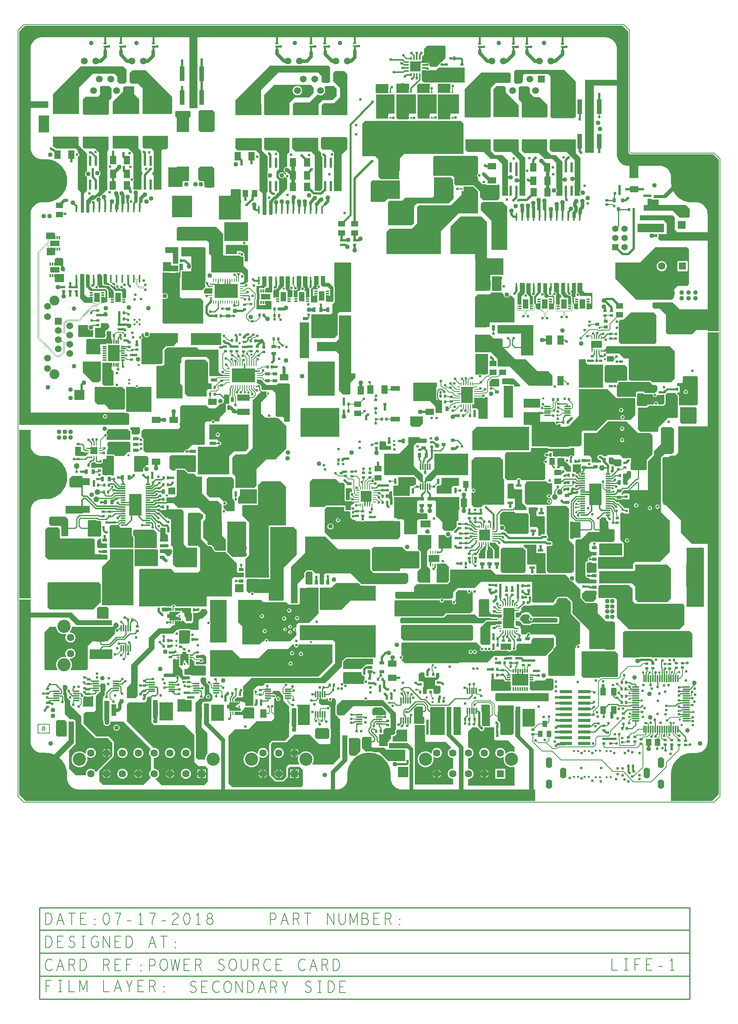
<source format=gbr>
G04 CAM350 V10.0.1 (Build 314) Date:  Tue Jul 17 14:42:57 2018 *
G04 Database: D:\LGR\2018\JULY\REL50470_POWER SOURCE BOARD\REL50470_FINAL.cam *
G04 Layer 10: L8 *
%FSLAX25Y25*%
%MOIN*%
%SFA1.000B1.000*%

%MIA0B0*%
%IPPOS*%
%AMrect15x29xr5*
4,1,56,-0.00767,0.00984,-0.00764,0.01041,-0.00754,0.01097,-0.00737,0.01152,-0.00713,0.01204,-0.00684,0.01253,-0.00649,0.01297,-0.00608,0.01338,-0.00564,0.01373,-0.00515,0.01402,-0.00463,0.01426,-0.00408,0.01443,-0.00352,0.01453,-0.00295,0.01456,0.00295,0.01456,0.00352,0.01453,0.00408,0.01443,0.00463,0.01426,0.00515,0.01402,0.00564,0.01373,0.00608,0.01338,0.00649,0.01297,0.00684,0.01253,0.00713,0.01204,0.00737,0.01152,0.00754,0.01097,0.00764,0.01041,0.00767,0.00984,0.00767,-0.00984,0.00764,-0.01041,0.00754,-0.01097,0.00737,-0.01152,0.00713,-0.01204,0.00684,-0.01253,0.00649,-0.01297,0.00608,-0.01338,0.00564,-0.01373,0.00515,-0.01402,0.00463,-0.01426,0.00408,-0.01443,0.00352,-0.01453,0.00295,-0.01456,-0.00295,-0.01456,-0.00352,-0.01453,-0.00408,-0.01443,-0.00463,-0.01426,-0.00515,-0.01402,-0.00564,-0.01373,-0.00608,-0.01338,-0.00649,-0.01297,-0.00684,-0.01253,-0.00713,-0.01204,-0.00737,-0.01152,-0.00754,-0.01097,-0.00764,-0.01041,-0.00767,-0.00984,-0.00767,0.00984,0.00000*
%
%AMrect29x15xr5*
4,1,56,-0.01456,0.00295,-0.01453,0.00352,-0.01443,0.00408,-0.01426,0.00463,-0.01402,0.00515,-0.01373,0.00564,-0.01338,0.00608,-0.01297,0.00649,-0.01253,0.00684,-0.01204,0.00713,-0.01152,0.00737,-0.01097,0.00754,-0.01041,0.00764,-0.00984,0.00767,0.00984,0.00767,0.01041,0.00764,0.01097,0.00754,0.01152,0.00737,0.01204,0.00713,0.01253,0.00684,0.01297,0.00649,0.01338,0.00608,0.01373,0.00564,0.01402,0.00515,0.01426,0.00463,0.01443,0.00408,0.01453,0.00352,0.01456,0.00295,0.01456,-0.00295,0.01453,-0.00352,0.01443,-0.00408,0.01426,-0.00463,0.01402,-0.00515,0.01373,-0.00564,0.01338,-0.00608,0.01297,-0.00649,0.01253,-0.00684,0.01204,-0.00713,0.01152,-0.00737,0.01097,-0.00754,0.01041,-0.00764,0.00984,-0.00767,-0.00984,-0.00767,-0.01041,-0.00764,-0.01097,-0.00754,-0.01152,-0.00737,-0.01204,-0.00713,-0.01253,-0.00684,-0.01297,-0.00649,-0.01338,-0.00608,-0.01373,-0.00564,-0.01402,-0.00515,-0.01426,-0.00463,-0.01443,-0.00408,-0.01453,-0.00352,-0.01456,-0.00295,-0.01456,0.00295,0.00000*
%
%AMrect32x11xr6x23*
4,1,31,-0.01575,0.00000,-0.01572,0.00062,-0.01561,0.00123,-0.01544,0.00182,-0.01520,0.00239,-0.01491,0.00293,-0.01455,0.00344,-0.01414,0.00390,-0.01368,0.00431,-0.01317,0.00467,-0.01263,0.00496,-0.01206,0.00520,-0.01147,0.00537,-0.01086,0.00548,-0.01024,0.00551,0.01575,0.00551,0.01575,-0.00551,-0.01024,-0.00551,-0.01086,-0.00548,-0.01147,-0.00537,-0.01206,-0.00520,-0.01263,-0.00496,-0.01317,-0.00467,-0.01368,-0.00431,-0.01414,-0.00390,-0.01455,-0.00344,-0.01491,-0.00293,-0.01520,-0.00239,-0.01544,-0.00182,-0.01561,-0.00123,-0.01572,-0.00062,-0.01575,0.00000,0.00000*
%
%AMrect11x32xr6x34*
4,1,31,-0.00551,0.01575,0.00551,0.01575,0.00551,-0.01024,0.00548,-0.01086,0.00537,-0.01147,0.00520,-0.01206,0.00496,-0.01263,0.00467,-0.01317,0.00431,-0.01368,0.00390,-0.01414,0.00344,-0.01455,0.00293,-0.01491,0.00239,-0.01520,0.00182,-0.01544,0.00123,-0.01561,0.00062,-0.01572,0.00000,-0.01575,-0.00062,-0.01572,-0.00123,-0.01561,-0.00182,-0.01544,-0.00239,-0.01520,-0.00293,-0.01491,-0.00344,-0.01455,-0.00390,-0.01414,-0.00431,-0.01368,-0.00467,-0.01317,-0.00496,-0.01263,-0.00520,-0.01206,-0.00537,-0.01147,-0.00548,-0.01086,-0.00551,-0.01024,-0.00551,0.01575,0.00000*
%
%AMrect32x11xr6x14*
4,1,31,-0.01575,0.00551,0.01024,0.00551,0.01086,0.00548,0.01147,0.00537,0.01206,0.00520,0.01263,0.00496,0.01317,0.00467,0.01368,0.00431,0.01414,0.00390,0.01455,0.00344,0.01491,0.00293,0.01520,0.00239,0.01544,0.00182,0.01561,0.00123,0.01572,0.00062,0.01575,0.00000,0.01572,-0.00062,0.01561,-0.00123,0.01544,-0.00182,0.01520,-0.00239,0.01491,-0.00293,0.01455,-0.00344,0.01414,-0.00390,0.01368,-0.00431,0.01317,-0.00467,0.01263,-0.00496,0.01206,-0.00520,0.01147,-0.00537,0.01086,-0.00548,0.01024,-0.00551,-0.01575,-0.00551,-0.01575,0.00551,0.00000*
%
%AMrect11x32xr6x12*
4,1,31,-0.00551,0.01024,-0.00548,0.01086,-0.00537,0.01147,-0.00520,0.01206,-0.00496,0.01263,-0.00467,0.01317,-0.00431,0.01368,-0.00390,0.01414,-0.00344,0.01455,-0.00293,0.01491,-0.00239,0.01520,-0.00182,0.01544,-0.00123,0.01561,-0.00062,0.01572,0.00000,0.01575,0.00062,0.01572,0.00123,0.01561,0.00182,0.01544,0.00239,0.01520,0.00293,0.01491,0.00344,0.01455,0.00390,0.01414,0.00431,0.01368,0.00467,0.01317,0.00496,0.01263,0.00520,0.01206,0.00537,0.01147,0.00548,0.01086,0.00551,0.01024,0.00551,-0.01575,-0.00551,-0.01575,-0.00551,0.01024,0.00000*
%
%AMu444_452*
4,1,16,-0.08740,-0.08898,-0.08740,-0.06102,-0.06417,-0.06102,-0.06417,-0.03898,-0.08740,-0.03898,-0.08740,-0.01102,-0.06417,-0.01102,-0.06417,0.01102,-0.08740,0.01102,-0.08740,0.03898,-0.06417,0.03898,-0.06417,0.06102,-0.08740,0.06102,-0.08740,0.08898,0.08740,0.08898,0.08740,-0.08898,-0.08740,-0.08898,0.00000*
%
%AMu381_391p4r115_120*
4,1,8,-0.04882,-0.08199,-0.08898,-0.08199,-0.08898,-0.05797,-0.06102,-0.05797,-0.06102,0.08199,0.08898,0.08199,0.08898,-0.07195,-0.04882,-0.07195,-0.04882,-0.08199,0.00000*
%
%AMu258_484_r*
4,1,14,0.05069,-0.05039,0.03120,-0.05039,0.03120,-0.09528,0.00167,-0.09528,0.00167,-0.07323,-0.02116,-0.07323,-0.02116,-0.09528,-0.05069,-0.09528,-0.05069,0.09528,0.05069,0.09528,0.05069,0.04016,0.03120,0.04016,0.03120,0.00472,0.05069,0.00472,0.05069,-0.05039,0.00000*
%
%AMu258_484_r+1*
4,1,14,0.05039,0.05069,0.05039,0.03120,0.09528,0.03120,0.09528,0.00167,0.07323,0.00167,0.07323,-0.02116,0.09528,-0.02116,0.09528,-0.05069,-0.09528,-0.05069,-0.09528,0.05069,-0.04016,0.05069,-0.04016,0.03120,-0.00472,0.03120,-0.00472,0.05069,0.05039,0.05069,0.00000*
%
%AMu258_484_l*
4,1,14,0.05039,-0.05069,-0.00472,-0.05069,-0.00472,-0.03120,-0.04016,-0.03120,-0.04016,-0.05069,-0.09528,-0.05069,-0.09528,0.05069,0.09528,0.05069,0.09528,0.02116,0.07323,0.02116,0.07323,-0.00167,0.09528,-0.00167,0.09528,-0.03120,0.05039,-0.03120,0.05039,-0.05069,0.00000*
%
%AMu258_484_r+2*
4,1,14,-0.05039,-0.05069,-0.05039,-0.03120,-0.09528,-0.03120,-0.09528,-0.00167,-0.07323,-0.00167,-0.07323,0.02116,-0.09528,0.02116,-0.09528,0.05069,0.09528,0.05069,0.09528,-0.05069,0.04016,-0.05069,0.04016,-0.03120,0.00472,-0.03120,0.00472,-0.05069,-0.05039,-0.05069,0.00000*
%
%AMu258_484_l+1*
4,1,14,-0.05039,0.05069,0.00472,0.05069,0.00472,0.03120,0.04016,0.03120,0.04016,0.05069,0.09528,0.05069,0.09528,-0.05069,-0.09528,-0.05069,-0.09528,-0.02116,-0.07323,-0.02116,-0.07323,0.00167,-0.09528,0.00167,-0.09528,0.03120,-0.05039,0.03120,-0.05039,0.05069,0.00000*
%
%AMu250_265np*
4,1,20,-0.05216,0.04921,0.05216,0.04921,0.05216,-0.03740,0.04626,-0.03740,0.04626,-0.04921,0.03051,-0.04921,0.03051,-0.03740,0.02067,-0.03740,0.02067,-0.04921,0.00492,-0.04921,0.00492,-0.03740,-0.00492,-0.03740,-0.00492,-0.04921,-0.02067,-0.04921,-0.02067,-0.03740,-0.03051,-0.03740,-0.03051,-0.04921,-0.04626,-0.04921,-0.04626,-0.03740,-0.05216,-0.03740,-0.05216,0.04921,0.00000*
%
%AMu381_391p4r115_120+1*
4,1,8,0.08199,-0.04882,0.08199,-0.08898,0.05797,-0.08898,0.05797,-0.06102,-0.08199,-0.06102,-0.08199,0.08898,0.07195,0.08898,0.07195,-0.04882,0.08199,-0.04882,0.00000*
%
%AMu381_391p4r115_120+2*
4,1,8,-0.08199,0.04882,-0.08199,0.08898,-0.05797,0.08898,-0.05797,0.06102,0.08199,0.06102,0.08199,-0.08898,-0.07195,-0.08898,-0.07195,0.04882,-0.08199,0.04882,0.00000*
%
%AMu500_203p0*
4,1,8,0.09843,0.04006,0.09843,-0.04006,-0.09842,-0.04006,-0.09842,-0.01250,-0.07874,-0.01250,-0.07874,0.01250,-0.09842,0.01250,-0.09842,0.04006,0.09843,0.04006,0.00000*
%
%AMu381_391p4r115_120+3*
4,1,8,0.04882,0.08199,0.08898,0.08199,0.08898,0.05797,0.06102,0.05797,0.06102,-0.08199,-0.08898,-0.08199,-0.08898,0.07195,0.04882,0.07195,0.04882,0.08199,0.00000*
%
%AMu250_265np+1*
4,1,20,0.05217,-0.04921,-0.05216,-0.04921,-0.05216,0.03740,-0.04626,0.03740,-0.04626,0.04921,-0.03051,0.04921,-0.03051,0.03740,-0.02067,0.03740,-0.02067,0.04921,-0.00492,0.04921,-0.00492,0.03740,0.00492,0.03740,0.00492,0.04921,0.02067,0.04921,0.02067,0.03740,0.03051,0.03740,0.03051,0.04921,0.04626,0.04921,0.04626,0.03740,0.05217,0.03740,0.05217,-0.04921,0.00000*
%
%AMu455_441p4s150*
4,1,6,0.08681,0.08957,0.08681,-0.08957,-0.08681,-0.08957,-0.08681,0.05807,0.06319,0.05807,0.06319,0.08957,0.08681,0.08957,0.00000*
%
%AMu455_441p4s150+1*
4,1,6,0.08957,-0.08681,-0.08957,-0.08681,-0.08957,0.08681,0.05807,0.08681,0.05807,-0.06319,0.08957,-0.06319,0.08957,-0.08681,0.00000*
%
%AMu455_441p4s150+2*
4,1,6,-0.08957,0.08681,0.08957,0.08681,0.08957,-0.08681,-0.05807,-0.08681,-0.05807,0.06319,-0.08957,0.06319,-0.08957,0.08681,0.00000*
%
%AMu444_452+1*
4,1,16,0.08740,0.08898,0.08740,0.06102,0.06417,0.06102,0.06417,0.03898,0.08740,0.03898,0.08740,0.01102,0.06417,0.01102,0.06417,-0.01102,0.08740,-0.01102,0.08740,-0.03898,0.06417,-0.03898,0.06417,-0.06102,0.08740,-0.06102,0.08740,-0.08898,-0.08740,-0.08898,-0.08740,0.08898,0.08740,0.08898,0.00000*
%
%AMu258_484_l+2*
4,1,14,-0.05069,-0.05039,-0.05069,0.00472,-0.03120,0.00472,-0.03120,0.04016,-0.05069,0.04016,-0.05069,0.09528,0.05069,0.09528,0.05069,-0.09528,0.02116,-0.09528,0.02116,-0.07323,-0.00167,-0.07323,-0.00167,-0.09528,-0.03120,-0.09528,-0.03120,-0.05039,-0.05069,-0.05039,0.00000*
%
%AMu354_179m340_165c5_np+1*
4,1,76,0.05000,-0.01752,0.05000,-0.03327,0.04996,-0.03365,0.04985,-0.03402,0.04967,-0.03436,0.04942,-0.03466,0.04912,-0.03490,0.04878,-0.03509,0.04842,-0.03520,0.04803,-0.03524,-0.04803,-0.03524,-0.04842,-0.03520,-0.04878,-0.03509,-0.04912,-0.03490,-0.04942,-0.03466,-0.04967,-0.03436,-0.04985,-0.03402,-0.04996,-0.03365,-0.05000,-0.03327,-0.05000,-0.01752,-0.06772,-0.01752,-0.06810,-0.01748,-0.06847,-0.01737,-0.06881,-0.01719,-0.06911,-0.01694,-0.06935,-0.01664,-0.06954,-0.01630,-0.06965,-0.01594,-0.06968,-0.01555,-0.06968,0.01555,-0.06965,0.01594,-0.06954,0.01630,-0.06935,0.01664,-0.06911,0.01694,-0.06881,0.01719,-0.06847,0.01737,-0.06810,0.01748,-0.06772,0.01752,-0.05000,0.01752,-0.05000,0.03327,-0.04996,0.03365,-0.04985,0.03402,-0.04967,0.03436,-0.04942,0.03466,-0.04912,0.03490,-0.04878,0.03509,-0.04842,0.03520,-0.04803,0.03524,0.04803,0.03524,0.04842,0.03520,0.04878,0.03509,0.04912,0.03490,0.04942,0.03466,0.04967,0.03436,0.04985,0.03402,0.04996,0.03365,0.05000,0.03327,0.05000,0.01752,0.06772,0.01752,0.06810,0.01748,0.06847,0.01737,0.06881,0.01719,0.06911,0.01694,0.06935,0.01664,0.06954,0.01630,0.06965,0.01594,0.06969,0.01555,0.06969,-0.01555,0.06965,-0.01594,0.06954,-0.01630,0.06935,-0.01664,0.06911,-0.01694,0.06881,-0.01719,0.06847,-0.01737,0.06810,-0.01748,0.06772,-0.01752,0.05000,-0.01752,0.00000*
%
%AMu354_179m340_165c5_np+3*
4,1,76,-0.01752,-0.05000,-0.03327,-0.05000,-0.03365,-0.04996,-0.03402,-0.04985,-0.03436,-0.04967,-0.03466,-0.04942,-0.03490,-0.04912,-0.03509,-0.04878,-0.03520,-0.04842,-0.03524,-0.04803,-0.03524,0.04803,-0.03520,0.04842,-0.03509,0.04878,-0.03490,0.04912,-0.03466,0.04942,-0.03436,0.04967,-0.03402,0.04985,-0.03365,0.04996,-0.03327,0.05000,-0.01752,0.05000,-0.01752,0.06772,-0.01748,0.06810,-0.01737,0.06847,-0.01719,0.06881,-0.01694,0.06911,-0.01664,0.06935,-0.01630,0.06954,-0.01594,0.06965,-0.01555,0.06969,0.01555,0.06969,0.01594,0.06965,0.01630,0.06954,0.01664,0.06935,0.01694,0.06911,0.01719,0.06881,0.01737,0.06847,0.01748,0.06810,0.01752,0.06772,0.01752,0.05000,0.03327,0.05000,0.03365,0.04996,0.03402,0.04985,0.03436,0.04967,0.03466,0.04942,0.03490,0.04912,0.03509,0.04878,0.03520,0.04842,0.03524,0.04803,0.03524,-0.04803,0.03520,-0.04842,0.03509,-0.04878,0.03490,-0.04912,0.03466,-0.04942,0.03436,-0.04967,0.03402,-0.04985,0.03365,-0.04996,0.03327,-0.05000,0.01752,-0.05000,0.01752,-0.06772,0.01748,-0.06810,0.01737,-0.06847,0.01719,-0.06881,0.01694,-0.06911,0.01664,-0.06935,0.01630,-0.06954,0.01594,-0.06965,0.01555,-0.06968,-0.01555,-0.06968,-0.01594,-0.06965,-0.01630,-0.06954,-0.01664,-0.06935,-0.01694,-0.06911,-0.01719,-0.06881,-0.01737,-0.06847,-0.01748,-0.06810,-0.01752,-0.06772,-0.01752,-0.05000,0.00000*
%
%ADD10C,0.00600*%
%ADD12C,0.01000*%
%ADD16C,0.00800*%
%ADD18R,0.04528X0.04331*%
%ADD19R,0.02400X0.03000*%
%ADD70R,0.03000X0.02400*%
%ADD20R,0.07600X0.08000*%
%ADD21R,0.05100X0.05900*%
%ADD22R,0.05500X0.07500*%
%ADD72R,0.02800X0.04300*%
%ADD73R,0.05900X0.05100*%
%ADD30R,0.11000X0.05500*%
%ADD33R,0.03543X0.02756*%
%ADD35R,0.05500X0.11000*%
%ADD36R,0.05900X0.13800*%
%ADD38R,0.07500X0.05500*%
%ADD39R,0.02000X0.08700*%
%ADD40R,0.22047X0.09055*%
%ADD41R,0.04016X0.12520*%
%ADD47R,0.04300X0.02800*%
%ADD48R,0.13800X0.05900*%
%ADD51R,0.03543X0.03150*%
%ADD52R,0.08268X0.07087*%
%ADD54R,0.04331X0.04528*%
%ADD55R,0.17717X0.05118*%
%ADD57R,0.03150X0.03543*%
%ADD63R,0.08504X0.08898*%
%ADD64R,0.09449X0.12992*%
%ADD65R,0.12520X0.04016*%
%ADD66R,0.08898X0.08504*%
%ADD68R,0.02756X0.01575*%
%ADD74R,0.04488X0.19016*%
%ADD75R,0.19016X0.04488*%
%ADD77C,0.04000*%
%ADD78C,0.05512*%
%ADD79C,0.06378*%
%ADD80R,0.06378X0.06378*%
%ADD81C,0.02400*%
%ADD82C,0.29500*%
%ADD83C,0.02000*%
%ADD86C,0.11417*%
%ADD87rect15x29xr5*%
%ADD88C,0.05906*%
%ADD89C,0.05866*%
%ADD90R,0.05866X0.05866*%
%ADD91rect29x15xr5*%
%ADD93R,0.05512X0.05512*%
%ADD94R,0.02362X0.02362*%
%ADD95R,0.05906X0.05906*%
%ADD96R,0.02756X0.02362*%
%ADD97C,0.06700*%
%ADD99C,0.01800*%
%ADD102R,0.06700X0.06700*%
%ADD103O,0.05512X0.08268*%
%ADD104O,0.05512X0.09449*%
%ADD105C,0.08543*%
%ADD109C,0.02800*%
%ADD110C,0.01500*%
%ADD111C,0.05000*%
%ADD112C,0.01200*%
%ADD113C,0.00400*%
%ADD114C,0.03000*%
%ADD115C,0.00607*%
%ADD116C,0.02500*%
%ADD117C,0.03937*%
%ADD122R,0.02362X0.03150*%
%ADD123R,0.03150X0.02362*%
%ADD124R,0.03900X0.05500*%
%ADD125R,0.00984X0.02756*%
%ADD126R,0.10000X0.07992*%
%ADD127R,0.10630X0.14173*%
%ADD128R,0.04488X0.07992*%
%ADD129R,0.07992X0.04488*%
%ADD130R,0.06299X0.01181*%
%ADD131R,0.01181X0.06299*%
%ADD132R,0.03347X0.01968*%
%ADD133rect32x11xr6x23*%
%ADD134rect11x32xr6x34*%
%ADD135R,0.04134X0.01260*%
%ADD136rect32x11xr6x14*%
%ADD137rect11x32xr6x12*%
%ADD138R,0.02756X0.00984*%
%ADD139R,0.12795X0.19685*%
%ADD140R,0.14961X0.09055*%
%ADD141R,0.05709X0.08071*%
%ADD143u444_452*%
%ADD144R,0.02323X0.02795*%
%ADD145R,0.13779X0.09843*%
%ADD146R,0.07874X0.15748*%
%ADD147R,0.05709X0.01181*%
%ADD148R,0.01968X0.03347*%
%ADD149u381_391p4r115_120*%
%ADD150R,0.04016X0.02402*%
%ADD151R,0.00984X0.02658*%
%ADD152R,0.10630X0.12598*%
%ADD153R,0.01575X0.07008*%
%ADD154R,0.04000X0.10000*%
%ADD155R,0.01181X0.05709*%
%ADD156R,0.19685X0.12795*%
%ADD157R,0.00394X0.00394*%
%ADD158u258_484_r*%
%ADD159R,0.02953X0.03937*%
%ADD160u258_484_r+1*%
%ADD161R,0.03937X0.02953*%
%ADD162u258_484_l*%
%ADD163R,0.01200X0.02500*%
%ADD164R,0.02500X0.01200*%
%ADD165R,0.01181X0.05512*%
%ADD166R,0.14961X0.03937*%
%ADD167R,0.11004X0.02913*%
%ADD168R,0.03937X0.02756*%
%ADD169R,0.10000X0.04000*%
%ADD170R,0.03937X0.14961*%
%ADD171R,0.15748X0.07874*%
%ADD172u258_484_r+2*%
%ADD173u258_484_l+1*%
%ADD174u250_265np*%
%ADD175R,0.01575X0.01181*%
%ADD176R,0.12598X0.10630*%
%ADD177R,0.01575X0.01575*%
%ADD178R,0.09843X0.13779*%
%ADD179R,0.02756X0.04724*%
%ADD180R,0.04700X0.07100*%
%ADD181R,0.06299X0.07480*%
%ADD182u381_391p4r115_120+1*%
%ADD183R,0.02402X0.04016*%
%ADD184u381_391p4r115_120+2*%
%ADD185R,0.02835X0.01181*%
%ADD186R,0.04724X0.02559*%
%ADD187u500_203p0*%
%ADD188R,0.01968X0.02756*%
%ADD189R,0.01181X0.02835*%
%ADD190R,0.13779X0.13976*%
%ADD191u381_391p4r115_120+3*%
%ADD192R,0.07480X0.06299*%
%ADD193R,0.08465X0.08465*%
%ADD194R,0.02402X0.05000*%
%ADD195R,0.01968X0.03543*%
%ADD196R,0.02559X0.04724*%
%ADD197R,0.18504X0.17717*%
%ADD198R,0.02756X0.01968*%
%ADD199R,0.17717X0.18504*%
%ADD200u250_265np+1*%
%ADD201R,0.05512X0.14016*%
%ADD202R,0.10433X0.14370*%
%ADD203R,0.20276X0.12402*%
%ADD204R,0.05402X0.02795*%
%ADD205R,0.05000X0.02402*%
%ADD206R,0.16142X0.13779*%
%ADD207u455_441p4s150*%
%ADD208u455_441p4s150+1*%
%ADD209u455_441p4s150+2*%
%ADD210u444_452+1*%
%ADD211R,0.01575X0.02756*%
%ADD212u258_484_l+2*%
%ADD213R,0.02559X0.01968*%
%ADD214R,0.05000X0.08100*%
%ADD215R,0.08100X0.05000*%
%ADD216R,0.09646X0.09646*%
%ADD217R,0.14370X0.10433*%
%ADD218R,0.09370X0.06496*%
%ADD219R,0.10787X0.18701*%
%ADD220R,0.06496X0.06496*%
%ADD221R,0.01968X0.02559*%
%ADD222u354_179m340_165c5_np+1*%
%ADD223u354_179m340_165c5_np+3*%
%ADD224R,0.04331X0.05236*%
%ADD225R,0.01476X0.01476*%
%LNL8*%
%LPD*%
G36*
X333819Y31816D02*
G01Y33784D01*
X336181*
Y31816*
X333819*
G37*
G36*
X355079Y63981D02*
G01Y66343D01*
X357047*
Y63981*
X355079*
G37*
G36*
X415616Y61919D02*
G01Y64281D01*
X417584*
Y61919*
X415616*
G37*
G36*
X125000Y166283D02*
G01Y168317D01*
X125015Y168394*
X125059Y168459*
X125491Y168891*
X125556Y168935*
X125633Y168950*
X129007*
X129080Y168980*
X129100Y169000*
X132458*
X132545Y168980*
X132615Y168924*
X132838Y168641*
X132857Y168551*
X132847Y168507*
X132812Y168313*
X132801Y168117*
Y166545*
X132774Y166445*
X132701Y166372*
X132601Y166345*
X131934*
X131611Y166307*
X131306Y166196*
X131035Y166017*
X130812Y165781*
X130742Y165721*
X130652Y165700*
X125583*
X125506Y165715*
X125441Y165759*
X125059Y166141*
X125015Y166206*
X125000Y166283*
G37*
G36*
X161750Y441800D02*
G01Y444753D01*
X161765Y444829*
X161809Y444894*
X162956Y446041*
X163021Y446085*
X163097Y446100*
X165106*
Y446074*
X165231*
X165239Y446066*
X167684*
X167838Y446073*
X167847Y446074*
X168850*
X168950Y446047*
X169023Y445974*
X169050Y445874*
Y441800*
X169023Y441700*
X168950Y441627*
X168850Y441600*
X161950*
X161850Y441627*
X161777Y441700*
X161750Y441800*
G37*
G36*
X130700Y267483D02*
G01Y272700D01*
X130727Y272800*
X130800Y272873*
X130900Y272900*
X132569*
X132669Y272927*
X132742Y273000*
X132769Y273100*
X132795Y273200*
X132869Y273273*
X132969Y273300*
X136417*
X136494Y273285*
X136559Y273241*
X136841Y272959*
X136885Y272894*
X136900Y272817*
Y267683*
X136885Y267606*
X136841Y267541*
X136559Y267259*
X136494Y267215*
X136417Y267200*
X130983*
X130906Y267215*
X130841Y267259*
X130759Y267341*
X130715Y267406*
X130700Y267483*
G37*
G36*
X24506Y489583D02*
G01Y493917D01*
X24521Y493994*
X24564Y494059*
X24947Y494441*
X25012Y494485*
X25088Y494500*
X31423*
X31499Y494485*
X31564Y494441*
X32441Y493564*
X32485Y493499*
X32500Y493423*
Y492750*
X32473Y492650*
X32400Y492577*
X32300Y492550*
X32277*
Y489200*
X32250Y489100*
X32177Y489027*
X32077Y489000*
X25088*
X25012Y489015*
X24947Y489059*
X24564Y489441*
X24521Y489506*
X24506Y489583*
G37*
G36*
X419900Y132700D02*
G01Y137400D01*
X419927Y137500*
X420000Y137573*
X420100Y137600*
X428600*
X428700Y137573*
X428773Y137500*
X428800Y137400*
Y132700*
X428773Y132600*
X428700Y132527*
X428600Y132500*
X420100*
X420000Y132527*
X419927Y132600*
X419900Y132700*
G37*
G36*
X117300Y75100D02*
G01Y86100D01*
X121600*
Y75100*
X117300*
G37*
G36*
X25006Y475333D02*
G01Y481050D01*
X25032Y481150*
X25106Y481223*
X25206Y481250*
X32077*
X32177Y481223*
X32250Y481150*
X32277Y481050*
Y477850*
X32304Y477750*
X32377Y477677*
X32477Y477650*
X32500*
Y475827*
X32485Y475751*
X32441Y475686*
X31564Y474809*
X31499Y474765*
X31423Y474750*
X25588*
X25512Y474765*
X25447Y474809*
X25064Y475191*
X25021Y475256*
X25006Y475333*
G37*
G36*
X188900Y182400D02*
G01Y188900D01*
X188927Y189000*
X189000Y189073*
X189100Y189100*
X195900*
X196000Y189073*
X196073Y189000*
X196100Y188900*
Y182400*
X196073Y182300*
X196000Y182227*
X195900Y182200*
X189100*
X189000Y182227*
X188927Y182300*
X188900Y182400*
G37*
G36*
X350000Y238800D02*
G01Y244400D01*
X350027Y244500*
X350100Y244573*
X350200Y244600*
X358400*
X358500Y244573*
X358573Y244500*
X358600Y244400*
Y238800*
X358573Y238700*
X358500Y238627*
X358400Y238600*
X350200*
X350100Y238627*
X350027Y238700*
X350000Y238800*
G37*
G36*
X285100Y262432D02*
G01Y272200D01*
X285127Y272300*
X285200Y272373*
X285300Y272400*
X289817*
X289894Y272385*
X289959Y272341*
X290241Y272059*
X290285Y271994*
X290300Y271917*
Y269383*
X290285Y269306*
X290241Y269241*
X290159Y269159*
X290094Y269115*
X290017Y269100*
X288983*
X288906Y269085*
X288841Y269041*
X288459Y268659*
X288415Y268594*
X288400Y268517*
Y262432*
X288373Y262332*
X288300Y262258*
X288200Y262232*
X285300*
X285200Y262258*
X285127Y262332*
X285100Y262432*
G37*
G36*
X97800Y323805D02*
G01Y324817D01*
X97815Y324894*
X97859Y324959*
X98541Y325641*
X98606Y325685*
X98683Y325700*
X105217*
X105294Y325685*
X105359Y325641*
X106141Y324859*
X106185Y324794*
X106200Y324717*
Y320683*
X106185Y320606*
X106141Y320541*
X105059Y319459*
X104994Y319415*
X104917Y319400*
X98943*
X98870Y319430*
X98864Y319436*
X98820Y319501*
X98805Y319578*
Y323405*
X98778Y323505*
X98705Y323578*
X98605Y323605*
X98000*
X97900Y323632*
X97827Y323705*
X97800Y323805*
G37*
G36*
X482300Y286800D02*
G01Y293000D01*
X482327Y293100*
X482400Y293173*
X482500Y293200*
X489600*
X489700Y293173*
X489773Y293100*
X489800Y293000*
Y292898*
X489773Y292798*
X489700Y292725*
X489600Y292698*
X489567*
X489450Y292581*
Y288897*
X489477Y288797*
X489550Y288724*
X489650Y288697*
X489683*
X489800Y288580*
Y286247*
X489773Y286147*
X489700Y286073*
X489600Y286047*
X488708*
X488608Y286020*
X488534Y285947*
X488508Y285847*
Y285800*
X485269*
X485169Y285827*
X485095Y285900*
X485069Y286000*
Y286400*
X485042Y286500*
X484969Y286573*
X484869Y286600*
X482500*
X482400Y286627*
X482327Y286700*
X482300Y286800*
G37*
G36*
X32006Y452083D02*
G01Y457417D01*
X32021Y457494*
X32064Y457559*
X32947Y458441*
X33012Y458485*
X33088Y458500*
X39423*
X39499Y458485*
X39564Y458441*
X39947Y458059*
X39990Y457994*
X40006Y457917*
Y452083*
X39990Y452006*
X39947Y451941*
X39564Y451559*
X39499Y451515*
X39423Y451500*
X32588*
X32512Y451515*
X32447Y451559*
X32064Y451941*
X32021Y452006*
X32006Y452083*
G37*
G36*
X410100Y361000D02*
G01Y365254D01*
X410115Y365331*
X410159Y365396*
X412304Y367541*
X412369Y367585*
X412446Y367600*
X417900*
X418341Y367159*
X418385Y367094*
X418400Y367017*
Y361083*
X418385Y361006*
X418341Y360941*
X418259Y360859*
X418194Y360815*
X418117Y360800*
X411993*
X411963Y360810*
X411685Y360877*
X411400Y360900*
X411115Y360877*
X410837Y360810*
X410807Y360800*
X410300*
X410200Y360827*
X410127Y360900*
X410100Y361000*
G37*
G36*
X407700Y211700D02*
G01Y217017D01*
X407715Y217094*
X407759Y217159*
X408041Y217441*
X408085Y217506*
X408100Y217583*
Y218603*
X408115Y218679*
X408159Y218744*
X408242Y218827*
X408285Y218892*
X408300Y218969*
Y221167*
X408315Y221244*
X408359Y221309*
X408526Y221476*
X408569Y221541*
X408584Y221617*
Y222300*
X408611Y222400*
X408684Y222473*
X408784Y222500*
X408929*
X409029Y222473*
X409102Y222400*
X409129Y222300*
Y222042*
X409144Y221965*
X409188Y221900*
X409252Y221857*
X409329Y221842*
X410276*
X410352Y221826*
X410417Y221783*
X412941Y219259*
X412985Y219194*
X413000Y219117*
Y211700*
X412973Y211600*
X412900Y211527*
X412800Y211500*
X407900*
X407800Y211527*
X407727Y211600*
X407700Y211700*
G37*
G36*
X123600Y216683D02*
G01Y219017D01*
X123615Y219094*
X123659Y219159*
X124141Y219641*
X124206Y219685*
X124283Y219700*
X132817*
X132894Y219685*
X132959Y219641*
X133841Y218759*
X133885Y218694*
X133900Y218617*
Y215883*
X133885Y215806*
X133841Y215741*
X131759Y213659*
X131694Y213615*
X131617Y213600*
X129983*
X129906Y213615*
X129841Y213659*
X128731Y214769*
X128688Y214834*
X128673Y214910*
Y215177*
X128646Y215277*
X128573Y215350*
X128473Y215377*
X128206*
X128130Y215392*
X128065Y215435*
X127259Y216241*
X127194Y216285*
X127117Y216300*
X123983*
X123906Y216315*
X123841Y216359*
X123659Y216541*
X123615Y216606*
X123600Y216683*
G37*
G36*
X250200Y189583D02*
G01Y198903D01*
X250215Y198979*
X250259Y199044*
X251356Y200141*
X251421Y200185*
X251497Y200200*
X255117*
X255194Y200185*
X255259Y200141*
X255941Y199459*
X255985Y199394*
X256000Y199317*
Y189183*
X255985Y189106*
X255941Y189041*
X255859Y188959*
X255794Y188915*
X255717Y188900*
X250883*
X250806Y188915*
X250741Y188959*
X250259Y189441*
X250215Y189506*
X250200Y189583*
G37*
G36*
X68800Y221983D02*
G01Y226817D01*
X68815Y226894*
X68859Y226959*
X70241Y228341*
X70306Y228385*
X70383Y228400*
X72300*
X72327Y228373*
Y225223*
X72354Y225123*
X72427Y225050*
X72527Y225023*
X73194*
X73270Y225008*
X73335Y224965*
X73541Y224759*
X73606Y224715*
X73683Y224700*
X77017*
X77094Y224685*
X77159Y224641*
X77241Y224559*
X77285Y224494*
X77300Y224417*
Y221183*
X77285Y221106*
X77241Y221041*
X76859Y220659*
X76794Y220615*
X76717Y220600*
X70183*
X70106Y220615*
X70041Y220659*
X68859Y221841*
X68815Y221906*
X68800Y221983*
G37*
G36*
X400900Y211700D02*
G01Y215881D01*
X400915Y215958*
X400959Y216023*
X401749Y216813*
X401792Y216878*
X401807Y216954*
Y218020*
X401823Y218097*
X401866Y218162*
X404589Y220884*
X404632Y220949*
X404647Y221026*
Y221642*
X404674Y221742*
X404747Y221815*
X404847Y221842*
X406408*
X406485Y221857*
X406549Y221900*
X406593Y221965*
X406608Y222042*
Y222070*
X406675Y222171*
X406731Y222194*
X406847Y222205*
X406949Y222151*
X407094Y222006*
X407137Y221941*
X407153Y221865*
Y219694*
X407163Y219508*
X407193Y219324*
X407204Y219274*
X407176Y219176*
X406459Y218459*
X406415Y218394*
X406400Y218317*
Y211700*
X406373Y211600*
X406300Y211527*
X406200Y211500*
X401100*
X401000Y211527*
X400927Y211600*
X400900Y211700*
G37*
G36*
X319700Y264300D02*
G01Y266900D01*
X319727Y267000*
X319800Y267073*
X319900Y267100*
X322117*
X322194Y267115*
X322259Y267159*
X322741Y267641*
X322785Y267706*
X322800Y267783*
Y269117*
X322815Y269194*
X322859Y269259*
X323541Y269941*
X323606Y269985*
X323683Y270000*
X324817*
X324894Y269985*
X324959Y269941*
X325441Y269459*
X325485Y269394*
X325500Y269317*
Y265100*
X325527Y265000*
X325600Y264927*
X325700Y264900*
Y258583*
X325685Y258506*
X325641Y258441*
X325459Y258259*
X325394Y258215*
X325317Y258200*
X323612*
X323593Y258219*
X323549Y258284*
X323534Y258360*
Y262834*
X323507Y262934*
X323434Y263007*
X323334Y263034*
X323100*
X323000Y263060*
X322927Y263134*
X322900Y263234*
Y263417*
X322885Y263494*
X322841Y263559*
X322359Y264041*
X322294Y264085*
X322217Y264100*
X319900*
X319800Y264127*
X319727Y264200*
X319700Y264300*
G37*
G36*
X314300Y306683D02*
G01Y313017D01*
X314315Y313094*
X314359Y313159*
X314441Y313241*
X314506Y313285*
X314583Y313300*
X319417*
X319494Y313285*
X319559Y313241*
X320141Y312659*
X320185Y312594*
X320200Y312517*
Y309868*
X320227Y309768*
X320300Y309695*
X320400Y309668*
X320449*
X320525Y309653*
X320590Y309610*
X320841Y309359*
X320906Y309315*
X320983Y309300*
X324200*
X324300Y309273*
X324373Y309200*
X324400Y309100*
Y306483*
X324385Y306406*
X324341Y306341*
X323859Y305859*
X323794Y305815*
X323717Y305800*
X315183*
X315106Y305815*
X315041Y305859*
X314359Y306541*
X314315Y306606*
X314300Y306683*
G37*
G36*
X154600Y119700D02*
G01Y121750D01*
X154627Y121850*
X154700Y121923*
X154800Y121950*
X157814*
X157902Y121929*
X157972Y121872*
X158195Y121631*
X158458Y121435*
X158494Y121406*
X158641Y121259*
X158706Y121215*
X158783Y121200*
X159063*
X159081Y121197*
X159400Y121168*
X159719Y121197*
X159737Y121200*
X160217*
X160294Y121215*
X160359Y121259*
X161141Y122041*
X161185Y122106*
X161200Y122183*
Y123617*
X161185Y123694*
X161141Y123759*
X160808Y124092*
X160795Y124107*
X160538Y124363*
X160523Y124377*
X160159Y124741*
X160094Y124785*
X160017Y124800*
X159914*
X159838Y124815*
X159773Y124859*
X159540Y125092*
X159475Y125135*
X159398Y125150*
X154796*
X154719Y125166*
X154654Y125209*
X154630Y125233*
X154600Y125306*
Y127368*
X154627Y127468*
X154700Y127542*
X154800Y127568*
X158500*
X158600Y127595*
X158673Y127668*
X158700Y127768*
Y127783*
X158817Y127900*
X161917*
X161994Y127885*
X162059Y127841*
X163641Y126259*
X163685Y126194*
X163700Y126117*
Y120483*
X163685Y120406*
X163641Y120341*
X162742Y119442*
X162673*
X162608Y119485*
X162531Y119500*
X154800*
X154700Y119527*
X154627Y119600*
X154600Y119700*
G37*
G36*
X215300Y442900D02*
G01Y446300D01*
X215327Y446400*
X215400Y446473*
X215500Y446500*
X217800*
X217900Y446527*
X217973Y446600*
X218000Y446700*
Y456300*
X218027Y456400*
X218100Y456473*
X218200Y456500*
X220800*
X220900Y456473*
X220973Y456400*
X221000Y456300*
Y442900*
X220973Y442800*
X220900Y442727*
X220800Y442700*
X215500*
X215400Y442727*
X215327Y442800*
X215300Y442900*
G37*
G36*
X494300Y200183D02*
G01Y207017D01*
X494315Y207094*
X494359Y207159*
X495241Y208041*
X495306Y208085*
X495383Y208100*
X498617*
X498694Y208085*
X498759Y208041*
X499041Y207759*
X499106Y207715*
X499183Y207700*
X502517*
X502594Y207685*
X502659Y207641*
X503041Y207259*
X503085Y207194*
X503100Y207117*
Y200183*
X503085Y200106*
X503041Y200041*
X502335Y199335*
X502270Y199292*
X502194Y199277*
X498027*
X497927Y199250*
X497854Y199177*
X497827Y199077*
X497751Y199000*
X495483*
X495406Y199015*
X495341Y199059*
X494359Y200041*
X494315Y200106*
X494300Y200183*
G37*
G36*
X330400Y21800D02*
G01Y30416D01*
X330427Y30516*
X330500Y30589*
X330600Y30616*
X339100*
X339200Y30589*
X339273Y30516*
X339300Y30416*
Y21800*
X339273Y21700*
X339200Y21627*
X339100Y21600*
X330600*
X330500Y21627*
X330427Y21700*
X330400Y21800*
G37*
G36*
X308100Y76783D02*
G01Y80517D01*
X308115Y80594*
X308159Y80659*
X309641Y82141*
X309706Y82185*
X309783Y82200*
X316317*
X316394Y82185*
X316459Y82141*
X320141Y78459*
X320185Y78394*
X320200Y78317*
Y75500*
X320173Y75400*
X320100Y75327*
X320000Y75300*
X319930*
X319880Y75313*
X319857Y75326*
X319513Y75478*
X319145Y75555*
X318769Y75553*
X318401Y75474*
X318371Y75464*
X318164*
X318132Y75496*
X318067Y75539*
X317990Y75554*
X310164*
X310088Y75539*
X310023Y75496*
X309979Y75431*
X309964Y75354*
Y75300*
X309583*
X309506Y75315*
X309441Y75359*
X308159Y76641*
X308115Y76706*
X308100Y76783*
G37*
G36*
X513600Y294794D02*
G01Y298817D01*
X513615Y298894*
X513659Y298959*
X513741Y299041*
X513806Y299085*
X513883Y299100*
X517117*
X517194Y299085*
X517259Y299041*
X518741Y297559*
X518806Y297515*
X518883Y297500*
X524017*
X524094Y297485*
X524159Y297441*
X524841Y296759*
X524885Y296694*
X524900Y296617*
Y292883*
X524885Y292806*
X524841Y292741*
X523859Y291759*
X523794Y291715*
X523717Y291700*
X519183*
X519106Y291715*
X519041Y291759*
X518827Y291973*
X518784Y292038*
X518769Y292114*
Y292200*
X518742Y292300*
X518669Y292373*
X518569Y292400*
X518483*
X518406Y292415*
X518341Y292459*
X517559Y293241*
X517494Y293285*
X517417Y293300*
X515094*
X515018Y293315*
X514953Y293359*
X513659Y294653*
X513615Y294718*
X513600Y294794*
G37*
G36*
X123700Y226883D02*
G01Y237617D01*
X123715Y237694*
X123759Y237759*
X124441Y238441*
X124506Y238485*
X124583Y238500*
X124759*
X124836Y238485*
X124901Y238441*
X125119Y238223*
X125184Y238179*
X125261Y238164*
X128110*
X128187Y238149*
X128251Y238106*
X128310Y238047*
X128353Y237982*
X128368Y237906*
Y233200*
X128395Y233100*
X128468Y233027*
X128568Y233000*
X128600*
X129141Y232459*
X129206Y232415*
X129283Y232400*
X129617*
X129694Y232385*
X129759Y232341*
X130441Y231659*
X130485Y231594*
X130500Y231517*
Y226883*
X130485Y226806*
X130441Y226741*
X129859Y226159*
X129794Y226115*
X129717Y226100*
X124483*
X124406Y226115*
X124341Y226159*
X123759Y226741*
X123715Y226806*
X123700Y226883*
G37*
G36*
X526100Y276383D02*
G01Y284917D01*
X526115Y284994*
X526159Y285059*
X526341Y285241*
X526406Y285285*
X526483Y285300*
X528417*
X528494Y285315*
X528559Y285359*
X529641Y286441*
X529685Y286506*
X529700Y286583*
Y287017*
X529715Y287094*
X529759Y287159*
X530241Y287641*
X530306Y287685*
X530383Y287700*
X531283*
X531400Y287583*
Y287558*
X532259*
X532336Y287542*
X532401Y287499*
X532941Y286959*
X532985Y286894*
X533000Y286817*
Y281983*
X532985Y281906*
X532941Y281841*
X530159Y279059*
X530115Y278994*
X530100Y278917*
Y275883*
X530085Y275806*
X530041Y275741*
X529759Y275459*
X529694Y275415*
X529617Y275400*
X527083*
X527006Y275415*
X526941Y275459*
X526159Y276241*
X526115Y276306*
X526100Y276383*
G37*
G36*
X49700Y301483D02*
G01Y308317D01*
X49715Y308394*
X49759Y308459*
X49810Y308510*
X49875Y308553*
X49951Y308568*
X54249*
X54325Y308553*
X54390Y308510*
X54641Y308259*
X54685Y308194*
X54700Y308117*
Y304783*
X54715Y304706*
X54759Y304641*
X55141Y304259*
X55206Y304215*
X55283Y304200*
X56813*
X56889Y304185*
X56954Y304141*
X57237Y303858*
X57302Y303815*
X57379Y303800*
X57741*
X57818Y303785*
X57882Y303741*
X57948Y303676*
X57990*
Y303625*
X58107Y303508*
X60396*
X60414Y303507*
X60500Y303501*
Y302183*
X60485Y302106*
X60441Y302041*
X59847Y301447*
X59782Y301404*
X59706Y301388*
X59684*
X59054Y300759*
X58989Y300715*
X58913Y300700*
X50483*
X50406Y300715*
X50341Y300759*
X49759Y301341*
X49715Y301406*
X49700Y301483*
G37*
G36*
X56400Y83000D02*
G01Y84054D01*
X56415Y84131*
X56459Y84196*
X56619Y84356*
X56662Y84420*
X56677Y84497*
Y90209*
X56662Y90285*
X56619Y90350*
X56591Y90434*
X56618Y90607*
X56650Y90689*
X56714Y90749*
X56998Y90957*
X57237Y91216*
X57421Y91517*
X57542Y91847*
X57556Y91899*
X57631Y91976*
X58089Y92100*
X58135Y92088*
X58187Y92081*
X58400*
X58500Y92055*
X58573Y91981*
X58600Y91881*
Y91831*
X58627Y91731*
X58700Y91658*
X58800Y91631*
X63800*
X63900Y91658*
X63973Y91731*
X64000Y91831*
Y92131*
X64027Y92231*
X64100Y92305*
X64200Y92331*
X65200*
X65300Y92305*
X65373Y92231*
X65400Y92131*
Y83000*
X65373Y82900*
X65300Y82827*
X65200Y82800*
X56600*
X56500Y82827*
X56427Y82900*
X56400Y83000*
G37*
G36*
X365000Y616247D02*
G01Y623700D01*
X365027Y623800*
X365100Y623873*
X365200Y623900*
X375800*
X375900Y623873*
X375973Y623800*
X376000Y623700*
Y618888*
X375985Y618812*
X375941Y618747*
X375883Y618688*
X375851*
Y616247*
X375824Y616147*
X375751Y616074*
X375651Y616047*
X365200*
X365100Y616074*
X365027Y616147*
X365000Y616247*
G37*
G36*
X311000Y615747D02*
G01Y623276D01*
X311027Y623376*
X311100Y623450*
X311200Y623476*
X317476*
X317500Y623453*
X321800*
X321900Y623426*
X321973Y623353*
X322000Y623253*
Y618888*
X321985Y618812*
X321941Y618747*
X321883Y618688*
X321851*
Y615747*
X321824Y615647*
X321751Y615574*
X321651Y615547*
X311200*
X311100Y615574*
X311027Y615647*
X311000Y615747*
G37*
G36*
X329000Y616247D02*
G01Y623776D01*
X329027Y623876*
X329100Y623950*
X329200Y623976*
X335476*
X335500Y623953*
X339800*
X339900Y623926*
X339973Y623853*
X340000Y623753*
Y618806*
X339883Y618688*
X339851*
Y616247*
X339824Y616147*
X339751Y616074*
X339651Y616047*
X329200*
X329100Y616074*
X329027Y616147*
X329000Y616247*
G37*
G36*
X347000D02*
G01Y622371D01*
X347015Y622448*
X347059Y622513*
X348464Y623918*
X348529Y623961*
X348605Y623976*
X352426*
X352503Y623961*
X352568Y623918*
X352586Y623900*
X357800*
X357900Y623873*
X357973Y623800*
X358000Y623700*
Y618806*
X357883Y618688*
X357851*
Y616247*
X357824Y616147*
X357751Y616074*
X357651Y616047*
X347200*
X347100Y616074*
X347027Y616147*
X347000Y616247*
G37*
G36*
X75100Y70900D02*
G01Y87900D01*
X75200Y88000*
X79500*
Y68700*
X78100Y67300*
X76400*
X75400Y68300*
Y70600*
X75100Y70900*
G37*
G36*
X341000Y327483D02*
G01Y334417D01*
X341015Y334494*
X341059Y334559*
X341441Y334941*
X341506Y334985*
X341583Y335000*
X351817*
X351894Y334985*
X351959Y334941*
X351970Y334930*
X352000Y334857*
Y328883*
X351985Y328806*
X351941Y328741*
X349259Y326059*
X349194Y326015*
X349117Y326000*
X342483*
X342406Y326015*
X342341Y326059*
X341059Y327341*
X341015Y327406*
X341000Y327483*
G37*
G36*
X41300Y250800D02*
G01Y257000D01*
X41327Y257100*
X41400Y257173*
X41500Y257200*
X56100*
X56200Y257173*
X56273Y257100*
X56300Y257000*
Y250800*
X56273Y250700*
X56200Y250627*
X56100Y250600*
X41500*
X41400Y250627*
X41327Y250700*
X41300Y250800*
G37*
G36*
X442100Y441700D02*
G01Y450317D01*
X442115Y450394*
X442159Y450459*
X442241Y450541*
X442306Y450585*
X442383Y450600*
X445317*
X445394Y450585*
X445459Y450541*
X445541Y450459*
X445585Y450394*
X445600Y450317*
Y442383*
X445615Y442306*
X445659Y442241*
X446152Y441748*
X446182Y441656*
X446174Y441609*
X446151Y441220*
X446206Y440835*
X446336Y440469*
X446536Y440135*
X446798Y439848*
X447112Y439619*
X447465Y439456*
X447526Y439435*
X447600Y439331*
Y432632*
X447573Y432532*
X447500Y432459*
X447400Y432432*
X445251*
X445151Y432459*
X445077Y432532*
X445051Y432632*
Y437882*
X445000*
Y438717*
X444985Y438794*
X444941Y438859*
X443197Y440603*
X443181Y440643*
X443046Y440922*
X442864Y441174*
X442642Y441391*
X442387Y441567*
X442104Y441696*
X442100Y441700*
G37*
G36*
X247800Y447668D02*
G01Y456200D01*
X247827Y456300*
X247900Y456373*
X248000Y456400*
X251500*
X251600Y456373*
X251673Y456300*
X251700Y456200*
Y448083*
X251715Y448006*
X251759Y447941*
X252429Y447271*
X252456Y447223*
X252462Y447195*
X252561Y446889*
X252708Y446604*
X252901Y446346*
X253133Y446124*
X253399Y445943*
X253473Y445869*
X253500Y445769*
Y438801*
X253473Y438701*
X253400Y438628*
X253300Y438601*
X250782*
X250705Y438616*
X250640Y438660*
X250613Y438687*
X250569Y438752*
X250554Y438829*
Y443851*
X250527Y443951*
X250454Y444024*
X250354Y444051*
X249432*
X249355Y444066*
X249290Y444110*
X248898Y444502*
X248888Y444651*
X248934Y444711*
X249119Y445012*
X249241Y445344*
X249297Y445693*
X249283Y446047*
X249201Y446391*
X249052Y446712*
X248844Y446998*
X248584Y447237*
X248282Y447421*
X247950Y447543*
X247884Y447560*
X247800Y447668*
G37*
G36*
X68900Y160183D02*
G01Y168317D01*
X68915Y168394*
X68959Y168459*
X70041Y169541*
X70106Y169585*
X70183Y169600*
X77317*
X77394Y169585*
X77459Y169541*
X78841Y168159*
X78885Y168094*
X78900Y168017*
Y159783*
X78885Y159706*
X78841Y159641*
X78459Y159259*
X78394Y159215*
X78317Y159200*
X69883*
X69806Y159215*
X69741Y159259*
X68959Y160041*
X68915Y160106*
X68900Y160183*
G37*
G36*
X32006Y466583D02*
G01Y471417D01*
X32021Y471494*
X32064Y471559*
X32947Y472441*
X33012Y472485*
X33088Y472500*
X38423*
X38499Y472485*
X38564Y472441*
X39447Y471559*
X39490Y471494*
X39506Y471417*
Y465777*
X39521Y465701*
X39564Y465636*
X40841Y464359*
X40885Y464294*
X40900Y464217*
Y461483*
X40885Y461406*
X40841Y461341*
X40359Y460859*
X40294Y460815*
X40217Y460800*
X38783*
X38706Y460815*
X38641Y460859*
X37386Y462114*
X37343Y462179*
X37327Y462255*
Y465732*
X37301Y465832*
X37227Y465905*
X37127Y465932*
X36968*
X36959Y465941*
X36894Y465985*
X36817Y466000*
X32588*
X32512Y466015*
X32447Y466059*
X32064Y466441*
X32021Y466506*
X32006Y466583*
G37*
G36*
X412000Y444000D02*
G01Y456200D01*
X412027Y456300*
X412100Y456373*
X412200Y456400*
X420200*
X420300Y456373*
X420373Y456300*
X420400Y456200*
Y444000*
X420373Y443900*
X420300Y443827*
X420200Y443800*
X412200*
X412100Y443827*
X412027Y443900*
X412000Y444000*
G37*
G36*
X421200Y362975D02*
G01Y367617D01*
X421215Y367694*
X421259Y367759*
X421341Y367841*
X421406Y367885*
X421483Y367900*
X431017*
X431094Y367885*
X431159Y367841*
X436541Y362459*
X436585Y362394*
X436600Y362317*
Y361200*
X436573Y361100*
X436500Y361027*
X436400Y361000*
X431700*
X431600Y361027*
X431527Y361100*
X431500Y361200*
Y362300*
X431473Y362400*
X431400Y362473*
X431300Y362500*
X427609*
X427509Y362527*
X427436Y362600*
X427409Y362700*
X427334Y362775*
X421400*
X421300Y362802*
X421227Y362875*
X421200Y362975*
G37*
G36*
X126000Y461000D02*
G01Y468600D01*
X126027Y468700*
X126100Y468773*
X126200Y468800*
X132900*
X133000Y468773*
X133073Y468700*
X133100Y468600*
Y466100*
X133127Y466000*
X133200Y465927*
X133300Y465900*
X139068*
X139168Y465873*
X139242Y465800*
X139268Y465700*
Y461600*
X139300*
Y461000*
X139273Y460900*
X139200Y460827*
X139100Y460800*
X126200*
X126100Y460827*
X126027Y460900*
X126000Y461000*
G37*
G36*
X232700Y445783D02*
G01Y456317D01*
X232715Y456394*
X232759Y456459*
X232941Y456641*
X233006Y456685*
X233083Y456700*
X235817*
X235894Y456685*
X235959Y456641*
X236341Y456259*
X236385Y456194*
X236400Y456117*
Y447554*
X236370Y447449*
X236205Y447108*
X236116Y446740*
X236105Y446362*
X236174Y445989*
X236319Y445640*
X236534Y445328*
X236809Y445068*
X237132Y444872*
X237490Y444747*
X237866Y444700*
X238243Y444733*
X238292Y444742*
X238387Y444713*
X238541Y444559*
X238585Y444494*
X238600Y444417*
Y438983*
X238585Y438906*
X238541Y438841*
X238360Y438660*
X238295Y438616*
X238218Y438601*
X234700*
X234600Y438628*
X234527Y438701*
X234500Y438801*
Y443900*
X234489Y443911*
Y443934*
X234372Y444051*
X234349*
X232759Y445641*
X232715Y445706*
X232700Y445783*
G37*
G36*
X140100Y137883D02*
G01Y148317D01*
X140115Y148394*
X140159Y148459*
X140741Y149041*
X140806Y149085*
X140883Y149100*
X149217*
X149294Y149085*
X149359Y149041*
X149617Y148783*
Y148617*
X149600Y148600*
Y144100*
X149573Y144000*
X149500Y143927*
X149400Y143900*
X149368*
Y138651*
X149353Y138575*
X149310Y138510*
X148559Y137759*
X148494Y137715*
X148417Y137700*
X140243*
X140170Y137730*
X140159Y137741*
X140115Y137806*
X140100Y137883*
G37*
G36*
X439700Y342800D02*
G01Y350000D01*
X439727Y350100*
X439800Y350173*
X439900Y350200*
X453900*
X454000Y350173*
X454073Y350100*
X454100Y350000*
Y343154*
X454070Y343049*
X453914Y342730*
X453892Y342671*
X453789Y342600*
X439900*
X439800Y342627*
X439727Y342700*
X439700Y342800*
G37*
G36*
X410545Y224583D02*
G01Y225086D01*
X410572Y225186*
X410645Y225260*
X410745Y225286*
X413226*
X413380Y225279*
X414839*
X414915Y225263*
X414980Y225220*
X418441Y221759*
X418485Y221694*
X418500Y221617*
Y211700*
X418473Y211600*
X418400Y211527*
X418300Y211500*
X414700*
X414600Y211527*
X414527Y211600*
X414500Y211700*
Y218817*
X414485Y218894*
X414441Y218959*
X414059Y219341*
X414015Y219406*
X414000Y219483*
Y219531*
X413985Y219608*
X413942Y219673*
X410612Y223003*
X410568Y223068*
X410553Y223144*
Y224420*
X410546Y224574*
X410545Y224583*
G37*
G36*
X466200Y443283D02*
G01Y450617D01*
X466215Y450694*
X466259Y450759*
X466441Y450941*
X466506Y450985*
X466583Y451000*
X469717*
X469794Y450985*
X469859Y450941*
X470441Y450359*
X470485Y450294*
X470500Y450217*
Y441983*
X470515Y441906*
X470559Y441841*
X472241Y440159*
X472285Y440094*
X472300Y440017*
Y438082*
X472273Y437982*
X472200Y437909*
X472100Y437882*
X471183*
X471083Y437855*
X471010Y437782*
X470983Y437682*
Y432632*
X470957Y432532*
X470883Y432459*
X470783Y432432*
X467900*
X467800Y432459*
X467727Y432532*
X467700Y432632*
Y439877*
X467713Y439948*
X467750Y440009*
X467967Y440314*
X468117Y440658*
X468192Y441025*
X468189Y441400*
X468109Y441766*
X467955Y442107*
X467733Y442410*
X467454Y442659*
X467129Y442846*
X466773Y442961*
X466400Y443000*
X466259Y443142*
X466215Y443206*
X466200Y443283*
G37*
G36*
X258500Y56283D02*
G01Y62817D01*
X258515Y62894*
X258559Y62959*
X259741Y64141*
X259806Y64185*
X259883Y64200*
X269317*
X269394Y64185*
X269459Y64141*
X270641Y62959*
X270685Y62894*
X270700Y62817*
Y56183*
X270685Y56106*
X270641Y56041*
X269559Y54959*
X269494Y54915*
X269417Y54900*
X259883*
X259806Y54915*
X259741Y54959*
X258559Y56141*
X258515Y56206*
X258500Y56283*
G37*
G36*
X434465Y432632D02*
G01Y441271D01*
X434480Y441347*
X434524Y441412*
X435592Y442481*
X435635Y442545*
X435651Y442622*
Y442668*
X435666Y442744*
X435709Y442809*
X436241Y443341*
X436285Y443406*
X436300Y443483*
Y450617*
X436315Y450694*
X436359Y450759*
X436541Y450941*
X436606Y450985*
X436683Y451000*
X439817*
X439894Y450985*
X439959Y450941*
X440541Y450359*
X440585Y450294*
X440600Y450217*
Y441983*
X440585Y441906*
X440541Y441841*
X437659Y438959*
X437615Y438894*
X437600Y438817*
Y432632*
X437573Y432532*
X437500Y432459*
X437400Y432432*
X434665*
X434565Y432459*
X434492Y432532*
X434465Y432632*
G37*
G36*
X44700Y274783D02*
G01Y280817D01*
X44715Y280894*
X44759Y280959*
X46841Y283041*
X46906Y283085*
X46983Y283100*
X56000*
X56100Y283073*
X56173Y283000*
X56200Y282900*
Y273300*
X56173Y273200*
X56100Y273127*
X56000Y273100*
X46383*
X46306Y273115*
X46241Y273159*
X44759Y274641*
X44715Y274706*
X44700Y274783*
G37*
G36*
X239800Y438801D02*
G01Y444289D01*
X239827Y444390*
X239902Y444463*
X240252Y444661*
X240360Y444660*
X240406Y444632*
X240736Y444477*
X241089Y444391*
X241453Y444378*
X241812Y444439*
X242152Y444570*
X242458Y444768*
X242718Y445022*
X242921Y445324*
X243060Y445661*
X243128Y446019*
X243122Y446383*
X243044Y446738*
X242895Y447071*
X242683Y447366*
X242641Y447445*
X242522Y447745*
X242500Y447837*
Y456417*
X242515Y456494*
X242559Y456559*
X242741Y456741*
X242806Y456785*
X242883Y456800*
X246100*
X246200Y456773*
X246273Y456700*
X246300Y456600*
Y447229*
X246284Y447151*
X246240Y447086*
X246025Y446832*
X245860Y446543*
X245752Y446229*
X245703Y445900*
X245715Y445567*
X245788Y445243*
X245806Y445189*
X245779Y445079*
X244810Y444110*
X244745Y444066*
X244668Y444051*
X243354*
X243254Y444024*
X243180Y443951*
X243154Y443851*
Y438801*
X243127Y438701*
X243054Y438628*
X242954Y438601*
X240000*
X239900Y438628*
X239827Y438701*
X239800Y438801*
G37*
G36*
X490300Y177483D02*
G01Y180617D01*
X490315Y180694*
X490359Y180759*
X493041Y183441*
X493106Y183485*
X493183Y183500*
X502117*
X502194Y183485*
X502259Y183441*
X502841Y182859*
X502885Y182794*
X502900Y182717*
Y176683*
X502885Y176606*
X502841Y176541*
X500259Y173959*
X500194Y173915*
X500117Y173900*
X493883*
X493806Y173915*
X493741Y173959*
X490359Y177341*
X490315Y177406*
X490300Y177483*
G37*
G36*
X33100Y58200D02*
G01Y70000D01*
X34200Y71100*
X40900*
X42300Y69700*
Y57000*
X34300*
X33100Y58200*
G37*
G36*
X325800Y52900D02*
G01Y56817D01*
X325815Y56894*
X325859Y56959*
X326141Y57241*
X326206Y57285*
X326283Y57300*
X327317*
X327394Y57315*
X327459Y57359*
X328941Y58841*
X328985Y58906*
X329000Y58983*
Y61817*
X329015Y61894*
X329059Y61959*
X330041Y62941*
X330106Y62985*
X330183Y63000*
X338300*
X338400Y62973*
X338473Y62900*
X338500Y62800*
Y52900*
X338473Y52800*
X338400Y52727*
X338300Y52700*
X326000*
X325900Y52727*
X325827Y52800*
X325800Y52900*
G37*
G36*
X18200Y581600D02*
G01Y596100D01*
X18227Y596200*
X18300Y596273*
X18400Y596300*
X26900*
X27000Y596273*
X27073Y596200*
X27100Y596100*
Y581600*
X27073Y581500*
X27000Y581427*
X26900Y581400*
X18400*
X18300Y581427*
X18227Y581500*
X18200Y581600*
G37*
G36*
X480100Y229783D02*
G01Y242917D01*
X480115Y242994*
X480159Y243059*
X480541Y243441*
X480606Y243485*
X480683Y243500*
X482917*
X482994Y243485*
X483059Y243441*
X483241Y243259*
X483306Y243215*
X483383Y243200*
X488317*
X488394Y243185*
X488459Y243141*
X488941Y242659*
X488985Y242594*
X489000Y242517*
Y229883*
X488985Y229806*
X488941Y229741*
X488659Y229459*
X488594Y229415*
X488517Y229400*
X483483*
X483406Y229385*
X483341Y229341*
X482659Y228659*
X482594Y228615*
X482517Y228600*
X481283*
X481206Y228615*
X481141Y228659*
X480159Y229641*
X480115Y229706*
X480100Y229783*
G37*
G36*
X138700Y78600D02*
G01Y88900D01*
X138727Y89000*
X138800Y89073*
X138900Y89100*
X145434*
X145534Y89073*
X145608Y89000*
X145634Y88900*
Y88841*
X145661Y88741*
X145734Y88667*
X145834Y88641*
X150900*
X151000Y88614*
X151073Y88541*
X151100Y88441*
Y78600*
X151073Y78500*
X151000Y78427*
X150900Y78400*
X138900*
X138800Y78427*
X138727Y78500*
X138700Y78600*
G37*
G36*
X403000Y79028D02*
G01Y84200D01*
X403027Y84300*
X403100Y84373*
X403200Y84400*
X410100*
X410200Y84373*
X410273Y84300*
X410300Y84200*
Y66100*
X410273Y66000*
X410200Y65927*
X410100Y65900*
X404494*
X404418Y65915*
X404353Y65959*
X403327Y66984*
X403284Y67049*
X403269Y67126*
Y69100*
X403295Y69200*
X403369Y69273*
X403469Y69300*
Y74500*
X403442Y74600*
X403369Y74673*
X403269Y74700*
Y77924*
X403241Y78273*
X403158Y78613*
X403022Y78936*
X403000Y79028*
G37*
G36*
X344300Y68983D02*
G01Y80817D01*
X344315Y80894*
X344359Y80959*
X346141Y82741*
X346206Y82785*
X346283Y82800*
X351600*
X351700Y82773*
X351773Y82700*
X351800Y82600*
Y75083*
X351815Y75006*
X351859Y74941*
X353441Y73359*
X353485Y73294*
X353500Y73217*
Y68883*
X353485Y68806*
X353441Y68741*
X352759Y68059*
X352694Y68015*
X352617Y68000*
X345283*
X345206Y68015*
X345141Y68059*
X344359Y68841*
X344315Y68906*
X344300Y68983*
G37*
G36*
X448800Y438432D02*
G01Y439406D01*
X448863Y439504*
X448916Y439529*
X449215Y439700*
X449479Y439921*
X450342Y440784*
X450385Y440849*
X450401Y440925*
Y441118*
X450416Y441194*
X450459Y441259*
X451841Y442641*
X451885Y442706*
X451900Y442783*
Y450800*
X451927Y450900*
X452000Y450973*
X452100Y451000*
X454517*
X454594Y450985*
X454659Y450941*
X454741Y450859*
X454785Y450794*
X454800Y450717*
Y442783*
X454785Y442706*
X454741Y442641*
X450859Y438759*
X450815Y438694*
X450800Y438617*
Y438549*
X450567Y438316*
Y433031*
X450594Y432931*
X450667Y432858*
X450767Y432831*
X454100*
X454200Y432805*
X454273Y432731*
X454300Y432631*
Y428400*
X454273Y428300*
X454200Y428227*
X454100Y428200*
X451383*
X451306Y428215*
X451241Y428259*
X450059Y429441*
X450016Y429506*
X450001Y429582*
Y432143*
X449985Y432220*
X449942Y432284*
X448859Y433367*
X448816Y433432*
X448801Y433509*
Y438432*
X448800*
G37*
G36*
X365700Y220300D02*
G01Y231800D01*
X365727Y231900*
X365800Y231973*
X365900Y232000*
X371361*
X371469Y231916*
X371486Y231850*
X371627Y231446*
X371832Y231070*
X372096Y230733*
X372412Y230444*
X372770Y230211*
X373162Y230040*
X373577Y229935*
X374004Y229900*
X374430Y229935*
X374845Y230040*
X375237Y230211*
X375596Y230444*
X375912Y230733*
X376176Y231070*
X376381Y231446*
X376521Y231850*
X376539Y231916*
X376647Y232000*
X377000*
X377100Y231973*
X377173Y231900*
X377200Y231800*
Y220300*
X377173Y220200*
X377100Y220127*
X377000Y220100*
X365900*
X365800Y220127*
X365727Y220200*
X365700Y220300*
G37*
G36*
X52300Y404000D02*
G01Y414100D01*
X52327Y414200*
X52400Y414273*
X52500Y414300*
X60862*
X60964Y414272*
X61037Y414197*
X61233Y413842*
X61230Y413733*
X61200Y413687*
X60999Y413298*
X60866Y412881*
X60804Y412448*
X60816Y412011*
X60901Y411582*
X61057Y411173*
X61279Y410796*
X61561Y410461*
X61896Y410179*
X62273Y409957*
X62682Y409801*
X63111Y409716*
X63548Y409704*
X63981Y409766*
X64398Y409899*
X64787Y410100*
X64833Y410130*
X64942Y410133*
X65297Y409937*
X65372Y409864*
X65400Y409762*
Y404000*
X65373Y403900*
X65300Y403827*
X65200Y403800*
X52500*
X52400Y403827*
X52327Y403900*
X52300Y404000*
G37*
G36*
X469200Y293000D02*
G01Y298509D01*
X469227Y298609*
X469300Y298682*
X469400Y298709*
X469984*
X470084Y298736*
X470158Y298809*
X470184Y298909*
X470275Y299000*
X470616*
X470716Y298973*
X470789Y298900*
X470816Y298800*
X470906Y298709*
X475000*
X475100Y298682*
X475173Y298609*
X475200Y298509*
Y296783*
X475215Y296706*
X475259Y296641*
X475708Y296192*
X475736Y296142*
X475742Y296114*
X475846Y295789*
X476010Y295490*
X476227Y295227*
X476490Y295010*
X476789Y294846*
X477114Y294742*
X477142Y294736*
X477192Y294708*
X478273Y293627*
X478316Y293562*
X478331Y293486*
Y293417*
X478448Y293300*
X478517*
X478594Y293285*
X478659Y293241*
X480641Y291259*
X480685Y291194*
X480700Y291117*
Y287183*
X480685Y287106*
X480641Y287041*
X480630Y287030*
X480557Y287000*
X477183*
X477106Y287015*
X477041Y287059*
X475720Y288380*
X475701Y288402*
X475516Y288616*
X475302Y288801*
X475280Y288820*
X474959Y289141*
X474915Y289206*
X474900Y289283*
Y290917*
X474885Y290994*
X474841Y291059*
X474259Y291641*
X474194Y291685*
X474117Y291700*
X471216*
X471118Y291725*
X471046Y291795*
X470835Y292068*
X470574Y292294*
X470272Y292462*
X469943Y292565*
X469600Y292600*
X469523Y292615*
X469459Y292659*
X469259Y292859*
X469215Y292924*
X469200Y293000*
G37*
G36*
X254800Y434200D02*
G01Y445651D01*
X254878Y445757*
X254941Y445777*
X255257Y445907*
X255546Y446090*
X255798Y446320*
X256006Y446592*
X256164Y446895*
X256266Y447222*
X256272Y447250*
X256300Y447300*
X257441Y448441*
X257485Y448506*
X257500Y448583*
Y456417*
X257515Y456494*
X257559Y456559*
X257741Y456741*
X257806Y456785*
X257883Y456800*
X261100*
X261200Y456773*
X261273Y456700*
X261300Y456600*
Y449389*
X261210Y449278*
X261140Y449264*
X260787Y449153*
X260463Y448972*
X260184Y448728*
X259961Y448433*
X259802Y448098*
X259716Y447738*
X259705Y447368*
X259770Y447003*
X259908Y446660*
X260114Y446352*
X260378Y446092*
X260690Y445892*
X261036Y445761*
X261062Y445754*
X261107Y445728*
X261126Y445709*
X261178Y445619*
Y445516*
X261126Y445426*
X261059Y445359*
X260994Y445315*
X260917Y445300*
X256750*
X256650Y445273*
X256577Y445200*
X256550Y445100*
Y439900*
X256577Y439800*
X256650Y439727*
X256750Y439700*
X259800*
X259900Y439673*
X259973Y439600*
X260000Y439500*
Y434200*
X259973Y434100*
X259900Y434027*
X259800Y434000*
X255000*
X254900Y434027*
X254827Y434100*
X254800Y434200*
G37*
G36*
X480500Y443358D02*
G01Y443400D01*
X481541Y444441*
X481585Y444506*
X481600Y444583*
Y450417*
X481615Y450494*
X481659Y450559*
X481941Y450841*
X482006Y450885*
X482083Y450900*
X484717*
X484794Y450885*
X484859Y450841*
X484941Y450759*
X484985Y450694*
X485000Y450617*
Y441372*
X484980Y441285*
X484865Y440981*
X484807Y440662*
Y440338*
X484865Y440019*
X484980Y439715*
X484990Y439694*
X485000Y439651*
Y439283*
X484985Y439206*
X484941Y439141*
X484290Y438490*
X484226Y438447*
X484149Y438432*
X483600*
X483500Y438405*
X483427Y438332*
X483400Y438232*
Y433031*
X483427Y432931*
X483500Y432858*
X483600Y432831*
X486950*
X487050Y432805*
X487123Y432731*
X487150Y432631*
Y428700*
X487123Y428600*
X487050Y428527*
X486950Y428500*
X483400*
X483392Y428508*
X483349Y428572*
X483334Y428649*
Y432143*
X483319Y432220*
X483275Y432284*
X482192Y433367*
X482149Y433432*
X482134Y433509*
Y438232*
X482107Y438332*
X482034Y438405*
X481934Y438432*
X481900*
Y439331*
X481885Y439408*
X481842Y439473*
X481007Y440307*
X480959Y440386*
X480951Y440479*
X480986Y440565*
X481181Y440904*
X481304Y441276*
X481350Y441664*
X481318Y442054*
X481209Y442430*
X481026Y442776*
X480779Y443079*
X480500Y443358*
G37*
G36*
X378800Y58214D02*
G01Y82200D01*
X378827Y82300*
X378900Y82373*
X379000Y82400*
X384900*
X385000Y82373*
X385073Y82300*
X385100Y82200*
Y58400*
X385073Y58300*
X385000Y58227*
X384900Y58200*
X378814*
X378800Y58214*
G37*
G36*
X168000Y70800D02*
G01Y84300D01*
X168027Y84400*
X168100Y84473*
X168200Y84500*
X178800*
X178900Y84473*
X178973Y84400*
X179000Y84300*
Y70800*
X178973Y70700*
X178900Y70627*
X178800Y70600*
X168200*
X168100Y70627*
X168027Y70700*
X168000Y70800*
G37*
G36*
X287679Y41904D02*
G01Y55296D01*
X287694Y55373*
X287738Y55438*
X287941Y55641*
X288006Y55685*
X288083Y55700*
X296317*
X296394Y55685*
X296459Y55641*
X297541Y54559*
X297585Y54494*
X297600Y54417*
Y43983*
X297585Y43906*
X297541Y43841*
X294280Y40580*
X294264Y40569*
X293785Y40237*
X293759Y40219*
X293700Y40200*
X289383*
X289306Y40215*
X289241Y40259*
X287738Y41762*
X287694Y41827*
X287679Y41904*
G37*
G36*
X67000Y403500D02*
G01Y411531D01*
X67027Y411631*
X67100Y411705*
X67200Y411731*
X71800*
X71900Y411758*
X71973Y411831*
X72000Y411931*
Y415600*
X72027Y415700*
X72100Y415773*
X72200Y415800*
X77717*
X77794Y415785*
X77859Y415741*
X79341Y414259*
X79385Y414194*
X79400Y414117*
Y412283*
X79385Y412206*
X79341Y412141*
X77259Y410059*
X77194Y410015*
X77117Y410000*
X77069*
X76992Y409985*
X76927Y409942*
X76158Y409173*
X76115Y409108*
X76100Y409031*
Y408983*
X76085Y408906*
X76041Y408841*
X75859Y408659*
X75815Y408594*
X75800Y408517*
Y404483*
X75785Y404406*
X75741Y404341*
X74759Y403359*
X74694Y403315*
X74617Y403300*
X67200*
X67100Y403327*
X67027Y403400*
X67000Y403500*
G37*
G36*
X472400Y441497D02*
G01Y450800D01*
X472427Y450900*
X472500Y450973*
X472600Y451000*
X475700*
X475800Y450973*
X475873Y450900*
X475900Y450800*
Y442983*
X475915Y442906*
X475959Y442841*
X476500Y442300*
Y441925*
X476515Y441848*
X476559Y441783*
X478021Y440321*
X478285Y440100*
X478584Y439929*
X478909Y439813*
X479248Y439756*
X479593Y439759*
X479931Y439824*
X479984Y439838*
X480089Y439811*
X480841Y439059*
X480885Y438994*
X480900Y438917*
Y432632*
X480873Y432532*
X480800Y432459*
X480700Y432432*
X478600*
X478500Y432459*
X478427Y432532*
X478400Y432632*
Y436900*
X478384Y436916*
Y437682*
X478357Y437782*
X478284Y437855*
X478184Y437882*
X477418*
X477400Y437900*
X475483*
X475406Y437915*
X475341Y437959*
X473359Y439941*
X473315Y440006*
X473300Y440083*
Y440431*
X473285Y440508*
X473242Y440573*
X472459Y441356*
X472415Y441421*
X472400Y441497*
G37*
G36*
X438900Y65600D02*
G01Y80800D01*
X438927Y80900*
X439000Y80973*
X439100Y81000*
X449100*
X449200Y80973*
X449273Y80900*
X449300Y80800*
Y66614*
X449285Y66538*
X449241Y66473*
X448227Y65459*
X448162Y65415*
X448086Y65400*
X439100*
X439000Y65427*
X438927Y65500*
X438900Y65600*
G37*
G36*
X128000Y477100D02*
G01Y481800D01*
X128027Y481900*
X128100Y481973*
X128200Y482000*
X139200*
X139300Y481973*
X139373Y481900*
X139400Y481800*
Y472800*
X139368*
Y467700*
X139342Y467600*
X139268Y467527*
X139168Y467500*
X135000*
X134900Y467527*
X134827Y467600*
X134800Y467700*
Y476700*
X134773Y476800*
X134700Y476873*
X134600Y476900*
X128200*
X128100Y476927*
X128027Y477000*
X128000Y477100*
G37*
G36*
X62500Y124500D02*
G01Y132500D01*
X62527Y132600*
X62600Y132673*
X62700Y132700*
X82000*
X82100Y132673*
X82173Y132600*
X82200Y132500*
Y124500*
X82173Y124400*
X82100Y124327*
X82000Y124300*
X62700*
X62600Y124327*
X62527Y124400*
X62500Y124500*
G37*
G36*
X188544Y75944D02*
G01X188554Y75989D01*
X188585Y76173*
X188596Y76359*
Y77932*
X188623Y78032*
X188696Y78105*
X188796Y78132*
X193400*
X193723Y78169*
X194028Y78281*
X194299Y78460*
X194522Y78697*
X194684Y78979*
X194736Y79100*
X194757*
X194830Y79130*
X195605Y79905*
X195654Y79933*
X195682Y79939*
X195976Y80043*
X196241Y80209*
X196461Y80430*
X196627Y80695*
X196730Y80990*
X196765Y81300*
Y82000*
X196792Y82100*
X196865Y82173*
X196965Y82200*
X202917*
X202994Y82215*
X203059Y82259*
X203070Y82270*
X203143Y82300*
X204517*
X204594Y82285*
X204659Y82241*
X205441Y81459*
X205485Y81394*
X205500Y81317*
Y73383*
X205485Y73306*
X205441Y73241*
X204759Y72559*
X204694Y72515*
X204617Y72500*
X196583*
X196506Y72515*
X196441Y72559*
X195859Y73141*
X195815Y73206*
X195800Y73283*
Y75317*
X195785Y75394*
X195741Y75459*
X195730Y75470*
X195657Y75500*
X188944*
X188858Y75520*
X188788Y75575*
X188564Y75855*
X188544Y75944*
G37*
G36*
X60900Y231083D02*
G01Y244217D01*
X60915Y244294*
X60959Y244359*
X61541Y244941*
X61606Y244985*
X61683Y245000*
X68017*
X68094Y244985*
X68159Y244941*
X68841Y244259*
X68906Y244215*
X68983Y244200*
X71417*
X71494Y244185*
X71559Y244141*
X72241Y243459*
X72285Y243394*
X72300Y243317*
Y231483*
X72285Y231406*
X72241Y231341*
X71359Y230459*
X71294Y230415*
X71217Y230400*
X61583*
X61506Y230415*
X61441Y230459*
X60959Y230941*
X60915Y231006*
X60900Y231083*
G37*
G36*
X136726Y168307D02*
G01X136753Y168386D01*
X136981Y168635*
X137048Y168683*
X137129Y168700*
X150100*
X150200Y168673*
X150273Y168600*
X150300Y168500*
Y164583*
X150315Y164506*
X150359Y164441*
X151241Y163559*
X151285Y163494*
X151300Y163417*
Y159747*
X151270Y159674*
X151247Y159651*
Y157205*
X151242Y157200*
X146200*
X146100Y157227*
X146027Y157300*
X146000Y157400*
Y159917*
X145985Y159994*
X145941Y160059*
X144964Y161036*
X144921Y161100*
X144906Y161177*
Y163176*
X144871Y163487*
X144768Y163783*
X144601Y164047*
X144380Y164269*
X144115Y164435*
X143820Y164538*
X143509Y164574*
X143137*
X143037Y164600*
X142964Y164674*
X142937Y164774*
Y164948*
X142902Y165259*
X142799Y165554*
X142633Y165819*
X142411Y166040*
X142147Y166207*
X141851Y166310*
X141541Y166345*
X136937*
X136837Y166372*
X136763Y166445*
X136737Y166545*
Y168117*
X136730Y168265*
X136726Y168307*
G37*
G36*
X101100Y287000D02*
G01Y300200D01*
X101127Y300300*
X101200Y300373*
X101300Y300400*
X112217*
X112294Y300385*
X112359Y300341*
X113441Y299259*
X113485Y299194*
X113500Y299117*
Y293283*
X113485Y293206*
X113441Y293141*
X112759Y292459*
X112694Y292415*
X112617Y292400*
X111483*
X111406Y292385*
X111341Y292341*
X108959Y289959*
X108915Y289894*
X108900Y289817*
Y287000*
X108873Y286900*
X108800Y286827*
X108700Y286800*
X101300*
X101200Y286827*
X101127Y286900*
X101100Y287000*
G37*
G36*
X538900Y495000D02*
G01Y502100D01*
X538927Y502200*
X539000Y502273*
X539100Y502300*
X561500*
X561600Y502273*
X561673Y502200*
X561700Y502100*
Y495000*
X561673Y494900*
X561600Y494827*
X561500Y494800*
X539100*
X539000Y494827*
X538927Y494900*
X538900Y495000*
G37*
G36*
X411500Y96600D02*
G01Y106200D01*
X411527Y106300*
X411600Y106373*
X411700Y106400*
X422153*
X422229Y106385*
X422294Y106341*
X424062Y104574*
X424105Y104509*
X424120Y104432*
Y104389*
X427946*
X427987Y104390*
X428061Y104360*
X428293Y104132*
X428337Y104067*
X428353Y103989*
Y99924*
X428379Y99824*
X428453Y99751*
X428553Y99724*
X428600*
Y97283*
X428585Y97206*
X428541Y97141*
X427859Y96459*
X427794Y96415*
X427717Y96400*
X411700*
X411600Y96427*
X411527Y96500*
X411500Y96600*
G37*
G36*
X364200Y191083D02*
G01Y202671D01*
X364215Y202748*
X364259Y202813*
X364526Y203080*
X364569Y203145*
X364584Y203221*
Y205839*
X364560Y206135*
X364487Y206422*
X364477Y206454*
Y206752*
X364503Y206852*
X364577Y206925*
X364677Y206952*
X367485*
X367585Y206979*
X367658Y207052*
X367685Y207152*
Y207183*
X367802Y207300*
X371617*
X371694Y207285*
X371759Y207241*
X374541Y204459*
X374585Y204394*
X374600Y204317*
Y192083*
X374585Y192006*
X374541Y191941*
X373359Y190759*
X373294Y190715*
X373217Y190700*
X364583*
X364506Y190715*
X364441Y190759*
X364259Y190941*
X364215Y191006*
X364200Y191083*
G37*
G36*
X222000Y438583D02*
G01Y444017D01*
X222015Y444094*
X222059Y444159*
X222969Y445069*
X223065Y445098*
X223115Y445088*
X223496Y445050*
X223877Y445087*
X224244Y445197*
X224583Y445378*
X224879Y445621*
X226253Y446995*
X226296Y447060*
X226311Y447136*
Y448257*
X226349*
Y448366*
X226364Y448443*
X226408Y448508*
X227341Y449441*
X227385Y449506*
X227400Y449583*
Y456417*
X227415Y456494*
X227459Y456559*
X227541Y456641*
X227606Y456685*
X227683Y456700*
X230717*
X230794Y456685*
X230859Y456641*
X231341Y456159*
X231385Y456094*
X231400Y456017*
Y448383*
X231385Y448306*
X231341Y448241*
X230294Y447194*
X230257Y447164*
X230053Y447017*
X229876Y446839*
X229728Y446636*
X229699Y446599*
X227181Y444081*
X227108Y444051*
X227089*
Y438801*
X227062Y438701*
X226989Y438628*
X226889Y438601*
X223539*
X223439Y438574*
X223366Y438501*
X223339Y438401*
Y438200*
X223312Y438100*
X223239Y438027*
X223139Y438000*
X222583*
X222506Y438015*
X222441Y438059*
X222059Y438441*
X222015Y438506*
X222000Y438583*
G37*
G36*
X77000Y314700D02*
G01Y316900D01*
X77021Y316989*
X77080Y317060*
X77352Y317311*
X77566Y317613*
X77715Y317952*
X77791Y318315*
Y318685*
X77715Y319048*
X77566Y319387*
X77352Y319689*
X77080Y319940*
X77021Y320011*
X77000Y320100*
Y321875*
X77021Y321964*
X77079Y322034*
X77392Y322316*
X77655Y322645*
X77862Y323012*
X78006Y323408*
X78085Y323821*
X78094Y323898*
X78207Y324000*
X95800*
X95900Y323973*
X95973Y323900*
X96000Y323800*
Y314700*
X95973Y314600*
X95900Y314527*
X95800Y314500*
X77200*
X77100Y314527*
X77027Y314600*
X77000Y314700*
G37*
G36*
X123000Y71200D02*
G01Y86500D01*
X123027Y86600*
X123100Y86673*
X123200Y86700*
X134500*
X134600Y86673*
X134673Y86600*
X134700Y86500*
Y71200*
X134673Y71100*
X134600Y71027*
X134500Y71000*
X123200*
X123100Y71027*
X123027Y71100*
X123000Y71200*
G37*
G36*
X73500Y363183D02*
G01Y381417D01*
X73515Y381494*
X73559Y381559*
X73641Y381641*
X73706Y381685*
X73783Y381700*
X76683*
X76783Y381673*
X76856Y381600*
X76883Y381500*
X76969Y381415*
X81002*
X81079Y381400*
X81144Y381356*
X81441Y381059*
X81485Y380994*
X81500Y380917*
Y375583*
X81515Y375506*
X81559Y375441*
X82941Y374059*
X82985Y373994*
X83000Y373917*
Y362383*
X82985Y362306*
X82941Y362241*
X82359Y361659*
X82294Y361615*
X82217Y361600*
X75083*
X75006Y361615*
X74941Y361659*
X73559Y363041*
X73515Y363106*
X73500Y363183*
G37*
G36*
X282800Y103620D02*
G01Y112117D01*
X282815Y112194*
X282859Y112259*
X283491Y112891*
X283556Y112935*
X283633Y112950*
X298700*
X298800Y112923*
X298873Y112850*
X298900Y112750*
Y111700*
X298933Y111318*
X299032Y110947*
X299195Y110600*
X299415Y110286*
X299686Y110015*
X300000Y109795*
X300347Y109632*
X300718Y109533*
X301100Y109500*
X301177Y109485*
X301241Y109441*
X301441Y109241*
X301485Y109176*
X301500Y109100*
Y106171*
X301476Y106076*
X301410Y106004*
X301119Y105765*
X300884Y105472*
X300716Y105136*
X300620Y104772*
X300603Y104396*
X300664Y104025*
X300800Y103675*
X301006Y103361*
X301055Y103301*
X301047Y103147*
X300659Y102759*
X300594Y102715*
X300517Y102700*
X283474*
X283374Y102765*
X283350Y102820*
X283223Y103059*
X283062Y103277*
X282870Y103468*
X282818Y103536*
X282800Y103620*
G37*
G36*
X397900Y371300D02*
G01Y389100D01*
X397927Y389200*
X398000Y389273*
X398100Y389300*
X408400*
X408500Y389273*
X408573Y389200*
X408600Y389100*
Y371677*
X408573Y371577*
X408500Y371504*
X408400Y371477*
X407297*
X407220Y371462*
X407155Y371418*
X406896Y371159*
X406831Y371115*
X406754Y371100*
X403123*
X403052Y371113*
X402991Y371150*
X402689Y371366*
X402349Y371515*
X401986Y371591*
X401614*
X401251Y371515*
X400911Y371366*
X400609Y371150*
X400548Y371113*
X400477Y371100*
X398100*
X398000Y371127*
X397927Y371200*
X397900Y371300*
G37*
G36*
X242700Y82929D02*
G01Y84500D01*
X242727Y84600*
X242800Y84673*
X242900Y84700*
X253700*
X253800Y84673*
X253873Y84600*
X253900Y84500*
Y67000*
X253873Y66900*
X253800Y66827*
X253700Y66800*
X243677*
X243577Y66827*
X243504Y66900*
X243477Y67000*
Y82529*
X243450Y82629*
X243377Y82702*
X243277Y82729*
X242900*
X242800Y82756*
X242727Y82829*
X242700Y82929*
G37*
G36*
X191300Y259683D02*
G01Y263588D01*
X191327Y263688*
X191400Y263761*
X191500Y263788*
X191601*
X191701Y263815*
X191774Y263888*
X191801Y263988*
Y264818*
X191816Y264895*
X191860Y264960*
X192141Y265241*
X192185Y265306*
X192200Y265383*
Y265517*
X192215Y265594*
X192259Y265659*
X193041Y266441*
X193085Y266506*
X193100Y266583*
Y271400*
X193127Y271500*
X193200Y271573*
X193300Y271600*
X207700*
X207800Y271573*
X207873Y271500*
X207900Y271400*
Y259500*
X207873Y259400*
X207800Y259327*
X207700Y259300*
X191683*
X191606Y259315*
X191541Y259359*
X191359Y259541*
X191315Y259606*
X191300Y259683*
G37*
G36*
X575600Y329883D02*
G01Y342600D01*
X575627Y342700*
X575700Y342773*
X575800Y342800*
X589017*
X589094Y342785*
X589159Y342741*
X590041Y341859*
X590085Y341794*
X590100Y341717*
Y329783*
X590085Y329706*
X590041Y329641*
X588959Y328559*
X588894Y328515*
X588817Y328500*
X576983*
X576906Y328515*
X576841Y328559*
X575659Y329741*
X575615Y329806*
X575600Y329883*
G37*
G36*
X505300Y214583D02*
G01Y224217D01*
X505315Y224294*
X505359Y224359*
X505641Y224641*
X505706Y224685*
X505783Y224700*
X525303*
X525379Y224685*
X525444Y224641*
X525470Y224616*
X525500Y224543*
Y214300*
X525473Y214200*
X525400Y214127*
X525300Y214100*
X505783*
X505706Y214115*
X505641Y214159*
X505359Y214441*
X505315Y214506*
X505300Y214583*
G37*
G36*
X445000Y98283D02*
G01Y99607D01*
X445117Y99724*
X445123*
Y103989*
X445139Y104067*
X445183Y104132*
X445415Y104360*
X445489Y104390*
X445529Y104389*
X449155*
X449255Y104416*
X449329Y104489*
X449355Y104589*
Y105073*
X449371Y105149*
X449414Y105214*
X449841Y105641*
X449906Y105685*
X449983Y105700*
X458017*
X458094Y105715*
X458159Y105759*
X459641Y107241*
X459706Y107285*
X459783Y107300*
X464717*
X464794Y107285*
X464859Y107241*
X465841Y106259*
X465885Y106194*
X465900Y106117*
Y98683*
X465885Y98606*
X465841Y98541*
X464359Y97059*
X464294Y97015*
X464217Y97000*
X446283*
X446206Y97015*
X446141Y97059*
X445059Y98141*
X445015Y98206*
X445000Y98283*
G37*
G36*
X456900Y442471D02*
G01Y450500D01*
X456927Y450600*
X457000Y450673*
X457100Y450700*
X459900*
X460000Y450673*
X460073Y450600*
X460100Y450500*
Y441900*
X460127Y441800*
X460200Y441727*
X460300Y441700*
X460351*
X460451Y441673*
X460525Y441600*
X460551Y441500*
Y441154*
X460567Y441078*
X460610Y441013*
X461521Y440102*
X461825Y439854*
X462173Y439671*
X462550Y439562*
X462942Y439531*
X463331Y439579*
X463704Y439704*
X464043Y439901*
X464336Y440162*
X464367Y440195*
X464450Y440229*
X464847Y440208*
X464926Y440166*
X464953Y440129*
X465209Y439850*
X465517Y439631*
X465865Y439481*
X466237Y439407*
X466306Y439388*
X466363Y439346*
X466445Y439260*
X466486Y439197*
X466500Y439122*
Y432775*
X466485Y432699*
X466441Y432634*
X466092Y432284*
X466049Y432220*
X466033Y432143*
Y428000*
X466007Y427900*
X465933Y427827*
X465833Y427800*
X462000*
X461900Y427827*
X461827Y427900*
X461800Y428000*
Y432631*
X461827Y432731*
X461900Y432805*
X462000Y432831*
X465267*
X465367Y432858*
X465440Y432931*
X465467Y433031*
Y438232*
X465440Y438332*
X465367Y438405*
X465267Y438432*
X460767*
X460667Y438405*
X460594Y438332*
X460567Y438232*
Y438082*
X460540Y437982*
X460467Y437909*
X460367Y437882*
X459101*
X459024Y437897*
X458960Y437940*
X457398Y439502*
X457388Y439651*
X457434Y439711*
X457625Y440025*
X457749Y440372*
X457799Y440736*
X457774Y441104*
X457676Y441458*
X457507Y441785*
X457275Y442071*
X456990Y442304*
X456924Y442376*
X456900Y442471*
G37*
G36*
X422500Y334200D02*
G01Y361300D01*
X422527Y361400*
X422600Y361473*
X422700Y361500*
X430300*
X430400Y361473*
X430473Y361400*
X430500Y361300*
Y334200*
X430473Y334100*
X430400Y334027*
X430300Y334000*
X422700*
X422600Y334027*
X422527Y334100*
X422500Y334200*
G37*
G36*
X282800Y115700D02*
G01Y121703D01*
X282815Y121779*
X282859Y121844*
X285456Y124441*
X285521Y124485*
X285597Y124500*
X308217*
X308294Y124485*
X308359Y124441*
X308741Y124059*
X308785Y123994*
X308800Y123917*
Y119600*
X308778Y119578*
X303113*
X303013Y119551*
X302940Y119478*
X302913Y119378*
Y119317*
X302796Y119200*
X302071*
X301995Y119185*
X301930Y119142*
X301747Y118959*
X301682Y118915*
X301606Y118900*
X301600*
X298259Y115559*
X298194Y115515*
X298117Y115500*
X283000*
X282900Y115527*
X282827Y115600*
X282800Y115700*
G37*
G36*
X136900Y595283D02*
G01Y599517D01*
X136915Y599594*
X136959Y599659*
X137441Y600141*
X137506Y600185*
X137583Y600200*
X149217*
X149294Y600185*
X149359Y600141*
X150041Y599459*
X150085Y599394*
X150100Y599317*
Y595383*
X150085Y595306*
X150041Y595241*
X148859Y594059*
X148815Y593994*
X148800Y593917*
Y582100*
X148773Y582000*
X148700Y581927*
X148600Y581900*
X138400*
X138300Y581927*
X138227Y582000*
X138200Y582100*
Y593817*
X138185Y593894*
X138141Y593959*
X136959Y595141*
X136915Y595206*
X136900Y595283*
G37*
G36*
X395145Y342200D02*
G01Y345115D01*
X395172Y345215*
X395245Y345288*
X395345Y345315*
X396717*
X396817Y345342*
X396890Y345415*
X396917Y345515*
Y350823*
X396944Y350923*
X397017Y350997*
X397117Y351023*
X400466*
X400500Y351057*
X400565Y351100*
X400641Y351116*
X404046*
X404141Y351091*
X404430Y350970*
X404738Y350908*
X405051Y350907*
X405359Y350967*
X405650Y351086*
X405911Y351260*
X405924Y351269*
X406140Y351445*
X406204Y351486*
X406278Y351500*
X408300*
X408400Y351473*
X408473Y351400*
X408500Y351300*
Y333200*
X408473Y333100*
X408400Y333027*
X408300Y333000*
X400700*
X400600Y333027*
X400527Y333100*
X400500Y333200*
Y341800*
X400473Y341900*
X400400Y341973*
X400300Y342000*
X395345*
X395245Y342027*
X395172Y342100*
X395145Y342200*
G37*
G36*
X77500Y302200D02*
G01Y303917D01*
X77515Y303994*
X77559Y304059*
X78441Y304941*
X78485Y305006*
X78500Y305083*
Y312600*
X78527Y312700*
X78600Y312773*
X78700Y312800*
X96617*
X96694Y312785*
X96759Y312741*
X97541Y311959*
X97585Y311894*
X97600Y311817*
Y306083*
X97585Y306006*
X97541Y305941*
X92159Y300559*
X92094Y300515*
X92017Y300500*
X84783*
X84706Y300515*
X84641Y300559*
X84459Y300741*
X84415Y300806*
X84400Y300883*
Y300931*
X84385Y301008*
X84342Y301073*
X84301Y301114*
X84258Y301178*
X84242Y301255*
Y301550*
X84216Y301650*
X84142Y301723*
X84042Y301750*
X83747*
X83671Y301765*
X83606Y301809*
X83473Y301942*
X83408Y301985*
X83331Y302000*
X77700*
X77600Y302027*
X77527Y302100*
X77500Y302200*
G37*
G36*
X263300Y449283D02*
G01Y456700D01*
X263327Y456800*
X263400Y456873*
X263500Y456900*
X267000*
X267100Y456873*
X267173Y456800*
X267200Y456700*
Y451000*
X267227Y450900*
X267300Y450827*
X267400Y450800*
X270617*
X270694Y450785*
X270759Y450741*
X274441Y447059*
X274485Y446994*
X274500Y446917*
Y434700*
X274473Y434600*
X274400Y434527*
X274300Y434500*
X267900*
X267800Y434527*
X267727Y434600*
X267700Y434700*
Y439500*
X267727Y439600*
X267800Y439673*
X267900Y439700*
X271250*
X271350Y439727*
X271423Y439800*
X271450Y439900*
Y440000*
X271500*
Y445417*
X271485Y445494*
X271441Y445559*
X269559Y447441*
X269494Y447485*
X269417Y447500*
X265083*
X265006Y447515*
X264941Y447559*
X263359Y449141*
X263315Y449206*
X263300Y449283*
G37*
G36*
X245000Y385900D02*
G01Y416200D01*
X245027Y416300*
X245100Y416373*
X245200Y416400*
X253000*
X253100Y416373*
X253173Y416300*
X253200Y416200*
Y385900*
X253173Y385800*
X253100Y385727*
X253000Y385700*
X245200*
X245100Y385727*
X245027Y385800*
X245000Y385900*
G37*
G36*
X144800Y110883D02*
G01Y115117D01*
X144815Y115194*
X144859Y115259*
X144936Y115336*
X145000Y115379*
X145077Y115394*
X146176*
X146296Y115399*
X146305Y115400*
X147017*
X147094Y115415*
X147159Y115459*
X148941Y117241*
X148985Y117306*
X149000Y117383*
Y117768*
X149011Y117834*
X149043Y117892*
X149208Y118156*
X149310Y118450*
X149345Y118759*
Y123363*
X149372Y123463*
X149445Y123537*
X149545Y123563*
X151117*
X151345Y123579*
X151568Y123625*
X151620Y123640*
X151725Y123612*
X153241Y122096*
X153285Y122031*
X153300Y121954*
Y118685*
X153417Y118568*
X153432*
X153441Y118559*
X153506Y118515*
X153583Y118500*
X162117*
X162194Y118485*
X162259Y118441*
X163441Y117259*
X163485Y117194*
X163500Y117117*
Y110200*
X163473Y110100*
X163400Y110027*
X163300Y110000*
X150883*
X150806Y110015*
X150741Y110059*
X150459Y110341*
X150394Y110385*
X150317Y110400*
X150300*
X150273Y110500*
X150200Y110573*
X150100Y110600*
X145083*
X145006Y110615*
X144941Y110659*
X144859Y110741*
X144815Y110806*
X144800Y110883*
G37*
G36*
X156872Y540610D02*
G01Y550217D01*
X156888Y550294*
X156931Y550359*
X158514Y551941*
X158579Y551985*
X158655Y552000*
X168890*
X168966Y551985*
X169031Y551941*
X170814Y550159*
X170857Y550094*
X170872Y550017*
Y534755*
X170857Y534679*
X170814Y534614*
X169759Y533559*
X169694Y533515*
X169617Y533500*
X163583*
X163506Y533515*
X163441Y533559*
X162059Y534941*
X162015Y535006*
X162000Y535083*
Y538517*
X161985Y538594*
X161941Y538659*
X161159Y539441*
X161094Y539485*
X161017Y539500*
X157983*
X157906Y539515*
X157841Y539559*
X156931Y540469*
X156888Y540534*
X156872Y540610*
G37*
G36*
X538100Y344983D02*
G01Y350417D01*
X538115Y350494*
X538159Y350559*
X538441Y350841*
X538485Y350906*
X538500Y350983*
Y354717*
X538515Y354794*
X538559Y354859*
X538570Y354870*
X538643Y354900*
X544003*
X544079Y354885*
X544144Y354841*
X544150Y354836*
Y354387*
X544177Y354287*
X544250Y354214*
X544350Y354187*
X551708*
X551788Y354170*
X551855Y354122*
X552083Y353874*
X552110Y353795*
X552106Y353753*
X552113Y353386*
X552193Y353029*
X552344Y352695*
X552560Y352398*
X552831Y352151*
X553147Y351965*
X553493Y351846*
X553857Y351800*
X554223Y351829*
X554575Y351931*
X554899Y352102*
X555182Y352336*
X555411Y352622*
X555578Y352948*
X555675Y353301*
X555687Y353374*
X555799Y353468*
X561000*
X561100Y353495*
X561173Y353568*
X561200Y353668*
Y353718*
X561227Y353818*
X561300Y353892*
X561400Y353918*
X561799*
X561875Y353903*
X561940Y353860*
X561941Y353859*
X561985Y353794*
X562000Y353717*
Y346683*
X561985Y346606*
X561941Y346541*
X560659Y345259*
X560594Y345215*
X560517Y345200*
X556943*
X556856Y345220*
X556786Y345276*
X556563Y345557*
X556543Y345646*
X556553Y345691*
X556599Y346047*
X556574Y346406*
X556478Y346752*
X556315Y347073*
X556091Y347354*
X555816Y347586*
X555501Y347758*
X555158Y347864*
X554800Y347900*
X554442Y347864*
X554099Y347758*
X553784Y347586*
X553509Y347354*
X553285Y347073*
X553122Y346752*
X553026Y346406*
X553001Y346047*
X553047Y345691*
X553057Y345646*
X553037Y345557*
X552814Y345276*
X552744Y345220*
X552657Y345200*
X547783*
X547706Y345185*
X547641Y345141*
X546559Y344059*
X546494Y344015*
X546417Y344000*
X539083*
X539006Y344015*
X538941Y344059*
X538159Y344841*
X538115Y344906*
X538100Y344983*
G37*
G36*
X364000Y268200D02*
G01Y273784D01*
X364015Y273860*
X364059Y273925*
X365069Y274936*
X365134Y274979*
X365211Y274994*
X367467*
X367567Y275021*
X367640Y275094*
X367667Y275194*
Y275584*
X367682Y275660*
X367725Y275725*
X368441Y276441*
X368485Y276506*
X368500Y276583*
Y281300*
X368527Y281400*
X368600Y281473*
X368700Y281500*
X383300*
X383400Y281473*
X383473Y281400*
X383500Y281300*
Y274700*
X383473Y274600*
X383400Y274527*
X383300Y274500*
X378583*
X378506Y274485*
X378441Y274441*
X378377Y274377*
X378312Y274333*
X378235Y274318*
X378182*
X378065Y274201*
Y274148*
X378049Y274071*
X378006Y274006*
X377059Y273059*
X377015Y272994*
X377000Y272917*
Y268200*
X376973Y268100*
X376900Y268027*
X376800Y268000*
X364200*
X364100Y268027*
X364027Y268100*
X364000Y268200*
G37*
G36*
X157000Y583783D02*
G01Y599817D01*
X157015Y599894*
X157059Y599959*
X157941Y600841*
X158006Y600885*
X158083Y600900*
X169317*
X169394Y600885*
X169459Y600841*
X170941Y599359*
X170985Y599294*
X171000Y599217*
Y583583*
X170985Y583506*
X170941Y583441*
X169359Y581859*
X169294Y581815*
X169217Y581800*
X158983*
X158906Y581815*
X158841Y581859*
X157059Y583641*
X157015Y583706*
X157000Y583783*
G37*
G36*
X150300Y397100D02*
G01Y406900D01*
X150327Y407000*
X150400Y407073*
X150500Y407100*
X176700*
X176800Y407073*
X176873Y407000*
X176900Y406900*
Y400718*
X176896Y400698*
X176855Y400400*
Y400100*
X176896Y399802*
X176900Y399782*
Y397100*
X176873Y397000*
X176800Y396927*
X176700Y396900*
X150500*
X150400Y396927*
X150327Y397000*
X150300Y397100*
G37*
G36*
X54000Y437583D02*
G01Y458200D01*
X54027Y458300*
X54100Y458373*
X54200Y458400*
X57500*
X57600Y458373*
X57673Y458300*
X57700Y458200*
Y440983*
X57715Y440906*
X57759Y440841*
X60041Y438559*
X60106Y438515*
X60183Y438500*
X60959*
X61059Y438473*
X61132Y438400*
X61159Y438300*
X64709*
X64809Y438273*
X64882Y438200*
X64909Y438100*
Y433700*
X64882Y433600*
X64809Y433527*
X64709Y433500*
X58083*
X58006Y433515*
X57941Y433559*
X54059Y437441*
X54015Y437506*
X54000Y437583*
G37*
G36*
X180900Y476183D02*
G01Y483617D01*
X180915Y483694*
X180959Y483759*
X181141Y483941*
X181206Y483985*
X181283Y484000*
X195928*
X196015Y483980*
X196319Y483865*
X196638Y483807*
X196962*
X197281Y483865*
X197585Y483980*
X197672Y484000*
X198917*
X198994Y483985*
X199059Y483941*
X199941Y483059*
X199985Y482994*
X200000Y482917*
Y469900*
X199973Y469800*
X199900Y469727*
X199800Y469700*
X197283*
X197206Y469715*
X197141Y469759*
X197059Y469841*
X197015Y469906*
X197000Y469983*
Y474131*
X196985Y474208*
X196942Y474273*
X196659Y474556*
X196615Y474621*
X196600Y474697*
Y474807*
X196610Y474837*
X196677Y475115*
X196700Y475400*
X196677Y475685*
X196610Y475963*
X196600Y475993*
Y476717*
X196585Y476794*
X196541Y476859*
X195459Y477941*
X195394Y477985*
X195317Y478000*
X194803*
X194756Y478011*
X194735Y478023*
X194468Y478132*
X194404Y478151*
X194326Y478257*
Y478390*
X194299Y478490*
X194226Y478563*
X194126Y478590*
X190551*
X190451Y478563*
X190378Y478490*
X190351Y478390*
Y476100*
X190324Y476000*
X190251Y475927*
X190151Y475900*
X181183*
X181106Y475915*
X181041Y475959*
X180959Y476041*
X180915Y476106*
X180900Y476183*
G37*
G36*
X56500Y372983D02*
G01Y382300D01*
X56527Y382400*
X56600Y382473*
X56700Y382500*
X71800*
X71900Y382473*
X71973Y382400*
X72000Y382300*
Y366383*
X71985Y366306*
X71941Y366241*
X70459Y364759*
X70394Y364715*
X70317Y364700*
X64783*
X64706Y364715*
X64641Y364759*
X56559Y372841*
X56515Y372906*
X56500Y372983*
G37*
G36*
X27200Y241283D02*
G01Y246917D01*
X27215Y246994*
X27259Y247059*
X27941Y247741*
X28006Y247785*
X28083Y247800*
X41317*
X41394Y247785*
X41459Y247741*
X43541Y245659*
X43585Y245594*
X43600Y245517*
Y231383*
X43585Y231306*
X43541Y231241*
X43159Y230859*
X43094Y230815*
X43017Y230800*
X38583*
X38506Y230815*
X38441Y230859*
X37959Y231341*
X37915Y231406*
X37900Y231483*
Y238917*
X37885Y238994*
X37841Y239059*
X36959Y239941*
X36894Y239985*
X36817Y240000*
X28483*
X28406Y240015*
X28341Y240059*
X27259Y241141*
X27215Y241206*
X27200Y241283*
G37*
G36*
X69000Y449074D02*
G01Y458017D01*
X69015Y458094*
X69059Y458159*
X69241Y458341*
X69306Y458385*
X69383Y458400*
X71917*
X71994Y458385*
X72059Y458341*
X73441Y456959*
X73485Y456894*
X73500Y456817*
Y449183*
X73515Y449106*
X73559Y449041*
X74441Y448159*
X74506Y448115*
X74583Y448100*
X79017*
X79094Y448085*
X79159Y448041*
X83141Y444059*
X83185Y443994*
X83200Y443917*
Y438100*
X83173Y438000*
X83100Y437927*
X83000Y437900*
X79567*
X79490Y437885*
X79419Y437856*
X79304Y437844*
X79201Y437899*
X78759Y438341*
X78715Y438406*
X78700Y438483*
Y444131*
X78685Y444208*
X78642Y444273*
X78630Y444284*
X78600Y444358*
Y444417*
X78585Y444494*
X78541Y444559*
X76659Y446441*
X76594Y446485*
X76517Y446500*
X70983*
X70906Y446515*
X70841Y446559*
X70230Y447170*
X70200Y447244*
Y447284*
X70169Y447633*
X70071Y447969*
X69910Y448279*
X69692Y448553*
X69426Y448779*
X69120Y448950*
X69065Y448974*
X69000Y449074*
G37*
G36*
X101500Y205183D02*
G01Y219200D01*
X101527Y219300*
X101600Y219373*
X101700Y219400*
X121117*
X121194Y219385*
X121259Y219341*
X121741Y218859*
X121785Y218794*
X121800Y218717*
Y205683*
X121785Y205606*
X121741Y205541*
X121259Y205059*
X121194Y205015*
X121117Y205000*
X101643*
X101570Y205030*
X101559Y205041*
X101515Y205106*
X101500Y205183*
G37*
G36*
X486500Y442578D02*
G01Y450017D01*
X486515Y450094*
X486559Y450159*
X487241Y450841*
X487306Y450885*
X487383Y450900*
X490317*
X490394Y450885*
X490459Y450841*
X490741Y450559*
X490785Y450494*
X490800Y450417*
Y444483*
X490815Y444406*
X490859Y444341*
X493041Y442159*
X493106Y442115*
X493183Y442100*
X499300*
X499400Y442073*
X499473Y442000*
X499500Y441900*
Y428500*
X499473Y428400*
X499400Y428327*
X499300Y428300*
X495283*
X495206Y428315*
X495141Y428359*
X494609Y428891*
X494566Y428956*
X494550Y429032*
Y432631*
X494577Y432731*
X494650Y432805*
X494750Y432831*
X498100*
X498200Y432858*
X498274Y432931*
X498300Y433031*
Y434718*
X498316Y434794*
X498359Y434859*
X498370Y434870*
X498400Y434943*
Y438717*
X498385Y438794*
X498341Y438859*
X497759Y439441*
X497694Y439485*
X497617Y439500*
X488783*
X488706Y439515*
X488641Y439559*
X488345Y439855*
X488318Y439960*
X488333Y440012*
X488394Y440357*
X488388Y440707*
X488314Y441050*
X488175Y441371*
X487977Y441660*
X487726Y441905*
X487432Y442096*
X487108Y442227*
X486763Y442293*
X486694Y442312*
X486637Y442354*
X486555Y442440*
X486514Y442503*
X486500Y442578*
G37*
G36*
X510100Y365583D02*
G01Y378217D01*
X510115Y378294*
X510159Y378359*
X511141Y379341*
X511206Y379385*
X511283Y379400*
X527917*
X527994Y379385*
X528059Y379341*
X529541Y377859*
X529585Y377794*
X529600Y377717*
Y366200*
X529573Y366100*
X529500Y366027*
X529400Y366000*
X521350*
X521250Y365973*
X521177Y365900*
X521150Y365800*
Y364400*
X521123Y364300*
X521050Y364227*
X520950Y364200*
X511483*
X511406Y364215*
X511341Y364259*
X510159Y365441*
X510115Y365506*
X510100Y365583*
G37*
G36*
X130600Y534500D02*
G01Y551100D01*
X130627Y551200*
X130700Y551273*
X130800Y551300*
X148457*
X148530Y551270*
X148541Y551259*
X148585Y551194*
X148600Y551117*
Y541183*
X148585Y541106*
X148541Y541041*
X147059Y539559*
X146994Y539515*
X146917Y539500*
X143400*
X143300Y539473*
X143227Y539400*
X143200Y539300*
Y534500*
X143173Y534400*
X143100Y534327*
X143000Y534300*
X130800*
X130700Y534327*
X130627Y534400*
X130600Y534500*
G37*
G36*
X358300Y58300D02*
G01Y82300D01*
X358327Y82400*
X358400Y82473*
X358500Y82500*
X370900*
X371000Y82473*
X371073Y82400*
X371100Y82300*
Y58300*
X371073Y58200*
X371000Y58127*
X370900Y58100*
X358500*
X358400Y58127*
X358327Y58200*
X358300Y58300*
G37*
G36*
X400700Y161483D02*
G01Y175317D01*
X400715Y175394*
X400759Y175459*
X401441Y176141*
X401506Y176185*
X401583Y176200*
X409117*
X409194Y176185*
X409259Y176141*
X409841Y175559*
X409885Y175494*
X409900Y175417*
Y164983*
X409915Y164906*
X409959Y164841*
X411141Y163659*
X411206Y163615*
X411283Y163600*
X411400Y163483*
Y163468*
X411427Y163368*
X411500Y163295*
X411600Y163268*
X414544*
X414621Y163253*
X414686Y163210*
X414916Y162980*
X414981Y162936*
X415057Y162921*
X419220*
X419374Y162928*
X419383Y162929*
X420575*
X420652Y162914*
X420717Y162870*
X420760Y162806*
X420775Y162729*
Y160673*
X420760Y160596*
X420717Y160531*
X420716*
X420643Y160500*
X411797*
X411721Y160515*
X411656Y160559*
X411373Y160842*
X411308Y160885*
X411231Y160900*
X401283*
X401206Y160915*
X401141Y160959*
X400759Y161341*
X400715Y161406*
X400700Y161483*
G37*
G36*
X326500Y266100D02*
G01Y274517D01*
X326515Y274594*
X326559Y274659*
X326836Y274936*
X326900Y274979*
X326977Y274994*
X330401*
X330501Y275021*
X330574Y275094*
X330601Y275194*
Y282100*
X330628Y282200*
X330701Y282273*
X330801Y282300*
X344417*
X344494Y282285*
X344559Y282241*
X346041Y280759*
X346085Y280694*
X346100Y280617*
Y276183*
X346085Y276106*
X346041Y276041*
X345712Y275712*
X345647Y275682*
X345611Y275680*
X345263Y275618*
X344936Y275486*
X344643Y275289*
X344397Y275036*
X344209Y274738*
X344194Y274708*
X344044Y274559*
X343979Y274515*
X343903Y274500*
X341583*
X341506Y274485*
X341441Y274441*
X340918Y273918*
X340865*
Y266518*
X340900*
Y266100*
X340873Y266000*
X340800Y265927*
X340700Y265900*
X326700*
X326600Y265927*
X326527Y266000*
X326500Y266100*
G37*
G36*
X100200Y231797D02*
G01Y235217D01*
X100215Y235294*
X100259Y235359*
X101241Y236341*
X101306Y236385*
X101383Y236400*
X118117*
X118194Y236385*
X118259Y236341*
X120541Y234059*
X120585Y233994*
X120600Y233917*
Y220813*
X120573Y220713*
X120500Y220640*
X120400Y220613*
X101410*
X101299Y220647*
X101225Y220736*
X101202Y220792*
X101226Y220911*
X101342Y221027*
X101385Y221092*
X101400Y221169*
Y230431*
X101385Y230508*
X101342Y230573*
X100259Y231656*
X100215Y231721*
X100200Y231797*
G37*
G36*
X134100Y508000D02*
G01Y526200D01*
X134127Y526300*
X134200Y526373*
X134300Y526400*
X151300*
X151400Y526373*
X151473Y526300*
X151500Y526200*
Y508000*
X151473Y507900*
X151400Y507827*
X151300Y507800*
X134300*
X134200Y507827*
X134127Y507900*
X134100Y508000*
G37*
G36*
X415500Y87600D02*
G01Y94400D01*
X415527Y94500*
X415600Y94573*
X415700Y94600*
X461300*
X461400Y94573*
X461473Y94500*
X461500Y94400*
Y87683*
X461485Y87606*
X461441Y87541*
X461359Y87459*
X461294Y87415*
X461217Y87400*
X415700*
X415600Y87427*
X415527Y87500*
X415500Y87600*
G37*
G36*
X311500Y594083D02*
G01Y614300D01*
X311527Y614400*
X311600Y614473*
X311700Y614500*
X327300*
X327400Y614473*
X327473Y614400*
X327500Y614300*
Y598200*
X327473Y598100*
X327400Y598027*
X327300Y598000*
X322200*
X322100Y597973*
X322027Y597900*
X322000Y597800*
Y596368*
X321883Y596251*
X321851*
Y593700*
X321824Y593600*
X321751Y593527*
X321651Y593500*
X312083*
X312006Y593515*
X311941Y593559*
X311559Y593941*
X311515Y594006*
X311500Y594083*
G37*
G36*
X63912Y290388D02*
G01Y294124D01*
X63927Y294201*
X63970Y294266*
X64430Y294725*
X64495Y294769*
X64571Y294784*
X65238*
X65314Y294799*
X65379Y294843*
X65978Y295441*
X66043Y295485*
X66119Y295500*
X66313*
X66389Y295485*
X66454Y295441*
X67993Y293903*
X68058Y293859*
X68134Y293844*
X71321*
X71398Y293859*
X71463Y293903*
X71531Y293971*
X71608Y294002*
X71649Y294001*
X71960Y294019*
X72263Y294090*
X72293Y294100*
X72717*
X72794Y294115*
X72859Y294159*
X73641Y294941*
X73685Y295006*
X73700Y295083*
Y297217*
X73715Y297294*
X73759Y297359*
X74241Y297841*
X74306Y297885*
X74383Y297900*
X76317*
X76394Y297915*
X76459Y297959*
X76941Y298441*
X76985Y298506*
X77000Y298583*
Y300800*
X77027Y300900*
X77100Y300973*
X77200Y301000*
X82917*
X82994Y300985*
X83059Y300941*
X83341Y300659*
X83385Y300594*
X83400Y300517*
Y283883*
X83385Y283806*
X83341Y283741*
X83259Y283659*
X83194Y283615*
X83117Y283600*
X82153*
X82053Y283627*
X81980Y283700*
X81953Y283800*
Y283833*
X81836Y283950*
X76952*
X76852Y283923*
X76779Y283850*
X76752Y283750*
Y283717*
X76635Y283600*
X76247*
X76147Y283627*
X76074Y283700*
X76047Y283800*
Y283833*
X75930Y283950*
X74333*
X74256Y283965*
X74191Y284009*
X73359Y284841*
X73315Y284906*
X73300Y284983*
Y285512*
X73417Y285629*
X73456*
Y290229*
X73429Y290329*
X73356Y290402*
X73256Y290429*
X68135*
X68114Y290409*
X68050Y290365*
X67973Y290350*
X63993*
X63919Y290381*
X63912Y290388*
G37*
G36*
X179400Y487400D02*
G01Y503500D01*
X179427Y503600*
X179500Y503673*
X179600Y503700*
X199800*
X199900Y503673*
X199973Y503600*
X200000Y503500*
Y487400*
X199973Y487300*
X199900Y487227*
X199800Y487200*
X197672*
X197585Y487220*
X197281Y487335*
X196962Y487393*
X196638*
X196319Y487335*
X196015Y487220*
X195928Y487200*
X179600*
X179500Y487227*
X179427Y487300*
X179400Y487400*
G37*
G36*
X444200Y250833D02*
G01Y255417D01*
X444215Y255494*
X444259Y255559*
X444541Y255841*
X444606Y255885*
X444683Y255900*
X451617*
X451694Y255885*
X451759Y255841*
X452141Y255459*
X452185Y255394*
X452200Y255317*
Y253983*
X452185Y253906*
X452141Y253841*
X451560Y253260*
X451495Y253216*
X451418Y253201*
X451405*
X451288Y253084*
Y253071*
X451273Y252994*
X451229Y252929*
X450959Y252659*
X450915Y252594*
X450900Y252517*
Y248883*
X450915Y248806*
X450959Y248741*
X451288Y248412*
Y248399*
X451301*
X451441Y248259*
X451506Y248215*
X451583Y248200*
X457717*
X457794Y248185*
X457859Y248141*
X458041Y247959*
X458085Y247894*
X458100Y247817*
Y232700*
X458073Y232600*
X458000Y232527*
X457900Y232500*
X455371*
X455295Y232485*
X455230Y232442*
X454147Y231359*
X454082Y231315*
X454006Y231300*
X452500*
X452400Y231327*
X452327Y231400*
X452300Y231500*
Y237517*
X452285Y237594*
X452241Y237659*
X451159Y238741*
X451094Y238785*
X451017Y238800*
X445583*
X445506Y238815*
X445441Y238859*
X445309Y238991*
X445265Y239056*
X445250Y239133*
Y249617*
X445235Y249694*
X445191Y249759*
X444259Y250691*
X444215Y250756*
X444200Y250833*
G37*
G36*
X131600Y290383D02*
G01Y299617D01*
X131615Y299694*
X131659Y299759*
X133141Y301241*
X133206Y301285*
X133283Y301300*
X154017*
X154094Y301285*
X154159Y301241*
X154741Y300659*
X154785Y300594*
X154800Y300517*
Y287583*
X154785Y287506*
X154741Y287441*
X153759Y286459*
X153694Y286415*
X153617Y286400*
X148297*
X148221Y286415*
X148156Y286459*
X145173Y289442*
X145108Y289485*
X145031Y289500*
X137400*
X137300Y289473*
X137227Y289400*
X137200Y289300*
Y288683*
X137185Y288606*
X137141Y288541*
X136659Y288059*
X136594Y288015*
X136517Y288000*
X133983*
X133906Y288015*
X133841Y288059*
X131659Y290241*
X131615Y290306*
X131600Y290383*
G37*
G36*
X347500Y594583D02*
G01Y614300D01*
X347527Y614400*
X347600Y614473*
X347700Y614500*
X363800*
X363900Y614473*
X363973Y614400*
X364000Y614300*
Y598200*
X363973Y598100*
X363900Y598027*
X363800Y598000*
X358200*
X358100Y597973*
X358027Y597900*
X358000Y597800*
Y596368*
X357883Y596251*
X357854*
Y593700*
X357827Y593600*
X357754Y593527*
X357654Y593500*
X348583*
X348506Y593515*
X348441Y593559*
X347559Y594441*
X347515Y594506*
X347500Y594583*
G37*
G36*
X348500Y105200D02*
G01Y110917D01*
X348515Y110994*
X348559Y111059*
X349941Y112441*
X350006Y112485*
X350083Y112500*
X352917*
X352994Y112485*
X353059Y112441*
X353441Y112059*
X353485Y111994*
X353500Y111917*
Y109583*
X353515Y109506*
X353559Y109441*
X353610Y109390*
X353653Y109325*
X353668Y109249*
Y108400*
X353695Y108300*
X353768Y108227*
X353868Y108200*
X358631*
X358673Y108158*
X358738Y108115*
X358814Y108100*
X363332*
X363432Y108127*
X363505Y108200*
X363532Y108300*
Y111449*
X363547Y111525*
X363590Y111590*
X363941Y111941*
X364006Y111985*
X364083Y112000*
X365917*
X365994Y111985*
X366059Y111941*
X366441Y111559*
X366485Y111494*
X366500Y111417*
Y108583*
X366485Y108506*
X366441Y108441*
X364227Y106227*
X364162Y106184*
X364086Y106169*
X363000*
X362900Y106142*
X362827Y106069*
X362800Y105969*
Y101568*
X362827Y101468*
X362900Y101395*
X363000Y101368*
X364049*
X364125Y101353*
X364190Y101310*
X364441Y101059*
X364506Y101015*
X364583Y101000*
X366917*
X366994Y100985*
X367059Y100941*
X367441Y100559*
X367485Y100494*
X367500Y100417*
Y95583*
X367485Y95506*
X367441Y95441*
X366059Y94059*
X365994Y94015*
X365917Y94000*
X362083*
X362006Y94015*
X361941Y94059*
X361559Y94441*
X361515Y94506*
X361500Y94583*
Y96917*
X361485Y96994*
X361441Y97059*
X361290Y97210*
X361247Y97275*
X361232Y97351*
Y97900*
X361205Y98000*
X361132Y98073*
X361032Y98100*
X356548*
X356431Y97983*
Y97931*
X355559Y97059*
X355515Y96994*
X355500Y96917*
Y94583*
X355485Y94506*
X355441Y94441*
X355059Y94059*
X354994Y94015*
X354917Y94000*
X352583*
X352506Y94015*
X352441Y94059*
X352290Y94210*
X352247Y94275*
X352232Y94351*
Y97900*
X352205Y98000*
X352132Y98073*
X352032Y98100*
X352000*
Y99531*
X352027Y99631*
X352100Y99705*
X352200Y99731*
X352400*
X352500Y99758*
X352573Y99831*
X352600Y99931*
Y104332*
X352573Y104432*
X352500Y104505*
X352400Y104532*
X352051*
X351975Y104547*
X351910Y104590*
X351559Y104941*
X351494Y104985*
X351417Y105000*
X348700*
X348600Y105027*
X348527Y105100*
X348500Y105200*
G37*
G36*
X417300Y70883D02*
G01Y83700D01*
X417327Y83800*
X417400Y83873*
X417500Y83900*
X430956*
X431056Y83873*
X431129Y83800*
X431156Y83700*
Y65708*
X431200*
Y60183*
X431185Y60106*
X431141Y60041*
X429259Y58159*
X429194Y58115*
X429117Y58100*
X420183*
X420106Y58115*
X420041Y58159*
X419459Y58741*
X419415Y58806*
X419400Y58883*
Y68617*
X419385Y68694*
X419341Y68759*
X417359Y70741*
X417315Y70806*
X417300Y70883*
G37*
G36*
X329000Y594083D02*
G01Y614300D01*
X329027Y614400*
X329100Y614473*
X329200Y614500*
X345800*
X345900Y614473*
X345973Y614400*
X346000Y614300*
Y598200*
X345973Y598100*
X345900Y598027*
X345800Y598000*
X340200*
X340100Y597973*
X340027Y597900*
X340000Y597800*
Y596368*
X339883Y596251*
X339851*
Y593434*
X339836Y593357*
X339792Y593292*
X339559Y593059*
X339494Y593015*
X339417Y593000*
X330083*
X330006Y593015*
X329941Y593059*
X329059Y593941*
X329015Y594006*
X329000Y594083*
G37*
G36*
X425900Y263700D02*
G01Y275917D01*
X425915Y275994*
X425959Y276059*
X426241Y276341*
X426306Y276385*
X426383Y276400*
X430617*
X430694Y276385*
X430759Y276341*
X430941Y276159*
X430985Y276094*
X431000Y276017*
Y272883*
X431015Y272806*
X431059Y272741*
X432041Y271759*
X432106Y271715*
X432183Y271700*
X438017*
X438094Y271685*
X438159Y271641*
X438441Y271359*
X438485Y271294*
X438500Y271217*
Y259883*
X438515Y259806*
X438559Y259741*
X442141Y256159*
X442185Y256094*
X442200Y256017*
Y253900*
X442173Y253800*
X442100Y253727*
X442000Y253700*
X432583*
X432506Y253715*
X432441Y253759*
X432159Y254041*
X432115Y254106*
X432100Y254183*
Y263017*
X432085Y263094*
X432041Y263159*
X431759Y263441*
X431694Y263485*
X431617Y263500*
X426100*
X426000Y263527*
X425927Y263600*
X425900Y263700*
G37*
G36*
X207500Y428200D02*
G01Y436096D01*
X207515Y436172*
X207559Y436237*
X207842Y436520*
X207885Y436585*
X207900Y436661*
Y441739*
X207885Y441815*
X207842Y441880*
X207559Y442163*
X207515Y442228*
X207500Y442304*
Y448057*
X207527Y448157*
X207600Y448230*
X207700Y448257*
X211149*
X211249Y448283*
X211322Y448357*
X211349Y448457*
Y448483*
X211466Y448600*
X212300*
X212400Y448627*
X212473Y448700*
X212500Y448800*
Y456300*
X212527Y456400*
X212600Y456473*
X212700Y456500*
X215800*
X215900Y456473*
X215973Y456400*
X216000Y456300*
Y447700*
X215973Y447600*
X215900Y447527*
X215800Y447500*
X214200*
X214100Y447473*
X214027Y447400*
X214000Y447300*
Y446700*
X213973Y446600*
X213900Y446527*
X213800Y446500*
X210000*
Y446450*
X209900*
X209800Y446423*
X209727Y446350*
X209700Y446250*
Y441750*
X209727Y441650*
X209800Y441577*
X209900Y441550*
X210000Y441450*
Y436650*
X209973Y436550*
X209900Y436477*
X209800Y436450*
X209700Y436350*
Y431750*
X209727Y431650*
X209800Y431577*
X209900Y431550*
X215100*
X215200Y431577*
X215273Y431650*
X215300Y431750*
Y435100*
X215327Y435200*
X215400Y435273*
X215500Y435300*
X220300*
X220400Y435273*
X220473Y435200*
X220500Y435100*
Y428200*
X220473Y428100*
X220400Y428027*
X220300Y428000*
X207700*
X207600Y428027*
X207527Y428100*
X207500Y428200*
G37*
G36*
X402200Y137783D02*
G01Y151317D01*
X402215Y151394*
X402259Y151459*
X407541Y156741*
X407606Y156785*
X407683Y156800*
X420400*
X420500Y156773*
X420573Y156700*
X420600Y156600*
Y154703*
X420573Y154603*
X420500Y154529*
X420400Y154503*
X419374*
X419220Y154510*
X415789*
X415712Y154495*
X415647Y154452*
X414886Y153690*
X414821Y153647*
X414744Y153632*
X411600*
X411500Y153605*
X411427Y153532*
X411400Y153432*
Y153400*
X410759Y152759*
X410715Y152694*
X410700Y152617*
Y137683*
X410685Y137606*
X410641Y137541*
X409659Y136559*
X409594Y136515*
X409517Y136500*
X403483*
X403406Y136515*
X403341Y136559*
X402259Y137641*
X402215Y137706*
X402200Y137783*
G37*
G36*
X365000Y593583D02*
G01Y614300D01*
X365027Y614400*
X365100Y614473*
X365200Y614500*
X383300*
X383400Y614473*
X383473Y614400*
X383500Y614300*
Y598200*
X383473Y598100*
X383400Y598027*
X383300Y598000*
X376200*
X376100Y597973*
X376027Y597900*
X376000Y597800*
Y596368*
X375883Y596251*
X375854*
Y593200*
X375827Y593100*
X375754Y593027*
X375654Y593000*
X365583*
X365506Y593015*
X365441Y593059*
X365059Y593441*
X365015Y593506*
X365000Y593583*
G37*
G36*
X74400Y457458D02*
G01Y458117D01*
X74415Y458194*
X74459Y458259*
X74541Y458341*
X74606Y458385*
X74683Y458400*
X76917*
X76994Y458385*
X77059Y458341*
X77241Y458159*
X77285Y458094*
X77300Y458017*
Y451383*
X77315Y451306*
X77359Y451241*
X77541Y451059*
X77606Y451015*
X77683Y451000*
X78526*
X78626Y450973*
X78700Y450900*
X78726Y450800*
Y449946*
X78753Y449846*
X78826Y449773*
X78926Y449746*
X80171*
X80248Y449731*
X80313Y449687*
X81041Y448959*
X81106Y448915*
X81183Y448900*
X81454*
X81531Y448885*
X81596Y448841*
X82179Y448258*
X82243Y448215*
X82320Y448200*
X82438*
X82482Y448190*
X82503Y448180*
X82798Y448068*
X83107Y448009*
X83423Y448005*
X83734Y448056*
X84031Y448161*
X84071Y448179*
X84114*
X84214Y448152*
X84287Y448079*
X84314Y447979*
Y447949*
X84344Y447875*
X84734Y447486*
X84763Y447427*
X84768Y447395*
X84854Y447046*
X85008Y446721*
X85224Y446433*
X85492Y446193*
X85803Y446012*
X86144Y445896*
X86501Y445850*
X86860Y445877*
X87206Y445974*
X87526Y446138*
X87808Y446362*
X87840Y446394*
X87926Y446423*
X88326Y446375*
X88402Y446326*
X88426Y446287*
X88643Y446006*
X88911Y445772*
X89219Y445596*
X89556Y445484*
X89909Y445440*
X90263Y445466*
X90606Y445561*
X90922Y445722*
X91202Y445941*
X91432Y446211*
X91605Y446522*
X91625Y446567*
X91703Y446629*
X92076Y446700*
X92172Y446695*
X92255Y446645*
X94141Y444759*
X94185Y444694*
X94200Y444617*
Y438100*
X94173Y438000*
X94100Y437927*
X94000Y437900*
X91000*
X90900Y437927*
X90827Y438000*
X90800Y438100*
Y443117*
X90785Y443194*
X90741Y443259*
X90677Y443323*
Y443350*
X90650*
X90059Y443941*
X89994Y443985*
X89917Y444000*
X84683*
X84606Y444015*
X84541Y444059*
X84200Y444400*
Y444414*
X79573Y449042*
X79508Y449085*
X79431Y449100*
X75872*
X75785Y449120*
X75775Y449125*
X74559Y450341*
X74515Y450406*
X74500Y450483*
Y457231*
X74485Y457308*
X74442Y457373*
X74430Y457384*
X74400Y457458*
G37*
G36*
X79600Y221783D02*
G01Y233117D01*
X79615Y233194*
X79659Y233259*
X79691Y233291*
X79735Y233356*
X79750Y233433*
Y239367*
X79765Y239444*
X79809Y239509*
X80741Y240441*
X80806Y240485*
X80883Y240500*
X87017*
X87094Y240485*
X87159Y240441*
X89241Y238359*
X89306Y238315*
X89383Y238300*
X98617*
X98694Y238285*
X98759Y238241*
X99041Y237959*
X99085Y237894*
X99100Y237817*
Y231483*
X99115Y231406*
X99159Y231341*
X100269Y230231*
X100312Y230166*
X100327Y230090*
Y221510*
X100312Y221434*
X100269Y221369*
X99759Y220859*
X99694Y220815*
X99617Y220800*
X80583*
X80506Y220815*
X80441Y220859*
X79659Y221641*
X79615Y221706*
X79600Y221783*
G37*
G36*
X126700Y109183D02*
G01Y110717D01*
X126715Y110794*
X126759Y110859*
X127241Y111341*
X127306Y111385*
X127383Y111400*
X134700*
X134800Y111427*
X134873Y111500*
X134900Y111600*
Y123431*
X134927Y123531*
X135000Y123605*
X135100Y123631*
X135200Y123731*
Y123917*
X135215Y123994*
X135259Y124059*
X135741Y124541*
X135806Y124585*
X135883Y124600*
X136506*
X136603Y124540*
X136629Y124489*
X136791Y124227*
X136999Y123999*
X137245Y123814*
X137521Y123676*
X137818Y123592*
X138125Y123563*
X139698*
X139798Y123537*
X139871Y123463*
X139898Y123363*
Y118759*
X139937Y118430*
X140053Y118120*
X140238Y117845*
X140484Y117622*
X140774Y117463*
X140831Y117440*
X140900Y117339*
Y117083*
X140915Y117006*
X140959Y116941*
X141944Y115956*
X142078Y115803*
X142231Y115669*
X142941Y114959*
X142985Y114894*
X143000Y114817*
Y111083*
X143015Y111006*
X143059Y110941*
X143624Y110376*
X143667Y110311*
X143683Y110235*
Y109534*
X143709Y109434*
X143783Y109361*
X143883Y109334*
X149100*
X149200Y109308*
X149273Y109234*
X149300Y109134*
Y106859*
X149273Y106759*
X149200Y106685*
X149100Y106659*
X145745*
Y106650*
X145341Y106377*
X145242Y106366*
X145196Y106385*
X144854Y106480*
X144499Y106497*
X144150Y106435*
X143822Y106298*
X143533Y106092*
X143465Y106052*
X143202Y105938*
X142961Y105784*
X142901Y105738*
X142752Y105748*
X142559Y105941*
X142515Y106006*
X142500Y106083*
Y106917*
X142485Y106994*
X142441Y107059*
X139859Y109641*
X139794Y109685*
X139717Y109700*
X139549*
X139506Y109710*
X139485Y109720*
X139135Y109847*
X138767Y109899*
X138395Y109874*
X138037Y109774*
X137707Y109602*
X137420Y109365*
X137187Y109075*
X137019Y108743*
X137003Y108703*
X136859Y108559*
X136794Y108515*
X136717Y108500*
X127383*
X127306Y108515*
X127241Y108559*
X126759Y109041*
X126715Y109106*
X126700Y109183*
G37*
G36*
X59400Y389200D02*
G01Y401517D01*
X59415Y401594*
X59459Y401659*
X59941Y402141*
X60006Y402185*
X60083Y402200*
X75817*
X75894Y402215*
X75959Y402259*
X77041Y403341*
X77085Y403406*
X77100Y403483*
Y408617*
X77115Y408694*
X77159Y408759*
X77341Y408941*
X77406Y408985*
X77483Y409000*
X80717*
X80794Y408985*
X80859Y408941*
X81141Y408659*
X81185Y408594*
X81200Y408517*
Y408000*
X81173Y407900*
X81100Y407827*
X81000Y407800*
X80968*
Y402600*
X80995Y402500*
X81068Y402427*
X81168Y402400*
X81457*
X81531Y402369*
X81549Y402351*
Y398551*
X81520Y398477*
X81291Y398245*
X81226Y398201*
X81149Y398185*
X77083*
X76983Y398158*
X76910Y398085*
X76883Y397985*
Y397857*
X76868Y397779*
X76824Y397714*
X76592Y397486*
X76517Y397456*
X76477Y397457*
X72651*
Y397400*
X71700*
X71600Y397373*
X71527Y397300*
X71500Y397200*
Y389200*
X71473Y389100*
X71400Y389027*
X71300Y389000*
X59600*
X59500Y389027*
X59427Y389100*
X59400Y389200*
G37*
G36*
X59100Y447683D02*
G01Y457617D01*
X59115Y457694*
X59159Y457759*
X59541Y458141*
X59606Y458185*
X59683Y458200*
X61617*
X61694Y458185*
X61759Y458141*
X62441Y457459*
X62485Y457394*
X62500Y457317*
Y448283*
X62515Y448206*
X62559Y448141*
X65241Y445459*
X65306Y445415*
X65383Y445400*
X76017*
X76094Y445385*
X76159Y445341*
X77641Y443859*
X77685Y443794*
X77700Y443717*
Y434783*
X77685Y434706*
X77641Y434641*
X76859Y433859*
X76794Y433815*
X76717Y433800*
X72700*
X72600Y433827*
X72527Y433900*
X72500Y434000*
Y438100*
X72527Y438200*
X72600Y438273*
X72700Y438300*
X75859*
X75959Y438327*
X76032Y438400*
X76059Y438500*
Y443900*
X76000*
X75900Y444000*
X62783*
X62706Y444015*
X62641Y444059*
X59159Y447541*
X59115Y447606*
X59100Y447683*
G37*
G36*
X520900Y352683D02*
G01Y361867D01*
X520915Y361944*
X520959Y362009*
X522091Y363141*
X522135Y363206*
X522150Y363283*
Y364800*
X522177Y364900*
X522250Y364973*
X522350Y365000*
X549317*
X549394Y364985*
X549459Y364941*
X552141Y362259*
X552206Y362215*
X552283Y362200*
X554617*
X554694Y362185*
X554759Y362141*
X556141Y360759*
X556185Y360694*
X556200Y360617*
Y358469*
X556173Y358369*
X556100Y358295*
X556000Y358269*
X555900Y358242*
X555827Y358169*
X555800Y358069*
Y357383*
X555785Y357306*
X555741Y357241*
X553930Y355430*
X553862Y355400*
X553824Y355399*
X553578Y355371*
X553337Y355310*
X553307Y355300*
X545183*
X545106Y355315*
X545041Y355359*
X543959Y356441*
X543894Y356485*
X543817Y356500*
X538383*
X538306Y356485*
X538241Y356441*
X537509Y355709*
X537465Y355644*
X537450Y355567*
Y352250*
X537423Y352150*
X537350Y352077*
X537250Y352050*
X521533*
X521456Y352065*
X521391Y352109*
X520959Y352541*
X520915Y352606*
X520900Y352683*
G37*
G36*
X573100Y354997D02*
G01Y355500D01*
X573127Y355600*
X573200Y355673*
X573300Y355700*
X575132*
X575232Y355727*
X575305Y355800*
X575332Y355900*
Y360900*
X575305Y361000*
X575232Y361073*
X575132Y361100*
X573300*
X573200Y361127*
X573127Y361200*
X573100Y361300*
Y363417*
X573115Y363494*
X573159Y363559*
X573541Y363941*
X573606Y363985*
X573683Y364000*
X577417*
X577494Y364015*
X577559Y364059*
X577941Y364441*
X577985Y364506*
X578000Y364583*
Y368917*
X578015Y368994*
X578059Y369059*
X578941Y369941*
X579006Y369985*
X579083Y370000*
X590017*
X590094Y369985*
X590159Y369941*
X591041Y369059*
X591085Y368994*
X591100Y368917*
Y345783*
X591085Y345706*
X591041Y345641*
X589959Y344559*
X589894Y344515*
X589817Y344500*
X574983*
X574906Y344515*
X574841Y344559*
X574772Y344628*
X574728Y344693*
X574713Y344770*
Y352550*
X574700*
Y353231*
X574685Y353308*
X574642Y353373*
X573159Y354856*
X573115Y354921*
X573100Y354997*
G37*
G36*
X94200Y339200D02*
G01Y360300D01*
X94227Y360400*
X94300Y360473*
X94400Y360500*
X101973*
X102070Y360475*
X102143Y360406*
X102341Y360150*
X102586Y359940*
X102869Y359783*
X103178Y359686*
X103500Y359653*
X103822Y359686*
X104131Y359783*
X104414Y359940*
X104659Y360150*
X104857Y360406*
X104930Y360475*
X105027Y360500*
X115900*
X116000Y360473*
X116073Y360400*
X116100Y360300*
Y339200*
X116073Y339100*
X116000Y339027*
X115900Y339000*
X94400*
X94300Y339027*
X94227Y339100*
X94200Y339200*
G37*
G36*
X439900Y221883D02*
G01Y223249D01*
X439927Y223349*
X440000Y223423*
X440100Y223449*
X450600*
X450700Y223423*
X450773Y223349*
X450800Y223249*
Y221301*
X450773Y221201*
X450700Y221128*
X450600Y221101*
X450588*
Y216499*
X450615Y216399*
X450688Y216326*
X450788Y216299*
X458118*
X458195Y216284*
X458260Y216240*
X458758Y215742*
X458801Y215677*
X458816Y215601*
Y202386*
X458841Y202361*
X458885Y202297*
X458900Y202220*
Y200369*
X458915Y200292*
X458958Y200227*
X458970Y200216*
X459000Y200142*
Y198800*
X458973Y198700*
X458900Y198627*
X458800Y198600*
X450900*
X450800Y198627*
X450727Y198700*
X450700Y198800*
Y201160*
X450892Y201352*
Y205879*
X450866Y205979*
X450792Y206052*
X450692Y206079*
X443404*
X443327Y206094*
X443262Y206138*
X442723Y206677*
X442679Y206742*
X442664Y206819*
Y219875*
X442637Y219975*
X442564Y220048*
X442464Y220075*
X441708*
X441631Y220090*
X441566Y220134*
X439959Y221741*
X439915Y221806*
X439900Y221883*
G37*
G36*
X306750Y521833D02*
G01Y538267D01*
X306765Y538344*
X306809Y538409*
X308141Y539741*
X308206Y539785*
X308283Y539800*
X331617*
X331694Y539785*
X331759Y539741*
X332191Y539309*
X332235Y539244*
X332250Y539167*
Y524000*
X332223Y523900*
X332150Y523827*
X332050Y523800*
X321583*
X321506Y523785*
X321441Y523741*
X318859Y521159*
X318794Y521115*
X318717Y521100*
X307483*
X307406Y521115*
X307341Y521159*
X306809Y521691*
X306765Y521756*
X306750Y521833*
G37*
G36*
X419600Y200483D02*
G01Y204247D01*
X419627Y204347*
X419700Y204420*
X419800Y204447*
X419850*
Y209447*
X419823Y209547*
X419750Y209621*
X419650Y209647*
X419600*
Y210153*
X419627Y210253*
X419700Y210326*
X419800Y210353*
X419850*
Y215353*
X419823Y215453*
X419750Y215526*
X419650Y215553*
X419600*
Y219017*
X419615Y219094*
X419659Y219159*
X421341Y220841*
X421406Y220885*
X421483Y220900*
X439017*
X439094Y220885*
X439159Y220841*
X441341Y218659*
X441385Y218594*
X441400Y218517*
Y200483*
X441385Y200406*
X441341Y200341*
X440059Y199059*
X439994Y199015*
X439917Y199000*
X421083*
X421006Y199015*
X420941Y199059*
X419659Y200341*
X419615Y200406*
X419600Y200483*
G37*
G36*
X419200Y240954D02*
G01Y250017D01*
X419215Y250094*
X419259Y250159*
X421341Y252241*
X421406Y252285*
X421483Y252300*
X431217*
X431294Y252285*
X431359Y252241*
X432641Y250959*
X432706Y250915*
X432783Y250900*
X442517*
X442594Y250885*
X442659Y250841*
X444041Y249459*
X444085Y249394*
X444100Y249317*
Y234283*
X444085Y234206*
X444041Y234141*
X442859Y232959*
X442794Y232915*
X442717Y232900*
X426394*
X426318Y232915*
X426253Y232959*
X423870Y235342*
X423805Y235385*
X423729Y235400*
X423683*
X423606Y235415*
X423541Y235459*
X423530Y235470*
X423457Y235500*
X422800*
X422683Y235538*
X422611Y235637*
X422470Y236058*
X422509Y236181*
X422560Y236220*
X422882Y236506*
X423152Y236841*
X423363Y237216*
X423510Y237621*
X423588Y238044*
X423594Y238475*
X423530Y238900*
X423396Y239310*
X423197Y239691*
X422937Y240034*
X422624Y240330*
X422267Y240570*
X421875Y240748*
X421459Y240859*
X421031Y240900*
X420601Y240869*
X420183Y240768*
X419787Y240600*
X419740Y240575*
X419635Y240578*
X419297Y240782*
X419226Y240855*
X419200Y240954*
G37*
G36*
X440600Y260083D02*
G01Y276117D01*
X440615Y276194*
X440659Y276259*
X442741Y278341*
X442806Y278385*
X442883Y278400*
X459517*
X459594Y278385*
X459659Y278341*
X461141Y276859*
X461206Y276815*
X461283Y276800*
X463917*
X463994Y276785*
X464059Y276741*
X464341Y276459*
X464385Y276394*
X464400Y276317*
Y267714*
X464384Y267636*
X464339Y267570*
X464009Y267209*
X463729Y266807*
X463704Y266766*
X463622Y266714*
X463200Y266682*
X463111Y266719*
X463080Y266756*
X462808Y267019*
X462488Y267218*
X462133Y267347*
X461760Y267399*
X461383Y267372*
X461021Y267267*
X460688Y267089*
X460400Y266845*
X460169Y266547*
X460005Y266207*
X459916Y265840*
X459905Y265463*
X459973Y265092*
X460117Y264743*
X460330Y264432*
X460604Y264172*
X460926Y263975*
X461282Y263849*
X461656Y263800*
X462032Y263831*
X462394Y263939*
X462725Y264120*
X462765Y264148*
X462861Y264160*
X463259Y264017*
X463325Y263946*
X463338Y263899*
X463502Y263435*
X463726Y262998*
X464007Y262593*
X464339Y262230*
X464384Y262164*
X464400Y262086*
Y259983*
X464385Y259906*
X464341Y259841*
X462659Y258159*
X462594Y258115*
X462517Y258100*
X442583*
X442506Y258115*
X442441Y258159*
X440659Y259941*
X440615Y260006*
X440600Y260083*
G37*
G36*
X351000Y634296D02*
G01Y635300D01*
X351027Y635400*
X351100Y635473*
X351200Y635500*
X354946*
X355051Y635470*
X355349Y635322*
X355669Y635231*
X356000Y635200*
X356331Y635231*
X356651Y635322*
X356949Y635470*
X357054Y635500*
X363417*
X363494Y635515*
X363559Y635559*
X365941Y637941*
X366006Y637985*
X366083Y638000*
X388300*
X388400Y637973*
X388473Y637900*
X388500Y637800*
Y625100*
X388473Y625000*
X388400Y624927*
X388300Y624900*
X353083*
X353006Y624915*
X352941Y624959*
X351234Y626666*
X351190Y626731*
X351175Y626808*
Y631679*
X351166Y631853*
Y634096*
X351150Y634173*
X351107Y634238*
X351048Y634296*
X351000*
G37*
G36*
X347300Y192283D02*
G01Y199917D01*
X347315Y199994*
X347359Y200059*
X350241Y202941*
X350285Y203006*
X350300Y203083*
Y217517*
X350285Y217594*
X350241Y217659*
X347859Y220041*
X347815Y220106*
X347800Y220183*
Y231800*
X347827Y231900*
X347900Y231973*
X348000Y232000*
X359100*
X359200Y231973*
X359273Y231900*
X359300Y231800*
Y220300*
X359273Y220200*
X359200Y220127*
X359100Y220100*
X357983*
X357906Y220085*
X357841Y220041*
X357349Y219549*
X357284Y219505*
X357207Y219490*
X357155*
Y219438*
X357140Y219361*
X357096Y219296*
X355859Y218059*
X355815Y217994*
X355800Y217917*
Y204883*
X355815Y204806*
X355859Y204741*
X358341Y202259*
X358385Y202194*
X358400Y202117*
Y190900*
X358373Y190800*
X358300Y190727*
X358200Y190700*
X348883*
X348806Y190715*
X348741Y190759*
X347359Y192141*
X347315Y192206*
X347300Y192283*
G37*
G36*
X174700Y506200D02*
G01Y526500D01*
X174727Y526600*
X174800Y526673*
X174900Y526700*
X184800*
X184900Y526727*
X184973Y526800*
X185000Y526900*
Y531900*
X185027Y532000*
X185100Y532073*
X185200Y532100*
X193600*
X193700Y532073*
X193773Y532000*
X193800Y531900*
Y506200*
X193773Y506100*
X193700Y506027*
X193600Y506000*
X174900*
X174800Y506027*
X174727Y506100*
X174700Y506200*
G37*
G36*
X182000Y217383D02*
G01Y243300D01*
X182027Y243400*
X182100Y243473*
X182200Y243500*
X197617*
X197694Y243485*
X197759Y243441*
X198441Y242759*
X198485Y242694*
X198500Y242617*
Y214583*
X198485Y214506*
X198441Y214441*
X197059Y213059*
X196994Y213015*
X196917Y213000*
X186383*
X186306Y213015*
X186241Y213059*
X182059Y217241*
X182015Y217306*
X182000Y217383*
G37*
G36*
X66800Y347883D02*
G01Y360117D01*
X66815Y360194*
X66859Y360259*
X67041Y360441*
X67106Y360485*
X67183Y360500*
X85328*
X85415Y360480*
X85719Y360365*
X86038Y360307*
X86362*
X86681Y360365*
X86985Y360480*
X87072Y360500*
X90717*
X90794Y360485*
X90859Y360441*
X93141Y358159*
X93185Y358094*
X93200Y358017*
Y341983*
X93185Y341906*
X93141Y341841*
X92259Y340959*
X92194Y340915*
X92117Y340900*
X79683*
X79606Y340915*
X79541Y340959*
X78059Y342441*
X78015Y342506*
X78000Y342583*
Y342617*
X77985Y342694*
X77941Y342759*
X75659Y345041*
X75594Y345085*
X75517Y345100*
X69583*
X69506Y345115*
X69441Y345159*
X66859Y347741*
X66815Y347806*
X66800Y347883*
G37*
G36*
X487800Y360383D02*
G01Y384017D01*
X487815Y384094*
X487859Y384159*
X488241Y384541*
X488306Y384585*
X488383Y384600*
X493117*
X493194Y384585*
X493259Y384541*
X493806Y383994*
X493832Y383884*
X493814Y383830*
X493721Y383437*
X493702Y383034*
X493757Y382635*
X493883Y382252*
X493900Y382214*
Y381783*
X493915Y381706*
X493959Y381641*
X495641Y379959*
X495706Y379915*
X495783Y379900*
X508600*
X508700Y379873*
X508773Y379800*
X508800Y379700*
Y360100*
X508773Y360000*
X508700Y359927*
X508600Y359900*
X488283*
X488206Y359915*
X488141Y359959*
X487859Y360241*
X487815Y360306*
X487800Y360383*
G37*
G36*
X167000Y138700D02*
G01Y154130D01*
X167013Y154200*
X167050Y154262*
X167266Y154564*
X167415Y154904*
X167491Y155267*
Y155638*
X167415Y156002*
X167266Y156342*
X167050Y156644*
X167013Y156705*
X167000Y156776*
Y175300*
X167027Y175400*
X167100Y175473*
X167200Y175500*
X181300*
X181400Y175473*
X181473Y175400*
X181500Y175300*
Y138700*
X181473Y138600*
X181400Y138527*
X181300Y138500*
X167200*
X167100Y138527*
X167027Y138600*
X167000Y138700*
G37*
G36*
X82400Y597700D02*
G01Y608017D01*
X82415Y608094*
X82459Y608159*
X91441Y617141*
X91485Y617206*
X91500Y617283*
Y620412*
X91515Y620488*
X91559Y620553*
X92447Y621441*
X92512Y621485*
X92588Y621500*
X100417*
X100494Y621485*
X100559Y621441*
X100941Y621059*
X100985Y620994*
X101000Y620917*
Y615088*
X101015Y615012*
X101059Y614947*
X105441Y610564*
X105485Y610499*
X105500Y610423*
Y598183*
X105485Y598106*
X105441Y598041*
X104959Y597559*
X104894Y597515*
X104817Y597500*
X82600*
X82500Y597527*
X82427Y597600*
X82400Y597700*
G37*
G36*
X413500Y595200D02*
G01Y618917D01*
X413515Y618994*
X413559Y619059*
X416441Y621941*
X416506Y621985*
X416583Y622000*
X422417*
X422494Y621985*
X422559Y621941*
X423941Y620559*
X423985Y620494*
X424000Y620417*
Y616583*
X424015Y616506*
X424059Y616441*
X435441Y605059*
X435485Y604994*
X435500Y604917*
Y595583*
X435485Y595506*
X435441Y595441*
X435059Y595059*
X434994Y595015*
X434917Y595000*
X413700*
X413600Y595027*
X413527Y595100*
X413500Y595200*
G37*
G36*
X56400Y597783D02*
G01Y610017D01*
X56415Y610094*
X56459Y610159*
X58741Y612441*
X58806Y612485*
X58883Y612500*
X69417*
X69494Y612515*
X69559Y612559*
X71441Y614441*
X71485Y614506*
X71500Y614583*
Y620917*
X71515Y620994*
X71559Y621059*
X72441Y621941*
X72506Y621985*
X72583Y622000*
X79417*
X79494Y621985*
X79559Y621941*
X81447Y620053*
X81490Y619988*
X81506Y619912*
Y611588*
X81490Y611512*
X81447Y611447*
X79159Y609159*
X79115Y609094*
X79100Y609017*
Y597883*
X79085Y597806*
X79041Y597741*
X78359Y597059*
X78294Y597015*
X78217Y597000*
X57183*
X57106Y597015*
X57041Y597059*
X56459Y597641*
X56415Y597706*
X56400Y597783*
G37*
G36*
X343900Y348500D02*
G01Y363900D01*
X343927Y364000*
X344000Y364073*
X344100Y364100*
X364100*
X364200Y364073*
X364273Y364000*
X364300Y363900*
Y360983*
X364285Y360906*
X364241Y360841*
X363659Y360259*
X363615Y360194*
X363600Y360117*
Y349983*
X363615Y349906*
X363659Y349841*
X364441Y349059*
X364506Y349015*
X364583Y349000*
X368600*
X368700Y348973*
X368773Y348900*
X368800Y348800*
Y338200*
X368773Y338100*
X368700Y338027*
X368600Y338000*
X363150*
X363050Y338027*
X362977Y338100*
X362950Y338200*
Y342848*
X362900*
Y343517*
X362885Y343594*
X362841Y343659*
X358259Y348241*
X358194Y348285*
X358117Y348300*
X344100*
X344000Y348327*
X343927Y348400*
X343900Y348500*
G37*
G36*
X544200Y513900D02*
G01Y518200D01*
X544227Y518300*
X544300Y518373*
X544400Y518400*
X547300*
X547400Y518427*
X547473Y518500*
X547500Y518600*
Y523717*
X547515Y523794*
X547559Y523859*
X547570Y523870*
X547643Y523900*
X550717*
X550794Y523885*
X550859Y523841*
X551541Y523159*
X551606Y523115*
X551683Y523100*
X556900*
X557000Y523073*
X557073Y523000*
X557100Y522900*
Y518600*
X557127Y518500*
X557200Y518427*
X557300Y518400*
X580817*
X580894Y518385*
X580959Y518341*
X584041Y515259*
X584085Y515194*
X584100Y515117*
Y508783*
X584085Y508706*
X584041Y508641*
X583059Y507659*
X582994Y507615*
X582917Y507600*
X575683*
X575606Y507615*
X575541Y507659*
X569559Y513641*
X569494Y513685*
X569417Y513700*
X544400*
X544300Y513727*
X544227Y513800*
X544200Y513900*
G37*
G36*
X435500Y610083D02*
G01Y620417D01*
X435515Y620494*
X435559Y620559*
X436441Y621441*
X436506Y621485*
X436583Y621500*
X443417*
X443494Y621485*
X443559Y621441*
X444941Y620059*
X444985Y619994*
X445000Y619917*
Y616083*
X445015Y616006*
X445059Y615941*
X448691Y612309*
X448756Y612265*
X448833Y612250*
X453667*
X453744Y612235*
X453809Y612191*
X460441Y605559*
X460485Y605494*
X460500Y605417*
Y595583*
X460485Y595506*
X460441Y595441*
X459559Y594559*
X459494Y594515*
X459417Y594500*
X438583*
X438506Y594515*
X438441Y594559*
X438059Y594941*
X438015Y595006*
X438000Y595083*
Y607417*
X437985Y607494*
X437941Y607559*
X435559Y609941*
X435515Y610006*
X435500Y610083*
G37*
G36*
X341008Y634700D02*
G01Y643153D01*
X341035Y643253*
X341108Y643326*
X341208Y643353*
X350966*
X351066Y643379*
X351139Y643453*
X351166Y643553*
Y644083*
X351181Y644159*
X351224Y644224*
X351441Y644441*
X351485Y644506*
X351500Y644583*
Y647417*
X351515Y647494*
X351559Y647559*
X353192Y649192*
X353235Y649256*
X353250Y649333*
Y654067*
X353265Y654144*
X353309Y654209*
X355841Y656741*
X355906Y656785*
X355983Y656800*
X371400*
X371500Y656773*
X371573Y656700*
X371600Y656600*
Y646183*
X371585Y646106*
X371541Y646041*
X367853Y642353*
X367813Y642328*
X367791Y642321*
X367457Y642175*
X367156Y641970*
X366898Y641713*
X366693Y641412*
X366547Y641078*
X366540Y641055*
X366516Y641016*
X364059Y638559*
X363994Y638515*
X363917Y638500*
X359083*
X359006Y638515*
X358941Y638559*
X357721Y639779*
X357694Y639889*
X357712Y639943*
X357785Y640263*
X357798Y640592*
X357751Y640918*
X357646Y641229*
X357486Y641516*
X357276Y641770*
X357024Y641981*
X357009Y641991*
X357000Y642000*
X356997*
X356949Y642030*
X356651Y642178*
X356331Y642269*
X356000Y642300*
X355669Y642269*
X355349Y642178*
X355051Y642030*
X354946Y642000*
X351083*
X351006Y641985*
X350941Y641941*
X350925Y641925*
X350852Y641895*
X350264*
X350164Y641868*
X350091Y641795*
X350064Y641695*
Y641147*
X350049Y641071*
X350006Y641006*
X350000Y641000*
Y634700*
X349973Y634600*
X349900Y634527*
X349800Y634500*
X341208*
X341108Y634527*
X341035Y634600*
X341008Y634700*
G37*
G36*
X252000Y353100D02*
G01Y382400D01*
X252027Y382500*
X252100Y382573*
X252200Y382600*
X275100*
X275200Y382573*
X275273Y382500*
X275300Y382400*
Y353100*
X275273Y353000*
X275200Y352927*
X275100Y352900*
X252200*
X252100Y352927*
X252027Y353000*
X252000Y353100*
G37*
G36*
X164100Y267383D02*
G01Y280417D01*
X164115Y280494*
X164159Y280559*
X165741Y282141*
X165806Y282185*
X165883Y282200*
X185617*
X185694Y282185*
X185759Y282141*
X187741Y280159*
X187785Y280094*
X187800Y280017*
Y273083*
X187785Y273006*
X187741Y272941*
X186559Y271759*
X186515Y271694*
X186500Y271617*
Y263683*
X186515Y263606*
X186559Y263541*
X187608Y262492*
X187636Y262442*
X187642Y262414*
X187727Y262136*
X187856Y261875*
X188025Y261638*
X188230Y261432*
X188282Y261364*
X188300Y261280*
Y252900*
X188273Y252800*
X188200Y252727*
X188100Y252700*
X181683*
X181606Y252715*
X181541Y252759*
X180691Y253609*
X180680Y253624*
X180473Y253873*
X180225Y254080*
X180210Y254090*
X178859Y255441*
X178815Y255506*
X178800Y255583*
Y257464*
X178822Y257555*
X178883Y257626*
X179186Y257844*
X179281Y257859*
X179327Y257843*
X179683Y257763*
X180048Y257756*
X180407Y257823*
X180745Y257960*
X181048Y258163*
X181304Y258423*
X181502Y258730*
X181635Y259070*
X181696Y259430*
X181684Y259794*
X181598Y260149*
X181442Y260479*
X181223Y260771*
X180950Y261013*
X180633Y261194*
X180286Y261308*
X179924Y261350*
X179560Y261318*
X179211Y261213*
X178890Y261040*
X178804Y261007*
X178714Y261016*
X178636Y261064*
X175159Y264541*
X175094Y264585*
X175017Y264600*
X166883*
X166806Y264615*
X166741Y264659*
X164159Y267241*
X164115Y267306*
X164100Y267383*
G37*
G36*
X490200Y109483D02*
G01Y130800D01*
X490227Y130900*
X490300Y130973*
X490400Y131000*
X519217*
X519294Y130985*
X519359Y130941*
X521641Y128659*
X521685Y128594*
X521700Y128517*
Y109683*
X521685Y109606*
X521641Y109541*
X520759Y108659*
X520694Y108615*
X520617Y108600*
X506761*
X506685Y108585*
X506620Y108542*
X506137Y108059*
X506072Y108015*
X505996Y108000*
X491683*
X491606Y108015*
X491541Y108059*
X490259Y109341*
X490215Y109406*
X490200Y109483*
G37*
G36*
X145000Y355183D02*
G01Y382917D01*
X145015Y382994*
X145059Y383059*
X146041Y384041*
X146106Y384085*
X146183Y384100*
X162717*
X162794Y384085*
X162859Y384041*
X165441Y381459*
X165485Y381394*
X165500Y381317*
Y364383*
X165515Y364306*
X165559Y364241*
X166241Y363559*
X166306Y363515*
X166383Y363500*
X168300*
X168400Y363473*
X168473Y363400*
X168500Y363300*
Y358800*
X168473Y358700*
X168400Y358627*
X168300Y358600*
X167420*
X167343Y358585*
X167279Y358542*
X167267Y358530*
X167194Y358500*
X165083*
X165006Y358485*
X164941Y358441*
X164059Y357559*
X164015Y357494*
X164000Y357417*
Y352500*
X163973Y352400*
X163900Y352327*
X163800Y352300*
X147883*
X147806Y352315*
X147741Y352359*
X145059Y355041*
X145015Y355106*
X145000Y355183*
G37*
G36*
X581300Y169700D02*
G01Y220600D01*
X581327Y220700*
X581400Y220773*
X581500Y220800*
X596100*
X596200Y220773*
X596273Y220700*
X596300Y220600*
Y169700*
X596273Y169600*
X596200Y169527*
X596100Y169500*
X581500*
X581400Y169527*
X581327Y169600*
X581300Y169700*
G37*
G36*
X142100Y474100D02*
G01Y481700D01*
X142127Y481800*
X142200Y481873*
X142300Y481900*
X162017*
X162094Y481885*
X162159Y481841*
X162941Y481059*
X162985Y480994*
X163000Y480917*
Y451723*
X162987Y451652*
X162950Y451591*
X162733Y451286*
X162584Y450944*
X162509Y450577*
X162511Y450203*
X162590Y449838*
X162600Y449808*
Y448789*
X162615Y448712*
X162658Y448647*
X162941Y448364*
X162985Y448299*
X163000Y448223*
Y447583*
X162985Y447506*
X162941Y447441*
X159959Y444459*
X159894Y444415*
X159817Y444400*
X142700*
X142600Y444427*
X142527Y444500*
X142500Y444600*
Y460800*
X142527Y460900*
X142600Y460973*
X142700Y461000*
X150600*
X150700Y461027*
X150773Y461100*
X150800Y461200*
Y463657*
X150829Y463760*
X151008Y464120*
X151131Y464502*
X151192Y464899*
Y465301*
X151131Y465697*
X151008Y466080*
X150829Y466439*
X150800Y466542*
Y473700*
X150773Y473800*
X150700Y473873*
X150600Y473900*
X142300*
X142200Y473927*
X142127Y474000*
X142100Y474100*
G37*
G36*
X299000Y47083D02*
G01Y55517D01*
X299015Y55594*
X299059Y55659*
X300041Y56641*
X300106Y56685*
X300183Y56700*
X306817*
X306894Y56685*
X306959Y56641*
X307041Y56559*
X307085Y56494*
X307100Y56417*
Y51783*
X307085Y51706*
X307041Y51641*
X307030Y51630*
X307000Y51557*
Y48783*
X307015Y48706*
X307059Y48641*
X308441Y47259*
X308506Y47215*
X308583Y47200*
X318117*
X318194Y47185*
X318259Y47141*
X319941Y45459*
X320006Y45415*
X320083Y45400*
X336400*
X336500Y45373*
X336573Y45300*
X336600Y45200*
Y35700*
X336573Y35600*
X336500Y35527*
X336400Y35500*
X322083*
X322006Y35515*
X321941Y35559*
X314259Y43241*
X314194Y43285*
X314117Y43300*
X310181*
X310156Y43306*
X309067Y43552*
X307966Y43735*
X306857Y43856*
X305742Y43915*
X304626Y43910*
X303512Y43842*
X302403Y43711*
X302356Y43704*
X302266Y43734*
X299059Y46941*
X299015Y47006*
X299000Y47083*
G37*
G36*
X417000Y406950D02*
G01Y414050D01*
X417027Y414150*
X417100Y414223*
X417200Y414250*
X447800*
X447900Y414223*
X447973Y414150*
X448000Y414050*
Y388200*
X447973Y388100*
X447900Y388027*
X447800Y388000*
X437700*
X437600Y388027*
X437527Y388100*
X437500Y388200*
Y406550*
X437473Y406650*
X437400Y406723*
X437300Y406750*
X417200*
X417100Y406777*
X417027Y406850*
X417000Y406950*
G37*
G36*
X356000Y262200D02*
G01Y264800D01*
X356027Y264900*
X356100Y264973*
X356200Y265000*
X383447*
X383547Y264973*
X383621Y264900*
X383647Y264800*
Y255050*
X383674Y254950*
X383747Y254877*
X383847Y254850*
X383867*
X383978Y254816*
X384052Y254726*
X384075Y254670*
X384051Y254551*
X383059Y253559*
X383015Y253494*
X383000Y253417*
Y244269*
X382973Y244169*
X382900Y244095*
X382800Y244069*
X381700*
X381600Y244042*
X381527Y243969*
X381500Y243869*
Y239194*
X381485Y239118*
X381441Y239053*
X378944Y236556*
X378712Y236282*
X378528Y235975*
X378395Y235642*
X378376Y235579*
X378270Y235500*
X371083*
X371006Y235515*
X370941Y235559*
X369059Y237441*
X369015Y237506*
X369000Y237583*
Y242917*
X368985Y242994*
X368941Y243059*
X363559Y248441*
X363515Y248506*
X363500Y248583*
Y260917*
X363485Y260994*
X363441Y261059*
X362559Y261941*
X362494Y261985*
X362417Y262000*
X356200*
X356100Y262027*
X356027Y262100*
X356000Y262200*
G37*
G36*
X245900Y317300D02*
G01Y341900D01*
X245927Y342000*
X246000Y342073*
X246100Y342100*
X279100*
X279200Y342073*
X279273Y342000*
X279300Y341900*
Y317300*
X279273Y317200*
X279200Y317127*
X279100Y317100*
X246100*
X246000Y317127*
X245927Y317200*
X245900Y317300*
G37*
G36*
X333200Y142483D02*
G01Y152917D01*
X333215Y152994*
X333259Y153059*
X334041Y153841*
X334106Y153885*
X334183Y153900*
X394217*
X394294Y153885*
X394359Y153841*
X395541Y152659*
X395585Y152594*
X395600Y152517*
Y141383*
X395585Y141306*
X395541Y141241*
X394659Y140359*
X394594Y140315*
X394517Y140300*
X335383*
X335306Y140315*
X335241Y140359*
X333259Y142341*
X333215Y142406*
X333200Y142483*
G37*
G36*
X107500Y380883D02*
G01Y401900D01*
X107521Y401989*
X107580Y402060*
X107852Y402311*
X108066Y402613*
X108215Y402952*
X108291Y403315*
Y403685*
X108215Y404048*
X108066Y404387*
X107852Y404689*
X107580Y404940*
X107521Y405011*
X107500Y405100*
Y405917*
X107515Y405994*
X107559Y406059*
X108741Y407241*
X108806Y407285*
X108883Y407300*
X109083*
X109170Y407280*
X109240Y407224*
X109463Y406941*
X109482Y406851*
X109472Y406807*
X109405Y406365*
X109415Y405918*
X109502Y405480*
X109662Y405063*
X109891Y404679*
X110182Y404341*
X110527Y404057*
X110916Y403837*
X111336Y403686*
X111777Y403609*
X112223*
X112664Y403686*
X113084Y403837*
X113473Y404057*
X113818Y404341*
X114109Y404679*
X114338Y405063*
X114498Y405480*
X114585Y405918*
X114595Y406365*
X114528Y406807*
X114518Y406851*
X114537Y406941*
X114760Y407224*
X114830Y407280*
X114917Y407300*
X138850*
X138950Y407273*
X139023Y407200*
X139050Y407100*
Y399633*
X139035Y399556*
X138991Y399491*
X135559Y396059*
X135494Y396015*
X135417Y396000*
X129083*
X129006Y395985*
X128941Y395941*
X125759Y392759*
X125715Y392694*
X125700Y392617*
Y381383*
X125685Y381306*
X125641Y381241*
X124559Y380159*
X124494Y380115*
X124417Y380100*
X108283*
X108206Y380115*
X108141Y380159*
X107559Y380741*
X107515Y380806*
X107500Y380883*
G37*
G36*
X264000Y597583D02*
G01Y604917D01*
X264015Y604994*
X264059Y605059*
X265941Y606941*
X266006Y606985*
X266083Y607000*
X274917*
X274994Y607015*
X275059Y607059*
X279941Y611941*
X279985Y612006*
X280000Y612083*
Y619917*
X279985Y619994*
X279941Y620059*
X274059Y625941*
X274015Y626006*
X274000Y626083*
Y632917*
X274015Y632994*
X274059Y633059*
X275941Y634941*
X276006Y634985*
X276083Y635000*
X283417*
X283494Y634985*
X283559Y634941*
X286441Y632059*
X286485Y631994*
X286500Y631917*
Y597083*
X286485Y597006*
X286441Y596941*
X286059Y596559*
X285994Y596515*
X285917Y596500*
X265083*
X265006Y596515*
X264941Y596559*
X264059Y597441*
X264015Y597506*
X264000Y597583*
G37*
G36*
X307900Y201783D02*
G01Y220117D01*
X307915Y220194*
X307959Y220259*
X309241Y221541*
X309306Y221585*
X309383Y221600*
X333817*
X333894Y221585*
X333959Y221541*
X337541Y217959*
X337606Y217915*
X337683Y217900*
X344257*
X344330Y217870*
X344350Y217850*
X348067*
X348144Y217835*
X348209Y217791*
X348941Y217059*
X348985Y216994*
X349000Y216917*
Y203583*
X348985Y203506*
X348941Y203441*
X348559Y203059*
X348494Y203015*
X348417Y203000*
X332400*
X332300Y202973*
X332227Y202900*
X332200Y202800*
Y200700*
X332173Y200600*
X332100Y200527*
X332000Y200500*
X312633*
X312556Y200485*
X312491Y200441*
X312480Y200430*
X312407Y200400*
X309283*
X309206Y200415*
X309141Y200459*
X307959Y201641*
X307915Y201706*
X307900Y201783*
G37*
G36*
X522500Y399983D02*
G01Y417417D01*
X522515Y417494*
X522559Y417559*
X523941Y418941*
X524006Y418985*
X524083Y419000*
X526417*
X526494Y419015*
X526559Y419059*
X526754Y419254*
X526819Y419298*
X526896Y419313*
X526950*
X527050Y419340*
X527123Y419413*
X527150Y419513*
Y419567*
X527165Y419644*
X527209Y419709*
X532691Y425191*
X532756Y425235*
X532833Y425250*
X552567*
X552644Y425235*
X552709Y425191*
X554941Y422959*
X554985Y422894*
X555000Y422817*
Y399183*
X554985Y399106*
X554941Y399041*
X553759Y397859*
X553694Y397815*
X553617Y397800*
X524683*
X524606Y397815*
X524541Y397859*
X522559Y399841*
X522515Y399906*
X522500Y399983*
G37*
G36*
X354100Y279283D02*
G01Y281517D01*
X354115Y281594*
X354159Y281659*
X361941Y289441*
X361985Y289506*
X362000Y289583*
Y302300*
X362027Y302400*
X362100Y302473*
X362200Y302500*
X391300*
X391400Y302473*
X391473Y302400*
X391500Y302300*
Y284200*
X391473Y284100*
X391400Y284027*
X391300Y284000*
X364583*
X364506Y283985*
X364441Y283941*
X362895Y282395*
X362865*
Y282365*
X359059Y278559*
X358994Y278515*
X358917Y278500*
X354883*
X354806Y278515*
X354741Y278559*
X354159Y279141*
X354115Y279206*
X354100Y279283*
G37*
G36*
X327000Y247200D02*
G01Y264700D01*
X327027Y264800*
X327100Y264873*
X327200Y264900*
X341800*
X341842Y264941*
X341906Y264985*
X341983Y265000*
X352800*
X352900Y264973*
X352973Y264900*
X353000Y264800*
Y262200*
X352973Y262100*
X352900Y262027*
X352800Y262000*
X348083*
X348006Y261985*
X347941Y261941*
X347059Y261059*
X347015Y260994*
X347000Y260917*
Y251100*
X347027Y251000*
X347100Y250927*
X347200Y250900*
X349491*
X349601Y250867*
X349982Y250659*
X350391Y250517*
X350819Y250445*
X351252*
X351680Y250517*
X352090Y250659*
X352470Y250867*
X352580Y250900*
X355017*
X355094Y250885*
X355159Y250841*
X356141Y249859*
X356185Y249794*
X356200Y249717*
Y245850*
X356173Y245750*
X356100Y245677*
X356000Y245650*
X348787*
Y245600*
X348683*
X348606Y245585*
X348541Y245541*
X347059Y244059*
X347015Y243994*
X347000Y243917*
Y233683*
X346985Y233606*
X346941Y233541*
X345959Y232559*
X345894Y232515*
X345817Y232500*
X336883*
X336806Y232515*
X336741Y232559*
X335759Y233541*
X335715Y233606*
X335700Y233683*
Y244317*
X335685Y244394*
X335641Y244459*
X334759Y245341*
X334694Y245385*
X334617Y245400*
X330683*
X330606Y245415*
X330541Y245459*
X329059Y246941*
X328994Y246985*
X328917Y247000*
X327200*
X327100Y247027*
X327027Y247100*
X327000Y247200*
G37*
G36*
X402400Y514383D02*
G01Y519417D01*
X402415Y519494*
X402459Y519559*
X403941Y521041*
X404006Y521085*
X404083Y521100*
X421617*
X421694Y521085*
X421759Y521041*
X425441Y517359*
X425485Y517294*
X425500Y517217*
Y479600*
X425473Y479500*
X425400Y479427*
X425300Y479400*
X411800*
X411700Y479427*
X411627Y479500*
X411600Y479600*
Y505017*
X411585Y505094*
X411541Y505159*
X402459Y514241*
X402415Y514306*
X402400Y514383*
G37*
G36*
X239000Y596700D02*
G01Y605917D01*
X239015Y605994*
X239059Y606059*
X240441Y607441*
X240506Y607485*
X240583Y607500*
X253417*
X253494Y607515*
X253559Y607559*
X260422Y614422*
X260500Y614470*
X260591Y614478*
X260677Y614445*
X261148Y614165*
X261653Y613949*
X262181Y613801*
X262724Y613724*
X263273Y613720*
X263818Y613788*
X264348Y613927*
X264856Y614135*
X265332Y614408*
X265768Y614742*
X266156Y615130*
X266489Y615566*
X266762Y616042*
X266970Y616549*
X267109Y617080*
X267177Y617624*
X267173Y618173*
X267097Y618716*
X266949Y619245*
X266733Y619749*
X266452Y620221*
X266419Y620306*
X266427Y620398*
X266476Y620476*
X267941Y621941*
X268006Y621985*
X268083Y622000*
X274417*
X274494Y621985*
X274559Y621941*
X276941Y619559*
X276985Y619494*
X277000Y619417*
Y613083*
X276985Y613006*
X276941Y612941*
X273559Y609559*
X273494Y609515*
X273417Y609500*
X265083*
X265006Y609485*
X264941Y609441*
X261559Y606059*
X261515Y605994*
X261500Y605917*
Y597083*
X261485Y597006*
X261441Y596941*
X261059Y596559*
X260994Y596515*
X260917Y596500*
X239200*
X239100Y596527*
X239027Y596600*
X239000Y596700*
G37*
G36*
X395100Y305600D02*
G01Y321917D01*
X395115Y321994*
X395159Y322059*
X399041Y325941*
X399106Y325985*
X399183Y326000*
X432717*
X432794Y325985*
X432859Y325941*
X432870Y325930*
X432943Y325900*
X444300*
X444400Y325873*
X444473Y325800*
X444500Y325700*
Y305600*
X444473Y305500*
X444400Y305427*
X444300Y305400*
X395300*
X395200Y305427*
X395127Y305500*
X395100Y305600*
G37*
G36*
X108400Y568883D02*
G01Y577817D01*
X108415Y577894*
X108459Y577959*
X108941Y578441*
X109006Y578485*
X109083Y578500*
X130300*
X130400Y578473*
X130473Y578400*
X130500Y578300*
Y568083*
X130485Y568006*
X130441Y567941*
X129559Y567059*
X129494Y567015*
X129417Y567000*
X126088*
X126012Y566985*
X125947Y566941*
X124859Y565853*
X124815Y565788*
X124800Y565712*
Y532200*
X124773Y532100*
X124700Y532027*
X124600Y532000*
X118200*
X118100Y532027*
X118027Y532100*
X118000Y532200*
Y565417*
X117985Y565494*
X117941Y565559*
X116059Y567441*
X115994Y567485*
X115917Y567500*
X109783*
X109706Y567515*
X109641Y567559*
X108459Y568741*
X108415Y568806*
X108400Y568883*
G37*
G36*
X397300Y412700D02*
G01Y438417D01*
X397315Y438494*
X397359Y438559*
X399741Y440941*
X399806Y440985*
X399883Y441000*
X410167*
X410244Y441015*
X410309Y441059*
X411691Y442441*
X411756Y442485*
X411833Y442500*
X420667*
X420744Y442485*
X420809Y442441*
X422371Y440879*
X422401Y440803*
Y440762*
X422428Y440318*
X422531Y439885*
X422706Y439475*
X422949Y439102*
X423251Y438776*
X423605Y438506*
X424000Y438300*
X424424Y438164*
X424865Y438103*
X425309Y438118*
X425745Y438209*
X426159Y438372*
X426539Y438604*
X426874Y438897*
X427154Y439243*
X427371Y439632*
X427445Y439718*
X427553Y439750*
X428917*
X428994Y439735*
X429059Y439691*
X431691Y437059*
X431735Y436994*
X431750Y436917*
Y416700*
X431723Y416600*
X431650Y416527*
X431550Y416500*
X410450*
X410350Y416473*
X410277Y416400*
X410250Y416300*
Y412700*
X410223Y412600*
X410150Y412527*
X410050Y412500*
X397500*
X397400Y412527*
X397327Y412600*
X397300Y412700*
G37*
G36*
X207700Y364283D02*
G01Y366539D01*
X207727Y366639*
X207800Y366712*
X207900Y366739*
X211346*
X211423Y366724*
X211488Y366681*
X213591Y364577*
X213635Y364512*
X213650Y364436*
Y363647*
X213677Y363547*
X213750Y363474*
X213850Y363447*
X214870*
X214947Y363432*
X215012Y363388*
X216241Y362159*
X216306Y362115*
X216383Y362100*
X224617*
X224694Y362115*
X224759Y362159*
X225988Y363388*
X226053Y363432*
X226130Y363447*
X226733*
X226850Y363564*
Y363600*
X235317*
X235394Y363585*
X235459Y363541*
X236441Y362559*
X236485Y362494*
X236500Y362417*
Y331383*
X236485Y331306*
X236441Y331241*
X235359Y330159*
X235294Y330115*
X235217Y330100*
X232283*
X232206Y330115*
X232141Y330159*
X231359Y330941*
X231315Y331006*
X231300Y331083*
Y333617*
X231285Y333694*
X231241Y333759*
X230359Y334641*
X230294Y334685*
X230217Y334700*
X224783*
X224706Y334715*
X224641Y334759*
X224059Y335341*
X224015Y335406*
X224000Y335483*
Y355017*
X223985Y355094*
X223941Y355159*
X221159Y357941*
X221094Y357985*
X221017Y358000*
X212417*
X212341Y358015*
X212276Y358059*
X211959Y358376*
X211915Y358441*
X211900Y358517*
Y361169*
X211885Y361245*
X211842Y361310*
X211121Y362031*
X211107Y362059*
X210920Y362353*
X210681Y362606*
X210397Y362808*
X210080Y362951*
X209741Y363031*
X209393Y363044*
X209049Y362990*
X208998Y362977*
X208895Y363005*
X208678Y363222*
X208634Y363287*
X208619Y363364*
Y363412*
X208502Y363529*
X208454*
X208377Y363545*
X208312Y363588*
X207759Y364141*
X207715Y364206*
X207700Y364283*
G37*
G36*
X154300Y60083D02*
G01Y85917D01*
X154315Y85994*
X154359Y86059*
X158141Y89841*
X158206Y89885*
X158283Y89900*
X158808*
X158834Y89892*
X159159Y89832*
X159490*
X159815Y89892*
X159842Y89900*
X160317*
X160394Y89915*
X160459Y89959*
X161341Y90841*
X161385Y90906*
X161400Y90983*
Y91017*
X161415Y91094*
X161459Y91159*
X162341Y92041*
X162385Y92106*
X162400Y92183*
Y99917*
X162385Y99994*
X162341Y100059*
X159283Y103117*
X159240Y103182*
X159225Y103258*
Y104391*
X159198Y104491*
X159125Y104564*
X159025Y104591*
X159009*
X158859Y104741*
X158815Y104806*
X158800Y104883*
Y107117*
X158815Y107194*
X158859Y107259*
X159741Y108141*
X159806Y108185*
X159883Y108200*
X162617*
X162694Y108185*
X162759Y108141*
X163841Y107059*
X163885Y106994*
X163900Y106917*
Y103583*
X163915Y103506*
X163959Y103441*
X166241Y101159*
X166285Y101094*
X166300Y101017*
Y95683*
X166315Y95606*
X166359Y95541*
X168380Y93520*
X168423Y93455*
X168438Y93379*
Y93335*
X168465Y93235*
X168538Y93162*
X168638Y93135*
X168682*
X168758Y93120*
X168823Y93077*
X169141Y92759*
X169185Y92694*
X169200Y92617*
Y89483*
X169185Y89406*
X169141Y89341*
X167059Y87259*
X166994Y87215*
X166917Y87200*
X162083*
X162006Y87185*
X161941Y87141*
X161760Y86960*
X161695Y86917*
X161619Y86902*
X160690*
X160590Y86875*
X160517Y86802*
X160490Y86702*
Y85773*
X160475Y85697*
X160432Y85632*
X159759Y84959*
X159715Y84894*
X159700Y84817*
Y65083*
X159715Y65006*
X159759Y64941*
X164541Y60159*
X164585Y60094*
X164600Y60017*
Y41894*
X164586Y41822*
X164548Y41759*
X164078Y41186*
X163673Y40566*
X163337Y39907*
X163073Y39215*
X162884Y38499*
X162774Y37767*
X162742Y37027*
Y36986*
X162712Y36912*
X162659Y36859*
X162594Y36815*
X162517Y36800*
X156683*
X156606Y36815*
X156541Y36859*
X154959Y38441*
X154915Y38506*
X154900Y38583*
Y59317*
X154885Y59394*
X154841Y59459*
X154359Y59941*
X154315Y60006*
X154300Y60083*
G37*
G36*
X263500Y568083D02*
G01Y576417D01*
X263515Y576494*
X263559Y576559*
X264441Y577441*
X264506Y577485*
X264583Y577500*
X285417*
X285494Y577485*
X285559Y577441*
X286441Y576559*
X286485Y576494*
X286500Y576417*
Y567083*
X286485Y567006*
X286441Y566941*
X281559Y562059*
X281515Y561994*
X281500Y561917*
Y530700*
X281473Y530600*
X281400Y530527*
X281300Y530500*
X274900*
X274800Y530527*
X274727Y530600*
X274700Y530700*
Y561728*
X274720Y561815*
X274835Y562119*
X274893Y562438*
Y562762*
X274835Y563081*
X274720Y563385*
X274710Y563406*
X274700Y563449*
Y564217*
X274685Y564294*
X274641Y564359*
X272559Y566441*
X272494Y566485*
X272417Y566500*
X265083*
X265006Y566515*
X264941Y566559*
X263559Y567941*
X263515Y568006*
X263500Y568083*
G37*
G36*
X25900Y168983D02*
G01Y190117D01*
X25915Y190194*
X25959Y190259*
X26641Y190941*
X26706Y190985*
X26783Y191000*
X70317*
X70394Y190985*
X70459Y190941*
X72041Y189359*
X72085Y189294*
X72100Y189217*
Y173783*
X72085Y173706*
X72041Y173641*
X65559Y167159*
X65494Y167115*
X65417Y167100*
X27783*
X27706Y167115*
X27641Y167159*
X25959Y168841*
X25915Y168906*
X25900Y168983*
G37*
G36*
X262500Y167200D02*
G01Y185800D01*
X262527Y185900*
X262600Y185973*
X262700Y186000*
X272117*
X272194Y186015*
X272259Y186059*
X276441Y190241*
X276506Y190285*
X276583Y190300*
X295617*
X295694Y190285*
X295759Y190241*
X297941Y188059*
X298006Y188015*
X298083Y188000*
X310800*
X310900Y187973*
X310973Y187900*
X311000Y187800*
Y175200*
X310973Y175100*
X310900Y175027*
X310800Y175000*
X289583*
X289506Y174985*
X289441Y174941*
X281559Y167059*
X281494Y167015*
X281417Y167000*
X262700*
X262600Y167027*
X262527Y167100*
X262500Y167200*
G37*
G36*
X214000Y598083D02*
G01Y613917D01*
X214015Y613994*
X214059Y614059*
X222941Y622941*
X223006Y622985*
X223083Y623000*
X254417*
X254494Y622985*
X254559Y622941*
X256941Y620559*
X256985Y620494*
X257000Y620417*
Y615583*
X256985Y615506*
X256941Y615441*
X253559Y612059*
X253494Y612015*
X253417Y612000*
X241083*
X241006Y611985*
X240941Y611941*
X236059Y607059*
X236015Y606994*
X236000Y606917*
Y597583*
X235985Y597506*
X235941Y597441*
X235059Y596559*
X234994Y596515*
X234917Y596500*
X215583*
X215506Y596515*
X215441Y596559*
X214059Y597941*
X214015Y598006*
X214000Y598083*
G37*
G36*
X253700Y256243D02*
G01Y278117D01*
X253715Y278194*
X253759Y278259*
X255941Y280441*
X256006Y280485*
X256083Y280500*
X276317*
X276394Y280485*
X276459Y280441*
X279641Y277259*
X279706Y277215*
X279783Y277200*
X283106*
X283182Y277185*
X283247Y277141*
X284041Y276347*
X284085Y276282*
X284100Y276206*
Y261883*
X284115Y261806*
X284159Y261741*
X284341Y261559*
X284385Y261494*
X284400Y261417*
Y261368*
X284449*
X284525Y261353*
X284590Y261310*
X284741Y261159*
X284806Y261115*
X284883Y261100*
X290223*
X290299Y261085*
X290364Y261041*
X290367Y261039*
X290431Y260996*
X290508Y260980*
X292615*
X292649Y260947*
X292713Y260903*
X292790Y260888*
X295952*
X296052Y260861*
X296125Y260788*
X296152Y260688*
Y260300*
X296125Y260200*
X296052Y260127*
X295952Y260100*
X292383*
X292306Y260085*
X292241Y260041*
X291759Y259559*
X291715Y259494*
X291700Y259417*
Y258783*
X291685Y258706*
X291641Y258641*
X291559Y258559*
X291494Y258515*
X291417Y258500*
X290483*
X290406Y258485*
X290341Y258441*
X289459Y257559*
X289415Y257494*
X289400Y257417*
Y253983*
X289385Y253906*
X289341Y253841*
X288959Y253459*
X288894Y253415*
X288817Y253400*
X285283*
X285206Y253415*
X285141Y253459*
X284959Y253641*
X284915Y253706*
X284900Y253783*
Y256900*
X284881Y256919*
Y257295*
X284854Y257395*
X284781Y257468*
X284681Y257495*
X284305*
X284300Y257500*
X267600*
X267459Y257359*
X267415Y257294*
X267400Y257217*
Y256883*
X267385Y256806*
X267341Y256741*
X266759Y256159*
X266694Y256115*
X266617Y256100*
X253883*
X253806Y256115*
X253741Y256159*
X253730Y256170*
X253700Y256243*
G37*
G36*
X539100Y323683D02*
G01Y342417D01*
X539115Y342494*
X539159Y342559*
X539241Y342641*
X539306Y342685*
X539383Y342700*
X547317*
X547394Y342715*
X547459Y342759*
X548741Y344041*
X548806Y344085*
X548883Y344100*
X561217*
X561294Y344115*
X561359Y344159*
X563041Y345841*
X563085Y345906*
X563100Y345983*
Y353717*
X563115Y353794*
X563159Y353859*
X564441Y355141*
X564506Y355185*
X564583Y355200*
X571317*
X571394Y355185*
X571459Y355141*
X573641Y352959*
X573685Y352894*
X573700Y352817*
Y334583*
X573685Y334506*
X573641Y334441*
X572659Y333459*
X572594Y333415*
X572517Y333400*
X564883*
X564806Y333385*
X564741Y333341*
X556659Y325259*
X556615Y325194*
X556600Y325117*
Y321900*
X556573Y321800*
X556500Y321727*
X556400Y321700*
X541083*
X541006Y321715*
X540941Y321759*
X539159Y323541*
X539115Y323606*
X539100Y323683*
G37*
G36*
X82400Y567600D02*
G01Y578300D01*
X82427Y578400*
X82500Y578473*
X82600Y578500*
X104117*
X104194Y578485*
X104259Y578441*
X104541Y578159*
X104585Y578094*
X104600Y578017*
Y568183*
X104615Y568106*
X104659Y568041*
X107188Y565512*
X107215Y565404*
X107198Y565351*
X107116Y564970*
X107103Y564581*
X107158Y564195*
X107281Y563826*
X107467Y563484*
X107500Y563373*
Y532200*
X107473Y532100*
X107400Y532027*
X107300Y532000*
X100600*
X100500Y532027*
X100427Y532100*
X100400Y532200*
Y539183*
X100413Y539253*
X100449Y539314*
X100663Y539615*
X100810Y539954*
X100886Y540315*
Y540685*
X100810Y541046*
X100663Y541385*
X100449Y541686*
X100413Y541747*
X100400Y541818*
Y563017*
X100385Y563094*
X100341Y563159*
X96159Y567341*
X96094Y567385*
X96017Y567400*
X82600*
X82500Y567427*
X82427Y567500*
X82400Y567600*
G37*
G36*
X238500Y567583D02*
G01Y575917D01*
X238515Y575994*
X238559Y576059*
X239441Y576941*
X239506Y576985*
X239583Y577000*
X260417*
X260494Y576985*
X260559Y576941*
X260941Y576559*
X260985Y576494*
X261000Y576417*
Y566583*
X261015Y566506*
X261059Y566441*
X263861Y563639*
X263908Y563566*
X263919Y563480*
X263893Y563398*
X263732Y563051*
X263633Y562681*
X263600Y562300*
Y562282*
X263634Y561893*
X263737Y561516*
X263905Y561164*
X264133Y560847*
X264413Y560574*
X264421Y560568*
X264541Y560447*
X264585Y560382*
X264600Y560306*
Y532836*
X264585Y532759*
X264541Y532694*
X262817Y530970*
X262752Y530926*
X262676Y530911*
X258201*
X258200Y530912*
Y561717*
X258185Y561794*
X258141Y561859*
X255059Y564941*
X254994Y564985*
X254917Y565000*
X241083*
X241006Y565015*
X240941Y565059*
X238559Y567441*
X238515Y567506*
X238500Y567583*
G37*
G36*
X394400Y258283D02*
G01Y268626D01*
X394427Y268727*
X394502Y268801*
X394855Y268998*
X394963Y268995*
X395010Y268967*
X395337Y268809*
X395689Y268719*
X396052Y268703*
X396410Y268759*
X396751Y268886*
X397058Y269079*
X397321Y269330*
X397528Y269629*
X397671Y269963*
X397744Y270318*
Y270682*
X397671Y271037*
X397528Y271371*
X397321Y271670*
X397058Y271921*
X396751Y272114*
X396410Y272241*
X396052Y272297*
X395689Y272281*
X395337Y272191*
X395010Y272033*
X394963Y272005*
X394855Y272003*
X394502Y272199*
X394427Y272273*
X394400Y272374*
Y296517*
X394415Y296594*
X394459Y296659*
X397441Y299641*
X397506Y299685*
X397583Y299700*
X418817*
X418894Y299685*
X418959Y299641*
X421841Y296759*
X421885Y296694*
X421900Y296617*
Y281183*
X421915Y281106*
X421959Y281041*
X422841Y280159*
X422885Y280094*
X422900Y280017*
Y258783*
X422885Y258706*
X422841Y258641*
X422459Y258259*
X422394Y258215*
X422317Y258200*
X405043*
X404970Y258230*
X404950Y258250*
X402759Y256059*
X402694Y256015*
X402617Y256000*
X396683*
X396606Y256015*
X396541Y256059*
X394459Y258141*
X394415Y258206*
X394400Y258283*
G37*
G36*
X462500Y566583D02*
G01Y574417D01*
X462515Y574494*
X462559Y574559*
X463441Y575441*
X463506Y575485*
X463583Y575500*
X484417*
X484494Y575485*
X484559Y575441*
X484941Y575059*
X484985Y574994*
X485000Y574917*
Y563583*
X485015Y563506*
X485059Y563441*
X488941Y559559*
X488985Y559494*
X489000Y559417*
Y530832*
X488989Y530767*
X488957Y530709*
X488718Y530347*
X488543Y529951*
X488436Y529532*
X488400Y529100*
X488436Y528668*
X488543Y528249*
X488718Y527853*
X488957Y527491*
X488978Y527465*
X489000Y527401*
Y526700*
X488973Y526600*
X488900Y526527*
X488800Y526500*
X484200*
X484100Y526527*
X484027Y526600*
X484000Y526700*
Y539386*
X484013Y539458*
X484052Y539520*
X484301Y539844*
X484494Y540205*
X484625Y540592*
X484692Y540996*
Y541404*
X484625Y541808*
X484494Y542195*
X484301Y542556*
X484052Y542880*
X484013Y542942*
X484000Y543014*
Y557417*
X483985Y557494*
X483941Y557559*
X480290Y561210*
X480279Y561222*
X480022Y561479*
X480010Y561490*
X477059Y564441*
X476994Y564485*
X476917Y564500*
X464583*
X464506Y564515*
X464441Y564559*
X462559Y566441*
X462515Y566506*
X462500Y566583*
G37*
G36*
X73100Y171200D02*
G01Y204217D01*
X73115Y204294*
X73159Y204359*
X80041Y211241*
X80085Y211306*
X80100Y211383*
Y219500*
X80127Y219600*
X80200Y219673*
X80300Y219700*
X100017*
X100094Y219685*
X100159Y219641*
X100269Y219531*
X100312Y219466*
X100327Y219390*
Y210141*
X100444Y210023*
X100500*
Y171200*
X100473Y171100*
X100400Y171027*
X100300Y171000*
X73300*
X73200Y171027*
X73127Y171100*
X73100Y171200*
G37*
G36*
X413500Y566083D02*
G01Y574917D01*
X413515Y574994*
X413559Y575059*
X413941Y575441*
X414006Y575485*
X414083Y575500*
X434917*
X434994Y575485*
X435059Y575441*
X435441Y575059*
X435485Y574994*
X435500Y574917*
Y565083*
X435515Y565006*
X435559Y564941*
X440941Y559559*
X440985Y559494*
X441000Y559417*
Y526700*
X440973Y526600*
X440900Y526527*
X440800Y526500*
X436200*
X436100Y526527*
X436027Y526600*
X436000Y526700*
Y539129*
X436009Y539159*
X436093Y539525*
X436121Y539900*
X436093Y540275*
X436009Y540641*
X436000Y540671*
Y557417*
X435985Y557494*
X435941Y557559*
X429059Y564441*
X428994Y564485*
X428917Y564500*
X415083*
X415006Y564515*
X414941Y564559*
X413559Y565941*
X413515Y566006*
X413500Y566083*
G37*
G36*
X459900Y200783D02*
G01Y222100D01*
X459927Y222200*
X460000Y222273*
X460100Y222300*
X462700*
X463104Y222337*
X463495Y222448*
X463858Y222629*
X464182Y222874*
X464456Y223174*
X464670Y223519*
X464816Y223898*
X464891Y224297*
Y224703*
X464816Y225102*
X464670Y225481*
X464456Y225826*
X464182Y226126*
X463858Y226371*
X463495Y226552*
X463104Y226663*
X462700Y226700*
X460994*
X460918Y226715*
X460853Y226759*
X459959Y227653*
X459915Y227718*
X459900Y227794*
Y228221*
X459927Y228321*
X460000Y228394*
X460341Y228637*
X460629Y228940*
X460856Y229292*
X461011Y229680*
X461090Y230091*
Y230509*
X461011Y230920*
X460856Y231308*
X460629Y231660*
X460341Y231963*
X460000Y232206*
X459927Y232279*
X459900Y232379*
Y256717*
X459915Y256794*
X459959Y256859*
X460141Y257041*
X460206Y257085*
X460283Y257100*
X476717*
X476794Y257085*
X476859Y257041*
X479141Y254759*
X479185Y254694*
X479200Y254617*
Y243597*
X479185Y243521*
X479141Y243456*
X479130Y243445*
X479100Y243371*
Y227583*
X479115Y227506*
X479159Y227441*
X483441Y223159*
X483485Y223094*
X483500Y223017*
Y200883*
X483485Y200806*
X483441Y200741*
X481559Y198859*
X481494Y198815*
X481417Y198800*
X461883*
X461806Y198815*
X461741Y198859*
X459959Y200641*
X459915Y200706*
X459900Y200783*
G37*
G36*
X526000Y125700D02*
G01Y146917D01*
X526015Y146994*
X526059Y147059*
X527441Y148441*
X527506Y148485*
X527583Y148500*
X583917*
X583994Y148485*
X584059Y148441*
X586441Y146059*
X586485Y145994*
X586500Y145917*
Y125700*
X586473Y125600*
X586400Y125527*
X586300Y125500*
X551394*
X551318Y125515*
X551253Y125559*
X550970Y125842*
X550905Y125885*
X550829Y125900*
X540671*
X540595Y125885*
X540530Y125842*
X540247Y125559*
X540182Y125515*
X540106Y125500*
X526200*
X526100Y125527*
X526027Y125600*
X526000Y125700*
G37*
G36*
X97000Y625583D02*
G01Y632912D01*
X97015Y632988*
X97059Y633053*
X99447Y635441*
X99512Y635485*
X99588Y635500*
X110917*
X110994Y635485*
X111059Y635441*
X133947Y612553*
X133990Y612488*
X134006Y612412*
Y598583*
X133990Y598506*
X133947Y598441*
X133064Y597559*
X132999Y597515*
X132923Y597500*
X108500*
X108400Y597527*
X108327Y597600*
X108300Y597700*
Y620117*
X108285Y620194*
X108241Y620259*
X104559Y623941*
X104494Y623985*
X104417Y624000*
X98583*
X98506Y624015*
X98441Y624059*
X97059Y625441*
X97015Y625506*
X97000Y625583*
G37*
G36*
X318500Y284200D02*
G01Y302300D01*
X318527Y302400*
X318600Y302473*
X318700Y302500*
X331417*
X331494Y302515*
X331559Y302559*
X339441Y310441*
X339485Y310506*
X339500Y310583*
Y316417*
X339515Y316494*
X339559Y316559*
X339941Y316941*
X340006Y316985*
X340083Y317000*
X348917*
X348994Y316985*
X349059Y316941*
X350441Y315559*
X350506Y315515*
X350583Y315500*
X354917*
X354994Y315485*
X355059Y315441*
X355441Y315059*
X355485Y314994*
X355500Y314917*
Y312583*
X355485Y312506*
X355441Y312441*
X355059Y312059*
X354994Y312015*
X354917Y312000*
X346583*
X346506Y311985*
X346441Y311941*
X344300Y309800*
X344257Y309735*
X344241Y309659*
Y291841*
X344257Y291765*
X344300Y291700*
X348319Y287681*
X348362Y287617*
X348377Y287540*
Y287468*
X348494Y287351*
X348567*
X348643Y287335*
X348708Y287292*
X351941Y284059*
X351985Y283994*
X352000Y283917*
Y278483*
X351985Y278406*
X351941Y278341*
X351599Y277999*
X351534Y277955*
X351457Y277940*
X350643*
X350566Y277955*
X350501Y277999*
X344559Y283941*
X344494Y283985*
X344417Y284000*
X318700*
X318600Y284027*
X318527Y284100*
X318500Y284200*
G37*
G36*
X56400Y568983D02*
G01Y577800D01*
X56427Y577900*
X56500Y577973*
X56600Y578000*
X78400*
X78500Y577973*
X78573Y577900*
X78600Y577800*
Y566183*
X78585Y566106*
X78541Y566041*
X77759Y565259*
X77715Y565194*
X77700Y565117*
Y532383*
X77685Y532306*
X77641Y532241*
X73305Y527905*
X73283Y527892*
X72924Y527638*
X72612Y527326*
X72358Y526967*
X72345Y526945*
X71024Y525624*
X70912Y525598*
X70857Y525617*
X70431Y525727*
X69992Y525763*
X69553Y525724*
X69128Y525612*
X68727Y525430*
X68362Y525182*
X68045Y524877*
X67784Y524523*
X67586Y524129*
X67458Y523708*
X67443Y523639*
X67333Y523550*
X66633*
X66556Y523535*
X66491Y523491*
X65931Y522931*
X65835Y522902*
X65785Y522912*
X65404Y522950*
X65023Y522913*
X64656Y522802*
X64317Y522622*
X64021Y522379*
X63778Y522083*
X63598Y521744*
X63487Y521377*
X63450Y520996*
X63488Y520615*
X63498Y520565*
X63469Y520469*
X62059Y519059*
X62015Y518994*
X62000Y518917*
Y512200*
X61973Y512100*
X61900Y512027*
X61800Y512000*
X59700*
X59600Y512027*
X59527Y512100*
X59500Y512200*
Y522417*
X59515Y522494*
X59559Y522559*
X63941Y526941*
X64006Y526985*
X64083Y527000*
X67217*
X67294Y527015*
X67359Y527059*
X70441Y530141*
X70485Y530206*
X70500Y530283*
Y543837*
X70523Y543931*
X70589Y544003*
X70920Y544267*
X71204Y544582*
X71433Y544939*
X71601Y545328*
X71704Y545739*
X71739Y546161*
X71704Y546584*
X71601Y546995*
X71433Y547384*
X71204Y547741*
X70920Y548056*
X70589Y548320*
X70523Y548392*
X70500Y548486*
Y563917*
X70485Y563994*
X70441Y564059*
X67059Y567441*
X66994Y567485*
X66917Y567500*
X57883*
X57806Y567515*
X57741Y567559*
X56459Y568841*
X56415Y568906*
X56400Y568983*
G37*
G36*
X214000Y567583D02*
G01Y576417D01*
X214015Y576494*
X214059Y576559*
X214441Y576941*
X214506Y576985*
X214583Y577000*
X235417*
X235494Y576985*
X235559Y576941*
X235941Y576559*
X235985Y576494*
X236000Y576417*
Y564583*
X235985Y564506*
X235941Y564441*
X234259Y562759*
X234215Y562694*
X234200Y562617*
Y551850*
X234173Y551750*
X234100Y551677*
X234000Y551650*
X233915*
X233464Y551612*
X233026Y551500*
X232613Y551316*
X232237Y551065*
X231907Y550756*
X231634Y550395*
X231425Y549994*
X231286Y549564*
X231220Y549117*
X231230Y548665*
X231315Y548221*
X231473Y547797*
X231700Y547406*
X231989Y547058*
X232331Y546763*
X232719Y546529*
X233139Y546364*
X233163Y546356*
X233206Y546331*
X233498Y546038*
X233549Y545954*
X233553Y545855*
X233472Y545477*
X233406Y545400*
X233358Y545382*
X233088Y545252*
X232842Y545079*
X232629Y544867*
X232593Y544825*
X232487Y544790*
X232033Y544893*
X231953Y544971*
X231938Y545025*
X231788Y545443*
X231569Y545830*
X231288Y546174*
X230951Y546466*
X230570Y546695*
X230156Y546856*
X229720Y546944*
X229275Y546957*
X228835Y546894*
X228412Y546756*
X228019Y546549*
X227666Y546277*
X227366Y545950*
X227125Y545575*
X226952Y545166*
X226851Y544733*
X226825Y544289*
X226875Y543847*
X227000Y543420*
X227196Y543021*
X227457Y542661*
X227776Y542350*
X228142Y542099*
X228547Y541913*
X228977Y541800*
X229420Y541761*
X229863Y541798*
X230293Y541910*
X230698Y542094*
X231066Y542345*
X231385Y542654*
X231648Y543013*
X231677Y543061*
X231776Y543112*
X232241Y543083*
X232333Y543019*
X232355Y542968*
X232525Y542668*
X232749Y542405*
X233019Y542190*
X233325Y542031*
X233656Y541933*
X234000Y541900*
X234141Y541758*
X234185Y541694*
X234200Y541617*
Y532983*
X234185Y532906*
X234141Y532841*
X224661Y523361*
X224580Y523330*
X224536Y523333*
X224093Y523325*
X223658Y523242*
X223244Y523087*
X222861Y522863*
X222523Y522577*
X222237Y522239*
X222013Y521856*
X221858Y521442*
X221775Y521007*
X221767Y520564*
X221770Y520520*
X221739Y520439*
X221359Y520059*
X221315Y519994*
X221300Y519917*
Y510683*
X221285Y510606*
X221241Y510541*
X220759Y510059*
X220694Y510015*
X220617Y510000*
X218983*
X218906Y510015*
X218841Y510059*
X218559Y510341*
X218515Y510406*
X218500Y510483*
Y521817*
X218515Y521894*
X218559Y521959*
X222694Y526094*
X222747Y526122*
X222776Y526128*
X223135Y526230*
X223471Y526391*
X223775Y526606*
X224038Y526869*
X224253Y527173*
X224414Y527509*
X224516Y527867*
X224521Y527897*
X224549Y527949*
X225852Y529252*
X225917Y529295*
X225994Y529311*
X226424*
X226524Y529337*
X226598Y529411*
X226624Y529511*
Y529942*
X226640Y530018*
X226683Y530083*
X226941Y530341*
X226985Y530406*
X227000Y530483*
Y540017*
X226985Y540094*
X226941Y540159*
X224759Y542341*
X224715Y542406*
X224700Y542483*
Y547317*
X224715Y547394*
X224759Y547459*
X226941Y549641*
X226985Y549706*
X227000Y549783*
Y563417*
X226985Y563494*
X226941Y563559*
X224559Y565941*
X224494Y565985*
X224417Y566000*
X215583*
X215506Y566015*
X215441Y566059*
X214059Y567441*
X214015Y567506*
X214000Y567583*
G37*
G36*
X23800Y213083D02*
G01Y236517D01*
X23815Y236594*
X23859Y236659*
X25641Y238441*
X25706Y238485*
X25783Y238500*
X34717*
X34794Y238485*
X34859Y238441*
X36441Y236859*
X36485Y236794*
X36500Y236717*
Y229783*
X36515Y229706*
X36559Y229641*
X37241Y228959*
X37306Y228915*
X37383Y228900*
X65517*
X65594Y228885*
X65659Y228841*
X66841Y227659*
X66885Y227594*
X66900Y227517*
Y215300*
X66927Y215200*
X67000Y215127*
X67100Y215100*
X72251*
X72269Y215082*
X72334Y215039*
X72410Y215023*
X77094*
X77170Y215008*
X77235Y214965*
X77641Y214559*
X77685Y214494*
X77700Y214417*
Y210683*
X77685Y210606*
X77641Y210541*
X77559Y210459*
X77494Y210415*
X77417Y210400*
X66883*
X66806Y210415*
X66741Y210459*
X66559Y210641*
X66494Y210685*
X66417Y210700*
X26183*
X26106Y210715*
X26041Y210759*
X23859Y212941*
X23815Y213006*
X23800Y213083*
G37*
G36*
X327300Y161983D02*
G01Y174417D01*
X327315Y174494*
X327359Y174559*
X327841Y175041*
X327906Y175085*
X327983Y175100*
X366687*
X366801Y174997*
X366809Y174920*
X366886Y174550*
X367038Y174205*
X367259Y173899*
X367539Y173646*
X367866Y173456*
X368225Y173339*
X368600Y173300*
X368975Y173339*
X369334Y173456*
X369661Y173646*
X369941Y173899*
X370162Y174205*
X370314Y174550*
X370391Y174920*
X370399Y174997*
X370513Y175100*
X377377*
X377480Y175071*
X377553Y174994*
X377745Y174633*
X377739Y174522*
X377708Y174476*
X377535Y174152*
X377431Y173800*
X377400Y173433*
X377445Y173069*
X377563Y172720*
X377749Y172403*
X377995Y172131*
X378292Y171914*
X378627Y171762*
X378985Y171681*
X379353Y171675*
X379714Y171743*
X380053Y171883*
X380358Y172090*
X380613Y172354*
X380810Y172664*
X380940Y173008*
X380998Y173371*
X380980Y173738*
X380888Y174094*
X380726Y174424*
X380500Y174714*
X380220Y174952*
X380184Y174977*
X380139Y175054*
X380106Y175404*
X380117Y175491*
X380164Y175564*
X380741Y176141*
X380785Y176206*
X380800Y176283*
Y181817*
X380815Y181894*
X380859Y181959*
X382841Y183941*
X382906Y183985*
X382983Y184000*
X390183*
X390272Y183979*
X390343Y183921*
X390564Y183629*
X390581Y183536*
X390568Y183491*
X390504Y183128*
X390516Y182761*
X390602Y182403*
X390759Y182070*
X390980Y181776*
X391256Y181533*
X391576Y181352*
X391927Y181239*
X392292Y181200*
X392659Y181236*
X393010Y181346*
X393331Y181525*
X393610Y181765*
X393833Y182057*
X393993Y182389*
X394082Y182746*
X394097Y183113*
X394093Y183176*
X394157Y183283*
X394555Y183462*
X394673Y183477*
X394779Y183421*
X395170Y183030*
X395200Y182956*
Y182916*
X395219Y182641*
X395279Y182372*
X395380Y182115*
X395400Y182028*
Y165983*
X395385Y165906*
X395341Y165841*
X393559Y164059*
X393494Y164015*
X393417Y164000*
X372383*
X372306Y163985*
X372241Y163941*
X369559Y161259*
X369494Y161215*
X369417Y161200*
X333069*
X332992Y161185*
X332927Y161142*
X332916Y161130*
X332843Y161100*
X328183*
X328106Y161115*
X328041Y161159*
X327359Y161841*
X327315Y161906*
X327300Y161983*
G37*
G36*
X388500Y595083D02*
G01Y619167D01*
X388515Y619244*
X388559Y619309*
X402691Y633441*
X402756Y633485*
X402833Y633500*
X427417*
X427494Y633485*
X427559Y633441*
X428441Y632559*
X428485Y632494*
X428500Y632417*
Y625583*
X428485Y625506*
X428441Y625441*
X427559Y624559*
X427494Y624515*
X427417Y624500*
X415583*
X415506Y624485*
X415441Y624441*
X411059Y620059*
X411015Y619994*
X411000Y619917*
Y595583*
X410985Y595506*
X410941Y595441*
X410059Y594559*
X409994Y594515*
X409917Y594500*
X389083*
X389006Y594515*
X388941Y594559*
X388559Y594941*
X388515Y595006*
X388500Y595083*
G37*
G36*
X423500Y281383D02*
G01Y302417D01*
X423515Y302494*
X423559Y302559*
X424941Y303941*
X425006Y303985*
X425083Y304000*
X445417*
X445494Y304015*
X445559Y304059*
X445941Y304441*
X445985Y304506*
X446000Y304583*
Y307400*
X446027Y307500*
X446100Y307573*
X446200Y307600*
X460419*
X460519Y307573*
X460592Y307500*
X460619Y307400*
Y307177*
X460645Y307077*
X460719Y307004*
X460819Y306977*
X480181*
X480281Y307004*
X480355Y307077*
X480381Y307177*
Y307400*
X480408Y307500*
X480481Y307573*
X480581Y307600*
X483017*
X483094Y307585*
X483159Y307541*
X483641Y307059*
X483685Y306994*
X483700Y306917*
Y301383*
X483685Y301306*
X483641Y301241*
X482930Y300530*
X482861Y300485*
X482780Y300471*
X482443Y300486*
X482367Y300524*
X482340Y300556*
X482073Y300815*
X481758Y301014*
X481408Y301144*
X481040Y301198*
X480668Y301176*
X480308Y301078*
X479977Y300908*
X479687Y300673*
X479073Y300059*
X479008Y300015*
X478931Y300000*
X476304*
X476187Y300117*
Y300150*
X468804*
X468687Y300033*
Y300000*
X468230*
X468113Y300117*
Y300150*
X465384*
X465284Y300177*
X465211Y300250*
X465184Y300350*
Y304256*
X465158Y304356*
X465084Y304429*
X464984Y304456*
X461016*
X460916Y304429*
X460842Y304356*
X460816Y304256*
Y303483*
X460789Y303383*
X460716Y303310*
X460616Y303283*
X459975*
X459945Y303293*
X459576Y303372*
X459199Y303374*
X458830Y303296*
X458486Y303143*
X458180Y302922*
X457928Y302642*
X457739Y302316*
X457622Y301958*
X457582Y301583*
X457622Y301208*
X457739Y300849*
X457928Y300523*
X458180Y300243*
X458486Y300022*
X458830Y299869*
X459199Y299792*
X459576Y299793*
X459945Y299873*
X459975Y299883*
X460400*
X460511Y299849*
X460584Y299759*
X460608Y299703*
X460584Y299584*
X458559Y297559*
X458515Y297494*
X458500Y297417*
Y297343*
X458423Y297237*
X458360Y297217*
X458038Y297080*
X457748Y296884*
X457502Y296634*
X457309Y296342*
X457176Y296019*
X457108Y295675*
Y295325*
X457176Y294981*
X457309Y294658*
X457502Y294366*
X457748Y294116*
X458038Y293920*
X458360Y293783*
X458423Y293763*
X458500Y293658*
Y281083*
X458485Y281006*
X458441Y280941*
X457259Y279759*
X457194Y279715*
X457117Y279700*
X437587*
X437484Y279773*
X437463Y279833*
X437287Y280211*
X437044Y280548*
X436742Y280834*
X436391Y281058*
X436005Y281212*
X435596Y281290*
X435180*
X434771Y281212*
X434385Y281058*
X434034Y280834*
X433732Y280548*
X433489Y280211*
X433314Y279833*
X433293Y279773*
X433189Y279700*
X425183*
X425106Y279715*
X425041Y279759*
X423559Y281241*
X423515Y281306*
X423500Y281383*
G37*
G36*
X345000Y15400D02*
G01Y66600D01*
X345027Y66700*
X345100Y66773*
X345200Y66800*
X353679*
X353779Y66773*
X353852Y66700*
X353879Y66600*
Y62964*
X353877Y62953*
X353863Y62701*
Y59700*
X353887Y59372*
X353960Y59052*
X354080Y58746*
X354100Y58660*
Y52983*
X354115Y52906*
X354159Y52841*
X354741Y52259*
X354806Y52215*
X354883Y52200*
X371817*
X371894Y52185*
X371959Y52141*
X376636Y47464*
X376687Y47379*
X376690Y47280*
X376607Y46901*
X376540Y46824*
X376492Y46806*
X375958Y46566*
X375461Y46257*
X375010Y45885*
X374611Y45456*
X374274Y44978*
X374003Y44459*
X373803Y43909*
X373679Y43337*
X373632Y42753*
X373663Y42169*
X373771Y41594*
X373955Y41038*
X374211Y40512*
X374535Y40024*
X374921Y39584*
X375362Y39199*
X375850Y38877*
X376377Y38622*
X376933Y38439*
X377509Y38332*
X378093Y38303*
X378134Y38304*
X378208Y38274*
X378440Y38046*
X378484Y37980*
X378500Y37903*
Y29370*
X378484Y29293*
X378440Y29227*
X378208Y28999*
X378134Y28969*
X378093Y28970*
X377514Y28941*
X376943Y28836*
X376391Y28657*
X375868Y28407*
X375382Y28089*
X374943Y27711*
X374557Y27277*
X374232Y26797*
X373972Y26278*
X373784Y25729*
X373670Y25160*
X373631Y24581*
X373670Y24002*
X373784Y23434*
X373972Y22885*
X374232Y22366*
X374557Y21885*
X374943Y21452*
X375382Y21073*
X375868Y20756*
X376391Y20506*
X376943Y20326*
X377514Y20222*
X378093Y20193*
X378134Y20194*
X378208Y20164*
X378440Y19936*
X378484Y19870*
X378500Y19793*
Y15400*
X378473Y15300*
X378400Y15227*
X378300Y15200*
X345200*
X345100Y15227*
X345027Y15300*
X345000Y15400*
G37*
G36*
X438000Y566083D02*
G01Y574917D01*
X438015Y574994*
X438059Y575059*
X438441Y575441*
X438506Y575485*
X438583Y575500*
X459417*
X459494Y575485*
X459559Y575441*
X459941Y575059*
X459985Y574994*
X460000Y574917*
Y565583*
X460015Y565506*
X460059Y565441*
X463441Y562059*
X463506Y562015*
X463583Y562000*
X467417*
X467494Y561985*
X467559Y561941*
X473441Y556059*
X473485Y555994*
X473500Y555917*
Y542514*
X473487Y542442*
X473448Y542380*
X473199Y542056*
X473006Y541695*
X472875Y541308*
X472808Y540904*
Y540496*
X472875Y540092*
X473006Y539705*
X473199Y539344*
X473448Y539020*
X473487Y538958*
X473500Y538886*
Y526700*
X473473Y526600*
X473400Y526527*
X473300Y526500*
X468200*
X468100Y526527*
X468027Y526600*
X468000Y526700*
Y529503*
X468012Y529571*
X468047Y529631*
X468306Y530002*
X468496Y530412*
X468613Y530849*
X468653Y531300*
X468613Y531751*
X468496Y532188*
X468306Y532598*
X468047Y532969*
X468012Y533029*
X468000Y533097*
Y554917*
X467985Y554994*
X467941Y555059*
X464559Y558441*
X464494Y558485*
X464417Y558500*
X458083*
X458006Y558515*
X457941Y558559*
X453059Y563441*
X452994Y563485*
X452917Y563500*
X440583*
X440506Y563515*
X440441Y563559*
X438059Y565941*
X438015Y566006*
X438000Y566083*
G37*
G36*
X389000Y566583D02*
G01Y575300D01*
X389027Y575400*
X389100Y575473*
X389200Y575500*
X410417*
X410494Y575485*
X410559Y575441*
X410941Y575059*
X410985Y574994*
X411000Y574917*
Y565583*
X411015Y565506*
X411059Y565441*
X414441Y562059*
X414506Y562015*
X414583Y562000*
X420917*
X420994Y561985*
X421059Y561941*
X425941Y557059*
X425985Y556994*
X426000Y556917*
Y526700*
X425973Y526600*
X425900Y526527*
X425800Y526500*
X421200*
X421100Y526527*
X421027Y526600*
X421000Y526700*
Y553917*
X420985Y553994*
X420941Y554059*
X416559Y558441*
X416494Y558485*
X416417Y558500*
X411083*
X411006Y558515*
X410941Y558559*
X405059Y564441*
X404994Y564485*
X404917Y564500*
X391083*
X391006Y564515*
X390941Y564559*
X389059Y566441*
X389015Y566506*
X389000Y566583*
G37*
G36*
X119930Y254292D02*
G01X119942Y254408D01*
X119965Y254464*
X120066Y254531*
X121494*
X121571Y254547*
X121636Y254590*
X122259Y255213*
X122348Y255264*
X122452*
X122541Y255213*
X123196Y254558*
X123261Y254515*
X123337Y254500*
X123657*
X123731Y254469*
Y253800*
X123758Y253700*
X123831Y253626*
X123931Y253600*
X128332*
X128432Y253626*
X128505Y253700*
X128532Y253800*
Y253900*
X128558Y254000*
X128632Y254073*
X128732Y254100*
X142217*
X142294Y254085*
X142359Y254041*
X143941Y252459*
X143985Y252394*
X144000Y252317*
Y223783*
X144015Y223706*
X144059Y223641*
X146641Y221059*
X146706Y221015*
X146783Y221000*
X155300*
X155400Y220973*
X155473Y220900*
X155500Y220800*
Y204200*
X155473Y204100*
X155400Y204027*
X155300Y204000*
X137183*
X137106Y204015*
X137041Y204059*
X134959Y206141*
X134915Y206206*
X134900Y206283*
Y221317*
X134885Y221394*
X134841Y221459*
X133059Y223241*
X133015Y223306*
X133000Y223383*
Y232883*
X133117Y233000*
X133169*
Y238283*
X133052Y238400*
X133000*
Y239557*
X133030Y239630*
X133050Y239650*
Y240657*
X133053Y240660*
X133097Y240725*
X133112Y240801*
Y245281*
X133085Y245381*
X133012Y245455*
X132912Y245481*
X131851*
X131775Y245497*
X131710Y245540*
X130309Y246941*
X130244Y246985*
X130167Y247000*
X128429*
X128352Y247015*
X128287Y247059*
X123204Y252142*
X123139Y252185*
X123063Y252200*
X122882*
X122806Y252216*
X122741Y252259*
X122359Y252641*
X122294Y252685*
X122217Y252700*
X121558*
X121481Y252715*
X121416Y252759*
X119985Y254190*
X119930Y254292*
G37*
G36*
X125800Y416583D02*
G01Y436862D01*
X125828Y436964*
X125903Y437037*
X126258Y437233*
X126367Y437230*
X126413Y437200*
X126807Y436997*
X127230Y436863*
X127669Y436803*
X128112Y436819*
X128546Y436909*
X128958Y437072*
X129336Y437302*
X129670Y437594*
X129950Y437938*
X130167Y438324*
X130315Y438742*
X130391Y439178*
Y439622*
X130315Y440058*
X130167Y440476*
X129950Y440862*
X129670Y441206*
X129336Y441498*
X128958Y441728*
X128546Y441891*
X128112Y441981*
X127669Y441997*
X127230Y441937*
X126807Y441803*
X126413Y441600*
X126367Y441570*
X126258Y441567*
X125903Y441763*
X125828Y441836*
X125800Y441938*
Y459600*
X125827Y459700*
X125900Y459773*
X126000Y459800*
X131217*
X131294Y459785*
X131359Y459741*
X131370Y459730*
X131443Y459700*
X137200*
X137241Y459741*
X137306Y459785*
X137383Y459800*
X140100*
X140200Y459827*
X140273Y459900*
X140300Y460000*
Y466400*
X140342Y466441*
X140385Y466506*
X140400Y466583*
Y467200*
X140427Y467300*
X140500Y467373*
X140600Y467400*
X143200*
X143300Y467373*
X143373Y467300*
X143400Y467200*
Y462200*
X143373Y462100*
X143300Y462027*
X143200Y462000*
X141700*
X141600Y461973*
X141527Y461900*
X141500Y461800*
Y455600*
X141473Y455500*
X141400Y455427*
X141300Y455400*
X141000*
X140900Y455373*
X140827Y455300*
X140800Y455200*
Y439083*
X140815Y439006*
X140859Y438941*
X142241Y437559*
X142306Y437515*
X142383Y437500*
X158717*
X158794Y437485*
X158859Y437441*
X161041Y435259*
X161085Y435194*
X161100Y435117*
Y415700*
X161073Y415600*
X161000Y415527*
X160900Y415500*
X126883*
X126806Y415515*
X126741Y415559*
X125859Y416441*
X125815Y416506*
X125800Y416583*
G37*
G36*
X266800Y234383D02*
G01Y254417D01*
X266815Y254494*
X266859Y254559*
X267199Y254899*
X267264Y254942*
X267340Y254957*
X267544*
X267644Y254984*
X267717Y255057*
X267744Y255157*
Y255361*
X267759Y255437*
X267802Y255502*
X268541Y256241*
X268606Y256285*
X268683Y256300*
X283417*
X283494Y256285*
X283559Y256241*
X283741Y256059*
X283785Y255994*
X283800Y255917*
Y252883*
X283815Y252806*
X283859Y252741*
X284141Y252459*
X284206Y252415*
X284283Y252400*
X288317*
X288394Y252385*
X288459Y252341*
X289141Y251659*
X289185Y251594*
X289200Y251517*
Y247083*
X289215Y247006*
X289259Y246941*
X291041Y245159*
X291106Y245115*
X291183Y245100*
X292517*
X292594Y245085*
X292659Y245041*
X293641Y244059*
X293706Y244015*
X293783Y244000*
X298638*
X298752Y243964*
X299097Y243773*
X299473Y243655*
X299866Y243615*
X300258Y243655*
X300634Y243773*
X300979Y243964*
X301093Y244000*
X331517*
X331594Y243985*
X331659Y243941*
X332341Y243259*
X332385Y243194*
X332400Y243117*
Y230583*
X332385Y230506*
X332341Y230441*
X330259Y228359*
X330194Y228315*
X330117Y228300*
X272883*
X272806Y228315*
X272741Y228359*
X266859Y234241*
X266815Y234306*
X266800Y234383*
G37*
G36*
X511400Y390483D02*
G01Y394917D01*
X511415Y394994*
X511459Y395059*
X512341Y395941*
X512406Y395985*
X512483Y396000*
X566317*
X566394Y395985*
X566459Y395941*
X570941Y391459*
X570985Y391394*
X571000Y391317*
Y367683*
X570985Y367606*
X570941Y367541*
X568159Y364759*
X568094Y364715*
X568017Y364700*
X551583*
X551506Y364715*
X551441Y364759*
X550259Y365941*
X550194Y365985*
X550117Y366000*
X532883*
X532806Y366015*
X532741Y366059*
X531259Y367541*
X531215Y367606*
X531200Y367683*
Y384917*
X531185Y384994*
X531141Y385059*
X531130Y385070*
X531057Y385100*
X527183*
X527106Y385115*
X527041Y385159*
X522659Y389541*
X522594Y389585*
X522517Y389600*
X512283*
X512206Y389615*
X512141Y389659*
X511459Y390341*
X511415Y390406*
X511400Y390483*
G37*
G36*
X189000Y568083D02*
G01Y575917D01*
X189015Y575994*
X189059Y576059*
X189441Y576441*
X189506Y576485*
X189583Y576500*
X211417*
X211494Y576485*
X211559Y576441*
X211941Y576059*
X211985Y575994*
X212000Y575917*
Y566083*
X212015Y566006*
X212059Y565941*
X217141Y560859*
X217185Y560794*
X217200Y560717*
Y546043*
X217190Y545979*
X217160Y545923*
X216936Y545569*
X216772Y545184*
X216672Y544778*
X216639Y544361*
X216672Y543944*
X216772Y543538*
X216936Y543153*
X217160Y542799*
X217190Y542743*
X217200Y542679*
Y530483*
X217185Y530406*
X217141Y530341*
X216059Y529259*
X216015Y529194*
X216000Y529117*
Y510583*
X215985Y510506*
X215941Y510441*
X215559Y510059*
X215494Y510015*
X215417Y510000*
X213283*
X213206Y510015*
X213141Y510059*
X212659Y510541*
X212615Y510606*
X212600Y510683*
Y528817*
X212585Y528894*
X212541Y528959*
X210159Y531341*
X210115Y531406*
X210100Y531483*
Y562717*
X210085Y562794*
X210041Y562859*
X207059Y565841*
X206994Y565885*
X206917Y565900*
X191183*
X191106Y565915*
X191041Y565959*
X189059Y567941*
X189015Y568006*
X189000Y568083*
G37*
G36*
X156500Y284700D02*
G01Y308300D01*
X156527Y308400*
X156600Y308473*
X156700Y308500*
X173817*
X173894Y308515*
X173959Y308559*
X174041Y308641*
X174085Y308706*
X174100Y308783*
Y309436*
X174119Y309521*
X174172Y309590*
X174443Y309815*
X174529Y309838*
X174573Y309830*
X174942Y309800*
X175310Y309847*
X175660Y309968*
X175979Y310159*
X176251Y310410*
X176466Y310712*
X176615Y311052*
X176691Y311415*
Y311785*
X176615Y312148*
X176466Y312488*
X176251Y312790*
X175979Y313041*
X175660Y313232*
X175310Y313353*
X174942Y313400*
X174573Y313370*
X174529Y313362*
X174443Y313385*
X174172Y313610*
X174119Y313679*
X174100Y313764*
Y314117*
X174085Y314194*
X174041Y314259*
X173359Y314941*
X173294Y314985*
X173217Y315000*
X166783*
X166706Y315015*
X166641Y315059*
X166459Y315241*
X166415Y315306*
X166400Y315383*
Y327517*
X166415Y327594*
X166459Y327659*
X166741Y327941*
X166806Y327985*
X166883Y328000*
X200300*
X200400Y327973*
X200473Y327900*
X200500Y327800*
Y309843*
X200470Y309770*
X200450Y309750*
Y307133*
X200435Y307056*
X200391Y306991*
X198159Y304759*
X198094Y304715*
X198017Y304700*
X187783*
X187706Y304685*
X187641Y304641*
X183959Y300959*
X183915Y300894*
X183900Y300817*
Y284983*
X183885Y284906*
X183841Y284841*
X183559Y284559*
X183494Y284515*
X183417Y284500*
X156700*
X156600Y284527*
X156527Y284600*
X156500Y284700*
G37*
G36*
X30400Y569683D02*
G01Y577800D01*
X30427Y577900*
X30500Y577973*
X30600Y578000*
X52317*
X52394Y577985*
X52459Y577941*
X52541Y577859*
X52585Y577794*
X52600Y577717*
Y570483*
X52615Y570406*
X52659Y570341*
X55253Y567747*
Y567705*
X55295*
X59936Y563064*
X59980Y562999*
X59995Y562922*
Y548128*
X59964Y548021*
X59881Y547947*
X59493Y547719*
X59151Y547428*
X58863Y547082*
X58640Y546691*
X58487Y546268*
X58410Y545825*
Y545375*
X58487Y544932*
X58640Y544509*
X58863Y544118*
X59151Y543772*
X59493Y543481*
X59881Y543253*
X59964Y543179*
X59995Y543072*
Y541395*
X60000Y541400*
Y531083*
X59985Y531006*
X59941Y530941*
X57559Y528559*
X57515Y528494*
X57500Y528417*
Y512200*
X57473Y512100*
X57400Y512027*
X57300Y512000*
X54800*
X54700Y512027*
X54627Y512100*
X54600Y512200*
Y529517*
X54585Y529594*
X54541Y529659*
X52259Y531941*
X52215Y532006*
X52200Y532083*
Y560417*
X52230Y560522*
X52310Y560596*
X52613Y560790*
X52872Y561040*
X53076Y561337*
X53217Y561669*
X53289Y562022*
Y562383*
X53217Y562736*
X53076Y563067*
X52872Y563365*
X52613Y563615*
X52310Y563809*
X52230Y563883*
X52200Y563988*
Y565417*
X52185Y565494*
X52141Y565559*
X50259Y567441*
X50194Y567485*
X50117Y567500*
X33094*
X33018Y567515*
X32953Y567559*
X31770Y568742*
X31705Y568785*
X31629Y568800*
X31283*
X31206Y568815*
X31141Y568859*
X30459Y569541*
X30415Y569606*
X30400Y569683*
G37*
G36*
X484700Y192283D02*
G01Y226717D01*
X484715Y226794*
X484759Y226859*
X486141Y228241*
X486206Y228285*
X486283Y228300*
X490042*
X490142Y228327*
X490216Y228400*
X490242Y228500*
Y228559*
X490258Y228636*
X490301Y228701*
X496041Y234441*
X496106Y234485*
X496183Y234500*
X505700*
X505800Y234527*
X505873Y234600*
X505900Y234700*
Y245607*
X505921Y245696*
X505940Y245736*
X507446Y247241*
X507511Y247285*
X507587Y247300*
X510517*
X510594Y247285*
X510659Y247241*
X511442Y246458*
X511485Y246394*
X511500Y246317*
Y244983*
X511515Y244906*
X511559Y244841*
X513341Y243059*
X513385Y242994*
X513400Y242917*
Y238083*
X513415Y238006*
X513459Y237941*
X514541Y236859*
X514606Y236815*
X514683Y236800*
X518117*
X518194Y236785*
X518259Y236741*
X518741Y236259*
X518785Y236194*
X518800Y236117*
Y227383*
X518785Y227306*
X518741Y227241*
X517359Y225859*
X517294Y225815*
X517217Y225800*
X502521*
X502444Y225816*
X502378Y225860*
X502105Y226087*
X501791Y226257*
X501451Y226361*
X501096Y226396*
X500742Y226361*
X500401Y226257*
X500088Y226087*
X499814Y225860*
X499749Y225816*
X499671Y225800*
X498683*
X498606Y225785*
X498541Y225741*
X496659Y223859*
X496615Y223794*
X496600Y223717*
Y218883*
X496615Y218806*
X496659Y218741*
X498041Y217359*
X498106Y217315*
X498183Y217300*
X502817*
X502894Y217285*
X502959Y217241*
X502970Y217230*
X503000Y217157*
Y214583*
X502985Y214506*
X502941Y214441*
X502859Y214359*
X502794Y214315*
X502717Y214300*
X499283*
X499206Y214285*
X499141Y214241*
X499059Y214159*
X499015Y214094*
X499000Y214017*
Y213677*
X498973Y213577*
X498900Y213503*
X498800Y213477*
X498127*
X498027Y213450*
X497954Y213377*
X497927Y213277*
Y212988*
X497910Y212907*
X497861Y212840*
X497641Y212641*
X497569Y212599*
X497486Y212591*
X497118*
X496758Y212517*
X496421Y212371*
X496120Y212159*
X495868Y211891*
X495676Y211577*
X495552Y211231*
X495501Y210867*
X495525Y210500*
X495623Y210145*
X495791Y209818*
X495821Y209772*
X495826Y209662*
X495632Y209305*
X495558Y209228*
X495456Y209200*
X494983*
X494906Y209185*
X494841Y209141*
X493359Y207659*
X493315Y207594*
X493300Y207517*
Y196983*
X493315Y196906*
X493359Y196841*
X493822Y196378*
X493878Y196270*
X493982Y195895*
X494158Y195547*
X494400Y195242*
X494698Y194991*
X495040Y194804*
X495412Y194689*
X495800Y194650*
X496367*
X496444Y194635*
X496509Y194591*
X497741Y193359*
X497806Y193315*
X497883Y193300*
X502317*
X502394Y193285*
X502459Y193241*
X502841Y192859*
X502885Y192794*
X502900Y192717*
Y190483*
X502885Y190406*
X502841Y190341*
X502359Y189859*
X502294Y189815*
X502217Y189800*
X487183*
X487106Y189815*
X487041Y189859*
X484759Y192141*
X484715Y192206*
X484700Y192283*
G37*
G36*
X391400Y14500D02*
G01Y19792D01*
X391415Y19869*
X391459Y19934*
X391659Y20134*
X391723Y20177*
X391800Y20192*
X392373Y20230*
X392936Y20342*
X393480Y20526*
X393995Y20780*
X394472Y21099*
X394904Y21478*
X395282Y21909*
X395601Y22387*
X395855Y22902*
X396040Y23445*
X396152Y24009*
X396189Y24581*
X396152Y25154*
X396040Y25717*
X395855Y26261*
X395601Y26776*
X395282Y27253*
X394904Y27685*
X394472Y28064*
X393995Y28383*
X393480Y28636*
X392936Y28821*
X392373Y28933*
X391800Y28971*
X391723Y28986*
X391659Y29029*
X391459Y29229*
X391415Y29294*
X391400Y29371*
Y37902*
X391415Y37979*
X391459Y38044*
X391659Y38244*
X391723Y38287*
X391800Y38302*
X392373Y38340*
X392936Y38452*
X393480Y38637*
X393995Y38890*
X394472Y39209*
X394904Y39588*
X395282Y40020*
X395601Y40497*
X395855Y41012*
X396040Y41556*
X396152Y42119*
X396189Y42692*
X396152Y43265*
X396040Y43828*
X395855Y44371*
X395601Y44886*
X395282Y45364*
X394904Y45795*
X394472Y46174*
X393995Y46493*
X393480Y46747*
X392936Y46931*
X392373Y47043*
X391800Y47081*
X391723Y47096*
X391659Y47139*
X391459Y47339*
X391415Y47404*
X391400Y47481*
Y61117*
X391415Y61194*
X391459Y61259*
X394941Y64741*
X395006Y64785*
X395083Y64800*
X399206*
X399282Y64785*
X399347Y64741*
X401844Y62244*
X402157Y61985*
X402512Y61787*
X402897Y61658*
X403300Y61602*
X403705Y61621*
X404101Y61714*
X404472Y61879*
X404807Y62109*
X405094Y62396*
X405324Y62732*
X405487Y63104*
X405580Y63499*
X405598Y63905*
X405541Y64308*
X405530Y64352*
X405550Y64442*
X405773Y64724*
X405843Y64780*
X405930Y64800*
X413817*
X413894Y64785*
X413959Y64741*
X414141Y64559*
X414185Y64494*
X414200Y64417*
Y54683*
X414185Y54606*
X414141Y54541*
Y54459*
X415041Y53559*
X415106Y53515*
X415183Y53500*
X426017*
X426094Y53485*
X426159Y53441*
X431641Y47959*
X431685Y47894*
X431700Y47817*
Y44102*
X431679Y44012*
X431619Y43942*
X431324Y43722*
X431231Y43706*
X431185Y43719*
X430476Y43891*
X429753Y43988*
X429023Y44008*
X428296Y43950*
X427579Y43817*
X426879Y43608*
X426206Y43327*
X425566Y42976*
X424967Y42560*
X424415Y42083*
X424370Y42040*
X424248Y42020*
X423797Y42230*
X423734Y42336*
X423739Y42398*
X423738Y42988*
X423659Y43573*
X423502Y44142*
X423269Y44685*
X422967Y45192*
X422598Y45653*
X422172Y46061*
X421694Y46408*
X421174Y46688*
X420622Y46895*
X420046Y47027*
X419458Y47080*
X418868Y47053*
X418287Y46948*
X417726Y46766*
X417194Y46510*
X416701Y46185*
X416257Y45796*
X415868Y45352*
X415543Y44859*
X415286Y44328*
X415103Y43766*
X414998Y43186*
X414971Y42596*
X415023Y42008*
X415154Y41432*
X415361Y40879*
X415641Y40359*
X415987Y39881*
X416395Y39454*
X416856Y39086*
X417363Y38783*
X417905Y38550*
X418474Y38393*
X419059Y38313*
X419650Y38312*
X420235Y38391*
X420804Y38547*
X421347Y38778*
X421854Y39081*
X421905Y39116*
X422029*
X422440Y38837*
X422485Y38721*
X422471Y38661*
X422345Y37951*
X422294Y37231*
X422318Y36510*
X422417Y35795*
X422590Y35095*
X422836Y34416*
X423151Y33767*
X423531Y33154*
X423974Y32584*
X424474Y32063*
X425025Y31598*
X425622Y31192*
X426258Y30851*
X426925Y30578*
X427618Y30376*
X428328Y30248*
X429048Y30194*
X429769Y30216*
X430484Y30312*
X431185Y30483*
X431231Y30497*
X431324Y30480*
X431619Y30260*
X431679Y30190*
X431700Y30100*
Y14500*
X431673Y14400*
X431600Y14327*
X431500Y14300*
X391600*
X391500Y14327*
X391427Y14400*
X391400Y14500*
G37*
G36*
X505300Y190183D02*
G01Y200317D01*
X505315Y200394*
X505359Y200459*
X505541Y200641*
X505606Y200685*
X505683Y200700*
X536017*
X536094Y200715*
X536159Y200759*
X536841Y201441*
X536885Y201506*
X536900Y201583*
Y206117*
X536915Y206194*
X536959Y206259*
X536970Y206270*
X537043Y206300*
X564217*
X564294Y206285*
X564359Y206241*
X567741Y202859*
X567785Y202794*
X567800Y202717*
Y176983*
X567785Y176906*
X567741Y176841*
X564459Y173559*
X564394Y173515*
X564317Y173500*
X539483*
X539406Y173515*
X539341Y173559*
X536959Y175941*
X536915Y176006*
X536900Y176083*
Y187017*
X536885Y187094*
X536841Y187159*
X534159Y189841*
X534094Y189885*
X534017Y189900*
X505583*
X505506Y189915*
X505441Y189959*
X505359Y190041*
X505315Y190106*
X505300Y190183*
G37*
G36*
X277200Y76383D02*
G01Y83817D01*
X277215Y83894*
X277259Y83959*
X281841Y88541*
X281906Y88585*
X281983Y88600*
X301059*
X301125Y88589*
X301183Y88557*
X301472Y88370*
X301791Y88242*
X302128Y88177*
X302472*
X302809Y88242*
X303128Y88370*
X303417Y88557*
X303475Y88589*
X303541Y88600*
X317117*
X317194Y88585*
X317259Y88541*
X328541Y77259*
X328585Y77194*
X328600Y77117*
Y62997*
X328585Y62921*
X328541Y62856*
X328058Y62373*
X328015Y62308*
X328000Y62231*
Y59883*
X327985Y59806*
X327941Y59741*
X326559Y58359*
X326494Y58315*
X326417Y58300*
X325869*
X325792Y58285*
X325727Y58242*
X325647Y58161*
X325582Y58118*
X325506Y58103*
X324736*
X324636Y58076*
X324563Y58003*
X324536Y57903*
Y55219*
X324521Y55142*
X324478Y55078*
X322359Y52959*
X322315Y52894*
X322300Y52817*
Y52543*
X322273Y52443*
X322200Y52370*
X322100Y52343*
X321744*
X321644Y52316*
X321571Y52243*
X321544Y52143*
Y48800*
X321517Y48700*
X321444Y48627*
X321344Y48600*
X314400*
X314300Y48627*
X314227Y48700*
X314200Y48800*
Y58700*
X314227Y58800*
X314300Y58873*
X314400Y58900*
X317669*
X317769Y58927*
X317842Y59000*
X317869Y59100*
Y59600*
X317900*
Y62617*
X317915Y62694*
X317959Y62759*
X319473Y64273*
X319538Y64316*
X319614Y64331*
X323800*
X323900Y64358*
X323973Y64431*
X324000Y64531*
Y72869*
X323973Y72969*
X323900Y73042*
X323800Y73069*
X323700Y73095*
X323627Y73169*
X323600Y73269*
Y76417*
X323585Y76494*
X323541Y76559*
X316959Y83141*
X316894Y83185*
X316817Y83200*
X291483*
X291406Y83185*
X291341Y83141*
X283459Y75259*
X283394Y75215*
X283317Y75200*
X278383*
X278306Y75215*
X278241Y75259*
X277259Y76241*
X277215Y76306*
X277200Y76383*
G37*
G36*
X361000Y544200D02*
G01Y559917D01*
X361015Y559994*
X361059Y560059*
X362241Y561241*
X362306Y561285*
X362383Y561300*
X398817*
X398894Y561285*
X398959Y561241*
X399941Y560259*
X399985Y560194*
X400000Y560117*
Y545811*
X399979Y545721*
X399919Y545650*
X399642Y545398*
X399424Y545095*
X399272Y544753*
X399195Y544387*
Y544013*
X399272Y543647*
X399424Y543305*
X399642Y543002*
X399919Y542750*
X399979Y542679*
X400000Y542589*
Y540383*
X400015Y540306*
X400059Y540241*
X403641Y536659*
X403706Y536615*
X403783Y536600*
X407050*
X407150Y536573*
X407223Y536500*
X407250Y536400*
Y536152*
X407277Y536052*
X407350Y535979*
X407450Y535952*
X416950*
X417050Y535979*
X417123Y536052*
X417150Y536152*
Y536400*
X417177Y536500*
X417250Y536573*
X417350Y536600*
X417517*
X417594Y536585*
X417659Y536541*
X418841Y535359*
X418885Y535294*
X418900Y535217*
Y524583*
X418885Y524506*
X418841Y524441*
X417059Y522659*
X416994Y522615*
X416917Y522600*
X404783*
X404706Y522615*
X404641Y522659*
X401959Y525341*
X401915Y525406*
X401900Y525483*
Y530017*
X401885Y530094*
X401841Y530159*
X401100Y530900*
Y530914*
X396373Y535642*
X396308Y535685*
X396231Y535700*
X380483*
X380406Y535715*
X380341Y535759*
X379559Y536541*
X379515Y536606*
X379500Y536683*
Y542417*
X379485Y542494*
X379441Y542559*
X378059Y543941*
X377994Y543985*
X377917Y544000*
X361200*
X361100Y544027*
X361027Y544100*
X361000Y544200*
G37*
G36*
X431500Y625083D02*
G01Y634417D01*
X431515Y634494*
X431559Y634559*
X432941Y635941*
X433006Y635985*
X433083Y636000*
X474667*
X474744Y635985*
X474809Y635941*
X484941Y625809*
X484985Y625744*
X485000Y625667*
Y594700*
X484973Y594600*
X484900Y594527*
X484800Y594500*
X484083*
X484006Y594485*
X483941Y594441*
X483559Y594059*
X483494Y594015*
X483417Y594000*
X464083*
X464006Y594015*
X463941Y594059*
X463059Y594941*
X463015Y595006*
X463000Y595083*
Y629917*
X462985Y629994*
X462941Y630059*
X460809Y632191*
X460744Y632235*
X460667Y632250*
X440333*
X440256Y632235*
X440191Y632191*
X439059Y631059*
X439015Y630994*
X439000Y630917*
Y625583*
X438985Y625506*
X438941Y625441*
X437559Y624059*
X437494Y624015*
X437417Y624000*
X432583*
X432506Y624015*
X432441Y624059*
X431559Y624941*
X431515Y625006*
X431500Y625083*
G37*
G36*
X255000Y403200D02*
G01Y423300D01*
X255027Y423400*
X255100Y423473*
X255200Y423500*
X271917*
X271994Y423515*
X272059Y423559*
X273441Y424941*
X273485Y425006*
X273500Y425083*
Y432017*
X273515Y432094*
X273559Y432159*
X274841Y433441*
X274906Y433485*
X274983Y433500*
X275300*
X275400Y433527*
X275473Y433600*
X275500Y433700*
Y447331*
X275485Y447408*
X275442Y447473*
X275159Y447756*
X275115Y447821*
X275100Y447897*
Y468200*
X275127Y468300*
X275200Y468373*
X275300Y468400*
X289700*
X289800Y468373*
X289873Y468300*
X289900Y468200*
Y425700*
X289873Y425600*
X289800Y425527*
X289700Y425500*
X279683*
X279606Y425485*
X279541Y425441*
X278059Y423959*
X278015Y423894*
X278000Y423817*
Y405583*
X277985Y405506*
X277941Y405441*
X275559Y403059*
X275494Y403015*
X275417Y403000*
X255200*
X255100Y403027*
X255027Y403100*
X255000Y403200*
G37*
G36*
X260000Y391700D02*
G01Y399300D01*
X260027Y399400*
X260100Y399473*
X260200Y399500*
X276417*
X276494Y399515*
X276559Y399559*
X278941Y401941*
X278985Y402006*
X279000Y402083*
Y422200*
X279027Y422300*
X279100Y422373*
X279200Y422400*
X289700*
X289797Y422375*
X289870Y422306*
X289900Y422210*
Y372200*
X293310*
X293406Y372170*
X293475Y372097*
X293500Y372000*
Y368583*
X293485Y368506*
X293441Y368441*
X289059Y364059*
X289015Y363994*
X289000Y363917*
Y354583*
X288985Y354506*
X288941Y354441*
X288559Y354059*
X288494Y354015*
X288417Y354000*
X282583*
X282506Y354015*
X282441Y354059*
X279059Y357441*
X279015Y357506*
X279000Y357583*
Y388917*
X278985Y388994*
X278941Y389059*
X276559Y391441*
X276494Y391485*
X276417Y391500*
X260200*
X260100Y391527*
X260027Y391600*
X260000Y391700*
G37*
G36*
X321800Y501000D02*
G01Y520817D01*
X321815Y520894*
X321859Y520959*
X322941Y522041*
X323006Y522085*
X323083Y522100*
X333817*
X333894Y522115*
X333959Y522159*
X336692Y524892*
X336757Y524935*
X336833Y524950*
X360368*
X360444Y524966*
X360509Y525009*
X361541Y526041*
X361585Y526106*
X361600Y526183*
Y542317*
X361615Y542394*
X361659Y542459*
X361670Y542470*
X361743Y542500*
X376217*
X376294Y542485*
X376359Y542441*
X378441Y540359*
X378485Y540294*
X378500Y540217*
Y536269*
X378515Y536192*
X378558Y536127*
X378641Y536044*
X378685Y535979*
X378700Y535903*
Y524183*
X378685Y524106*
X378641Y524041*
X374559Y519959*
X374494Y519915*
X374417Y519900*
X346883*
X346806Y519885*
X346741Y519841*
X344559Y517659*
X344515Y517594*
X344500Y517517*
Y502883*
X344485Y502806*
X344441Y502741*
X342559Y500859*
X342494Y500815*
X342417Y500800*
X322000*
X321900Y500827*
X321827Y500900*
X321800Y501000*
G37*
G36*
X332400Y156383D02*
G01Y159117D01*
X332415Y159194*
X332459Y159259*
X333341Y160141*
X333406Y160185*
X333483Y160200*
X346908*
X347025Y160083*
Y160074*
X367025*
X367142Y160191*
Y160200*
X370617*
X370694Y160215*
X370759Y160259*
X373241Y162741*
X373306Y162785*
X373383Y162800*
X397217*
X397294Y162785*
X397359Y162741*
X400141Y159959*
X400206Y159915*
X400283Y159900*
X410817*
X410894Y159885*
X410959Y159841*
X411241Y159559*
X411306Y159515*
X411383Y159500*
X411483*
X411600Y159383*
Y159331*
X416344*
X416421Y159316*
X416486Y159273*
X416583Y159176*
X416626Y159111*
X416642Y159034*
Y158992*
X416767*
X416774Y158984*
X419220*
X419374Y158991*
X419383Y158992*
X421598*
X421674Y159007*
X421739Y159051*
X421783Y159115*
X421798Y159192*
Y160115*
X421813Y160192*
X421856Y160256*
X422041Y160441*
X422085Y160506*
X422100Y160583*
Y168339*
X422127Y168439*
X422200Y168512*
X422300Y168539*
X431378*
X431455Y168524*
X431519Y168481*
X431541Y168459*
X431585Y168394*
X431600Y168317*
Y160100*
X431602Y160098*
Y159192*
X431617Y159115*
X431661Y159051*
X431726Y159007*
X431802Y158992*
X436558*
X436658Y159019*
X436732Y159092*
X436758Y159192*
Y160376*
X436774Y160452*
X436817Y160517*
X439241Y162941*
X439306Y162985*
X439383Y163000*
X443517*
X443594Y162985*
X443659Y162941*
X445333Y161267*
X445382Y161187*
X445388Y161092*
X445325Y160722*
X445267Y160645*
X445223Y160624*
X444906Y160430*
X444636Y160175*
X444424Y159871*
X444279Y159529*
X444207Y159165*
X444212Y158794*
X444292Y158432*
X444444Y158094*
X444663Y157794*
X444939Y157546*
X445259Y157359*
X445611Y157242*
X445980Y157200*
X446349Y157234*
X446704Y157343*
X447029Y157523*
X447310Y157765*
X447535Y158060*
X447695Y158394*
X447783Y158755*
X447796Y159125*
X447732Y159491*
X447719Y159536*
X447736Y159629*
X447957Y159921*
X448028Y159979*
X448117Y160000*
X468317*
X468394Y159985*
X468459Y159941*
X469041Y159359*
X469085Y159294*
X469100Y159217*
Y156583*
X469085Y156506*
X469041Y156441*
X468659Y156059*
X468594Y156015*
X468517Y156000*
X446383*
X446306Y155985*
X446241Y155941*
X445259Y154959*
X445194Y154915*
X445117Y154900*
X439883*
X439806Y154915*
X439741Y154959*
X436959Y157741*
X436894Y157785*
X436817Y157800*
X436758*
Y158240*
X436732Y158340*
X436658Y158413*
X436558Y158440*
X431802*
X431702Y158413*
X431629Y158340*
X431602Y158240*
Y157285*
X431587Y157208*
X431544Y157144*
X431530Y157130*
X431500Y157057*
Y151183*
X431485Y151106*
X431441Y151041*
X431319Y150919*
X431255Y150876*
X431178Y150861*
X422222*
X422145Y150876*
X422081Y150919*
X421856Y151144*
X421813Y151208*
X421798Y151285*
Y158240*
X421771Y158340*
X421698Y158413*
X421598Y158440*
X419374*
X419220Y158447*
X417743*
X417735Y158440*
X416842*
X416742Y158413*
X416668Y158340*
X416642Y158240*
Y158000*
X416615Y157900*
X416542Y157827*
X416442Y157800*
X407083*
X407006Y157785*
X406941Y157741*
X404559Y155359*
X404494Y155315*
X404417Y155300*
X333483*
X333406Y155315*
X333341Y155359*
X332459Y156241*
X332415Y156306*
X332400Y156383*
G37*
G36*
X492000Y301183D02*
G01Y320400D01*
X492027Y320500*
X492100Y320573*
X492200Y320600*
X503017*
X503094Y320615*
X503159Y320659*
X513041Y330541*
X513106Y330585*
X513183Y330600*
X528917*
X528994Y330585*
X529059Y330541*
X538991Y320609*
X539056Y320565*
X539133Y320550*
X549667*
X549744Y320535*
X549809Y320491*
X551641Y318659*
X551685Y318594*
X551700Y318517*
Y301983*
X551685Y301906*
X551641Y301841*
X546859Y297059*
X546815Y296994*
X546800Y296917*
Y296397*
X546785Y296321*
X546741Y296256*
X546658Y296173*
X546615Y296108*
X546600Y296031*
Y288983*
X546585Y288906*
X546541Y288841*
X546059Y288359*
X545994Y288315*
X545917Y288300*
X534583*
X534506Y288315*
X534441Y288359*
X533009Y289791*
X532965Y289856*
X532950Y289933*
Y295800*
X532963Y295834*
X533065Y296211*
X533100Y296600*
X533065Y296989*
X532963Y297366*
X532950Y297400*
Y298400*
X532923Y298500*
X532850Y298573*
X532750Y298600*
X531860*
X531780Y298617*
X531438Y298734*
X531081Y298793*
X530719*
X530362Y298734*
X530020Y298617*
X529940Y298600*
X526283*
X526206Y298615*
X526141Y298659*
X523359Y301441*
X523294Y301485*
X523217Y301500*
X512983*
X512906Y301485*
X512841Y301441*
X511959Y300559*
X511915Y300494*
X511900Y300417*
Y300300*
X511873Y300200*
X511800Y300127*
X511700Y300100*
X509491*
X509415Y300115*
X509350Y300159*
X508167Y301342*
X508102Y301385*
X508026Y301400*
X507236*
X507187Y301413*
X507165Y301425*
X506806Y301584*
X506424Y301676*
X506031Y301699*
X505641Y301652*
X505266Y301536*
X504917Y301355*
X504606Y301115*
X504342Y300823*
X504135Y300490*
X503990Y300124*
X503913Y299739*
X503905Y299346*
X503968Y298958*
X504098Y298587*
X504292Y298246*
X504544Y297944*
X505430Y297058*
X505495Y297015*
X505571Y297000*
X506203*
X506280Y296985*
X506344Y296941*
X506988Y296297*
X507032Y296232*
X507047Y296156*
Y295100*
X507020Y295000*
X506947Y294927*
X506847Y294900*
X499583*
X499506Y294915*
X499441Y294959*
X498759Y295641*
X498735Y295756*
X498756Y295812*
X498863Y296182*
X498903Y296565*
X498876Y296949*
X498783Y297322*
X498625Y297674*
X498600Y297771*
Y299117*
X498585Y299194*
X498541Y299259*
X496959Y300841*
X496894Y300885*
X496817Y300900*
X492283*
X492206Y300915*
X492141Y300959*
X492059Y301041*
X492015Y301106*
X492000Y301183*
G37*
G36*
X120500Y350700D02*
G01Y377917D01*
X120515Y377994*
X120559Y378059*
X121441Y378941*
X121506Y378985*
X121583Y379000*
X126417*
X126494Y379015*
X126559Y379059*
X127441Y379941*
X127485Y380006*
X127500Y380083*
Y392417*
X127515Y392494*
X127559Y392559*
X129941Y394941*
X130006Y394985*
X130083Y395000*
X154917*
X154994Y394985*
X155059Y394941*
X156941Y393059*
X157006Y393015*
X157083Y393000*
X174300*
X174400Y392973*
X174473Y392900*
X174500Y392800*
Y373583*
X174515Y373506*
X174559Y373441*
X176441Y371559*
X176506Y371515*
X176583Y371500*
X177654*
X177731Y371485*
X177796Y371441*
X178410Y370827*
X178475Y370784*
X178551Y370768*
X179649*
X179725Y370753*
X179790Y370710*
X179941Y370559*
X179985Y370494*
X180000Y370417*
Y370232*
X179973Y370132*
X179900Y370058*
X179800Y370032*
X172812*
X172738Y370001*
X172737Y370000*
X166700*
X166600Y370027*
X166527Y370100*
X166500Y370200*
Y383917*
X166485Y383994*
X166441Y384059*
X164059Y386441*
X163994Y386485*
X163917Y386500*
X143083*
X143006Y386485*
X142941Y386441*
X141059Y384559*
X141015Y384494*
X141000Y384417*
Y363583*
X141015Y363506*
X141059Y363441*
X142941Y361559*
X142985Y361494*
X143000Y361417*
Y350700*
X142973Y350600*
X142900Y350527*
X142800Y350500*
X120700*
X120600Y350527*
X120527Y350600*
X120500Y350700*
G37*
G36*
X23200Y115483D02*
G01Y147717D01*
X23215Y147794*
X23259Y147859*
X27441Y152041*
X27506Y152085*
X27583Y152100*
X33044*
X33158Y151997*
X33166Y151921*
X33279Y151198*
X33469Y150491*
X33732Y149808*
X34066Y149157*
X34467Y148545*
X34931Y147979*
X35452Y147465*
X36024Y147009*
X36641Y146616*
X37297Y146290*
X37983Y146036*
X38692Y145856*
X39416Y145751*
X40147Y145724*
X40877Y145774*
X41598Y145902*
X41658Y145916*
X41774Y145871*
X42053Y145460*
Y145336*
X42017Y145285*
X41715Y144778*
X41484Y144234*
X41327Y143665*
X41249Y143080*
Y142490*
X41329Y141905*
X41487Y141336*
X41720Y140793*
X42023Y140287*
X42391Y139826*
X42818Y139418*
X43296Y139071*
X43816Y138792*
X44369Y138585*
X44945Y138454*
X45533Y138402*
X46122Y138428*
X46703Y138534*
X47265Y138717*
X47796Y138973*
X48289Y139299*
X48733Y139687*
X49122Y140132*
X49447Y140625*
X49703Y141157*
X49885Y141718*
X49990Y142299*
X50017
... [340067 chars truncated]
</source>
